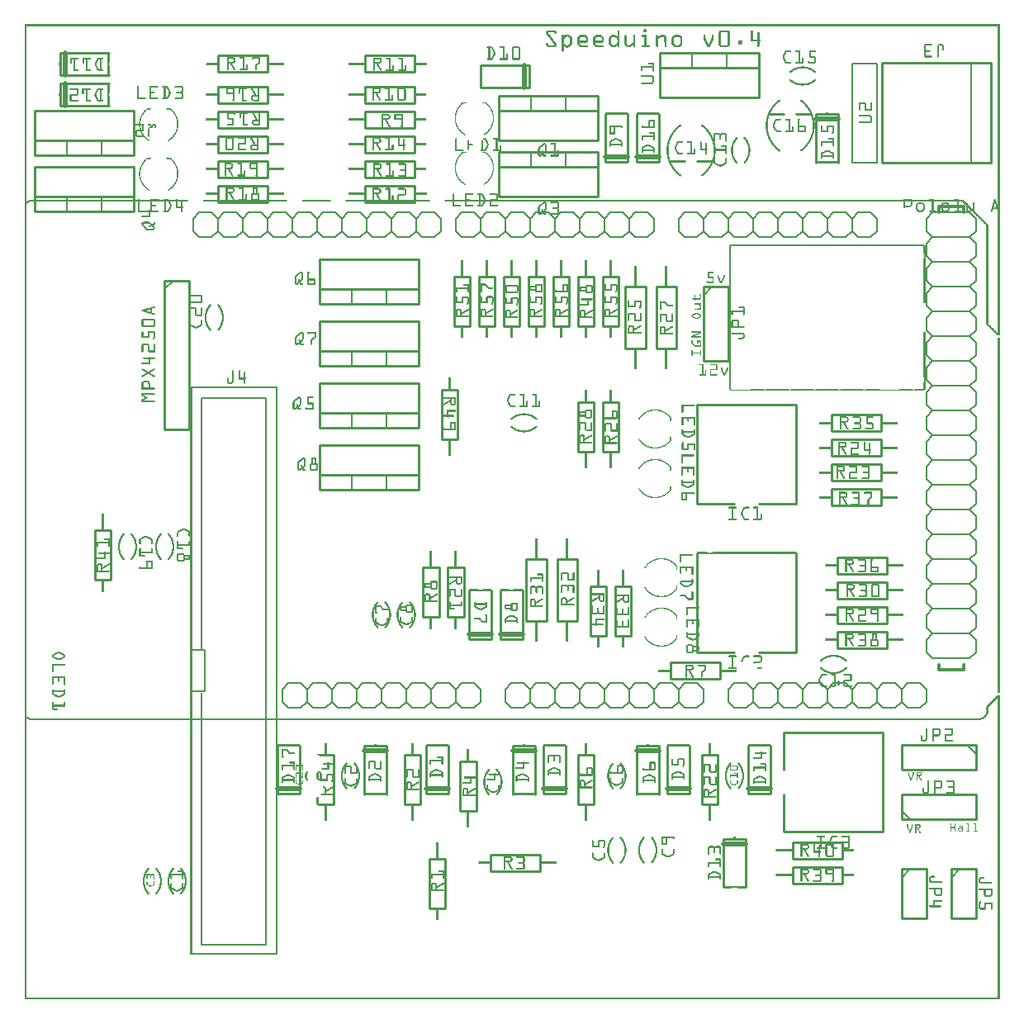
<source format=gto>
G04 MADE WITH FRITZING*
G04 WWW.FRITZING.ORG*
G04 DOUBLE SIDED*
G04 HOLES PLATED*
G04 CONTOUR ON CENTER OF CONTOUR VECTOR*
%ASAXBY*%
%FSLAX23Y23*%
%MOIN*%
%OFA0B0*%
%SFA1.0B1.0*%
%ADD10R,0.063000X0.173200X0.047000X0.157200*%
%ADD11C,0.008000*%
%ADD12C,0.010000*%
%ADD13C,0.012000*%
%ADD14C,0.006000*%
%ADD15C,0.005000*%
%ADD16C,0.020000*%
%ADD17R,0.001000X0.001000*%
%LNSILK1*%
G90*
G70*
G54D11*
X673Y1411D02*
X728Y1411D01*
X728Y1245D01*
X673Y1245D01*
X673Y1411D01*
D02*
G54D12*
X3066Y678D02*
X3466Y678D01*
D02*
X3466Y678D02*
X3466Y1078D01*
D02*
X3466Y1078D02*
X3066Y1078D01*
D02*
X3066Y678D02*
X3066Y828D01*
D02*
X3066Y928D02*
X3066Y1078D01*
G54D13*
D02*
X3691Y1353D02*
X3691Y1333D01*
D02*
X3691Y1333D02*
X3791Y1333D01*
D02*
X3791Y1333D02*
X3791Y1353D01*
D02*
X3691Y3178D02*
X3691Y3203D01*
D02*
X3691Y3203D02*
X3791Y3203D01*
D02*
X3791Y3203D02*
X3791Y3178D01*
G54D14*
D02*
X3466Y1278D02*
X3516Y1278D01*
D02*
X3516Y1278D02*
X3541Y1253D01*
D02*
X3541Y1253D02*
X3541Y1203D01*
D02*
X3541Y1203D02*
X3516Y1178D01*
D02*
X3341Y1253D02*
X3366Y1278D01*
D02*
X3366Y1278D02*
X3416Y1278D01*
D02*
X3416Y1278D02*
X3441Y1253D01*
D02*
X3441Y1253D02*
X3441Y1203D01*
D02*
X3441Y1203D02*
X3416Y1178D01*
D02*
X3416Y1178D02*
X3366Y1178D01*
D02*
X3366Y1178D02*
X3341Y1203D01*
D02*
X3466Y1278D02*
X3441Y1253D01*
D02*
X3441Y1203D02*
X3466Y1178D01*
D02*
X3516Y1178D02*
X3466Y1178D01*
D02*
X3166Y1278D02*
X3216Y1278D01*
D02*
X3216Y1278D02*
X3241Y1253D01*
D02*
X3241Y1253D02*
X3241Y1203D01*
D02*
X3241Y1203D02*
X3216Y1178D01*
D02*
X3241Y1253D02*
X3266Y1278D01*
D02*
X3266Y1278D02*
X3316Y1278D01*
D02*
X3316Y1278D02*
X3341Y1253D01*
D02*
X3341Y1253D02*
X3341Y1203D01*
D02*
X3341Y1203D02*
X3316Y1178D01*
D02*
X3316Y1178D02*
X3266Y1178D01*
D02*
X3266Y1178D02*
X3241Y1203D01*
D02*
X3041Y1253D02*
X3066Y1278D01*
D02*
X3066Y1278D02*
X3116Y1278D01*
D02*
X3116Y1278D02*
X3141Y1253D01*
D02*
X3141Y1253D02*
X3141Y1203D01*
D02*
X3141Y1203D02*
X3116Y1178D01*
D02*
X3116Y1178D02*
X3066Y1178D01*
D02*
X3066Y1178D02*
X3041Y1203D01*
D02*
X3166Y1278D02*
X3141Y1253D01*
D02*
X3141Y1203D02*
X3166Y1178D01*
D02*
X3216Y1178D02*
X3166Y1178D01*
D02*
X2866Y1278D02*
X2916Y1278D01*
D02*
X2916Y1278D02*
X2941Y1253D01*
D02*
X2941Y1253D02*
X2941Y1203D01*
D02*
X2941Y1203D02*
X2916Y1178D01*
D02*
X2941Y1253D02*
X2966Y1278D01*
D02*
X2966Y1278D02*
X3016Y1278D01*
D02*
X3016Y1278D02*
X3041Y1253D01*
D02*
X3041Y1253D02*
X3041Y1203D01*
D02*
X3041Y1203D02*
X3016Y1178D01*
D02*
X3016Y1178D02*
X2966Y1178D01*
D02*
X2966Y1178D02*
X2941Y1203D01*
D02*
X2841Y1253D02*
X2841Y1203D01*
D02*
X2866Y1278D02*
X2841Y1253D01*
D02*
X2841Y1203D02*
X2866Y1178D01*
D02*
X2916Y1178D02*
X2866Y1178D01*
D02*
X3566Y1278D02*
X3616Y1278D01*
D02*
X3616Y1278D02*
X3641Y1253D01*
D02*
X3641Y1253D02*
X3641Y1203D01*
D02*
X3641Y1203D02*
X3616Y1178D01*
D02*
X3566Y1278D02*
X3541Y1253D01*
D02*
X3541Y1203D02*
X3566Y1178D01*
D02*
X3616Y1178D02*
X3566Y1178D01*
D02*
X2566Y1278D02*
X2616Y1278D01*
D02*
X2616Y1278D02*
X2641Y1253D01*
D02*
X2641Y1253D02*
X2641Y1203D01*
D02*
X2641Y1203D02*
X2616Y1178D01*
D02*
X2441Y1253D02*
X2466Y1278D01*
D02*
X2466Y1278D02*
X2516Y1278D01*
D02*
X2516Y1278D02*
X2541Y1253D01*
D02*
X2541Y1253D02*
X2541Y1203D01*
D02*
X2541Y1203D02*
X2516Y1178D01*
D02*
X2516Y1178D02*
X2466Y1178D01*
D02*
X2466Y1178D02*
X2441Y1203D01*
D02*
X2566Y1278D02*
X2541Y1253D01*
D02*
X2541Y1203D02*
X2566Y1178D01*
D02*
X2616Y1178D02*
X2566Y1178D01*
D02*
X2266Y1278D02*
X2316Y1278D01*
D02*
X2316Y1278D02*
X2341Y1253D01*
D02*
X2341Y1253D02*
X2341Y1203D01*
D02*
X2341Y1203D02*
X2316Y1178D01*
D02*
X2341Y1253D02*
X2366Y1278D01*
D02*
X2366Y1278D02*
X2416Y1278D01*
D02*
X2416Y1278D02*
X2441Y1253D01*
D02*
X2441Y1253D02*
X2441Y1203D01*
D02*
X2441Y1203D02*
X2416Y1178D01*
D02*
X2416Y1178D02*
X2366Y1178D01*
D02*
X2366Y1178D02*
X2341Y1203D01*
D02*
X2141Y1253D02*
X2166Y1278D01*
D02*
X2166Y1278D02*
X2216Y1278D01*
D02*
X2216Y1278D02*
X2241Y1253D01*
D02*
X2241Y1253D02*
X2241Y1203D01*
D02*
X2241Y1203D02*
X2216Y1178D01*
D02*
X2216Y1178D02*
X2166Y1178D01*
D02*
X2166Y1178D02*
X2141Y1203D01*
D02*
X2266Y1278D02*
X2241Y1253D01*
D02*
X2241Y1203D02*
X2266Y1178D01*
D02*
X2316Y1178D02*
X2266Y1178D01*
D02*
X1966Y1278D02*
X2016Y1278D01*
D02*
X2016Y1278D02*
X2041Y1253D01*
D02*
X2041Y1253D02*
X2041Y1203D01*
D02*
X2041Y1203D02*
X2016Y1178D01*
D02*
X2041Y1253D02*
X2066Y1278D01*
D02*
X2066Y1278D02*
X2116Y1278D01*
D02*
X2116Y1278D02*
X2141Y1253D01*
D02*
X2141Y1253D02*
X2141Y1203D01*
D02*
X2141Y1203D02*
X2116Y1178D01*
D02*
X2116Y1178D02*
X2066Y1178D01*
D02*
X2066Y1178D02*
X2041Y1203D01*
D02*
X1941Y1253D02*
X1941Y1203D01*
D02*
X1966Y1278D02*
X1941Y1253D01*
D02*
X1941Y1203D02*
X1966Y1178D01*
D02*
X2016Y1178D02*
X1966Y1178D01*
D02*
X2666Y1278D02*
X2716Y1278D01*
D02*
X2716Y1278D02*
X2741Y1253D01*
D02*
X2741Y1253D02*
X2741Y1203D01*
D02*
X2741Y1203D02*
X2716Y1178D01*
D02*
X2666Y1278D02*
X2641Y1253D01*
D02*
X2641Y1203D02*
X2666Y1178D01*
D02*
X2716Y1178D02*
X2666Y1178D01*
D02*
X2816Y3078D02*
X2766Y3078D01*
D02*
X2766Y3078D02*
X2741Y3103D01*
D02*
X2741Y3103D02*
X2741Y3153D01*
D02*
X2741Y3153D02*
X2766Y3178D01*
D02*
X2941Y3103D02*
X2916Y3078D01*
D02*
X2916Y3078D02*
X2866Y3078D01*
D02*
X2866Y3078D02*
X2841Y3103D01*
D02*
X2841Y3103D02*
X2841Y3153D01*
D02*
X2841Y3153D02*
X2866Y3178D01*
D02*
X2866Y3178D02*
X2916Y3178D01*
D02*
X2916Y3178D02*
X2941Y3153D01*
D02*
X2816Y3078D02*
X2841Y3103D01*
D02*
X2841Y3153D02*
X2816Y3178D01*
D02*
X2766Y3178D02*
X2816Y3178D01*
D02*
X3116Y3078D02*
X3066Y3078D01*
D02*
X3066Y3078D02*
X3041Y3103D01*
D02*
X3041Y3103D02*
X3041Y3153D01*
D02*
X3041Y3153D02*
X3066Y3178D01*
D02*
X3041Y3103D02*
X3016Y3078D01*
D02*
X3016Y3078D02*
X2966Y3078D01*
D02*
X2966Y3078D02*
X2941Y3103D01*
D02*
X2941Y3103D02*
X2941Y3153D01*
D02*
X2941Y3153D02*
X2966Y3178D01*
D02*
X2966Y3178D02*
X3016Y3178D01*
D02*
X3016Y3178D02*
X3041Y3153D01*
D02*
X3241Y3103D02*
X3216Y3078D01*
D02*
X3216Y3078D02*
X3166Y3078D01*
D02*
X3166Y3078D02*
X3141Y3103D01*
D02*
X3141Y3103D02*
X3141Y3153D01*
D02*
X3141Y3153D02*
X3166Y3178D01*
D02*
X3166Y3178D02*
X3216Y3178D01*
D02*
X3216Y3178D02*
X3241Y3153D01*
D02*
X3116Y3078D02*
X3141Y3103D01*
D02*
X3141Y3153D02*
X3116Y3178D01*
D02*
X3066Y3178D02*
X3116Y3178D01*
D02*
X3416Y3078D02*
X3366Y3078D01*
D02*
X3366Y3078D02*
X3341Y3103D01*
D02*
X3341Y3103D02*
X3341Y3153D01*
D02*
X3341Y3153D02*
X3366Y3178D01*
D02*
X3341Y3103D02*
X3316Y3078D01*
D02*
X3316Y3078D02*
X3266Y3078D01*
D02*
X3266Y3078D02*
X3241Y3103D01*
D02*
X3241Y3103D02*
X3241Y3153D01*
D02*
X3241Y3153D02*
X3266Y3178D01*
D02*
X3266Y3178D02*
X3316Y3178D01*
D02*
X3316Y3178D02*
X3341Y3153D01*
D02*
X3441Y3103D02*
X3441Y3153D01*
D02*
X3416Y3078D02*
X3441Y3103D01*
D02*
X3441Y3153D02*
X3416Y3178D01*
D02*
X3366Y3178D02*
X3416Y3178D01*
D02*
X2716Y3078D02*
X2666Y3078D01*
D02*
X2666Y3078D02*
X2641Y3103D01*
D02*
X2641Y3103D02*
X2641Y3153D01*
D02*
X2641Y3153D02*
X2666Y3178D01*
D02*
X2716Y3078D02*
X2741Y3103D01*
D02*
X2741Y3153D02*
X2716Y3178D01*
D02*
X2666Y3178D02*
X2716Y3178D01*
D02*
X1481Y3153D02*
X1506Y3178D01*
D02*
X1506Y3178D02*
X1556Y3178D01*
D02*
X1556Y3178D02*
X1581Y3153D01*
D02*
X1581Y3153D02*
X1581Y3103D01*
D02*
X1581Y3103D02*
X1556Y3078D01*
D02*
X1556Y3078D02*
X1506Y3078D01*
D02*
X1506Y3078D02*
X1481Y3103D01*
D02*
X1306Y3178D02*
X1356Y3178D01*
D02*
X1356Y3178D02*
X1381Y3153D01*
D02*
X1381Y3153D02*
X1381Y3103D01*
D02*
X1381Y3103D02*
X1356Y3078D01*
D02*
X1381Y3153D02*
X1406Y3178D01*
D02*
X1406Y3178D02*
X1456Y3178D01*
D02*
X1456Y3178D02*
X1481Y3153D01*
D02*
X1481Y3153D02*
X1481Y3103D01*
D02*
X1481Y3103D02*
X1456Y3078D01*
D02*
X1456Y3078D02*
X1406Y3078D01*
D02*
X1406Y3078D02*
X1381Y3103D01*
D02*
X1181Y3153D02*
X1206Y3178D01*
D02*
X1206Y3178D02*
X1256Y3178D01*
D02*
X1256Y3178D02*
X1281Y3153D01*
D02*
X1281Y3153D02*
X1281Y3103D01*
D02*
X1281Y3103D02*
X1256Y3078D01*
D02*
X1256Y3078D02*
X1206Y3078D01*
D02*
X1206Y3078D02*
X1181Y3103D01*
D02*
X1306Y3178D02*
X1281Y3153D01*
D02*
X1281Y3103D02*
X1306Y3078D01*
D02*
X1356Y3078D02*
X1306Y3078D01*
D02*
X1006Y3178D02*
X1056Y3178D01*
D02*
X1056Y3178D02*
X1081Y3153D01*
D02*
X1081Y3153D02*
X1081Y3103D01*
D02*
X1081Y3103D02*
X1056Y3078D01*
D02*
X1081Y3153D02*
X1106Y3178D01*
D02*
X1106Y3178D02*
X1156Y3178D01*
D02*
X1156Y3178D02*
X1181Y3153D01*
D02*
X1181Y3153D02*
X1181Y3103D01*
D02*
X1181Y3103D02*
X1156Y3078D01*
D02*
X1156Y3078D02*
X1106Y3078D01*
D02*
X1106Y3078D02*
X1081Y3103D01*
D02*
X881Y3153D02*
X906Y3178D01*
D02*
X906Y3178D02*
X956Y3178D01*
D02*
X956Y3178D02*
X981Y3153D01*
D02*
X981Y3153D02*
X981Y3103D01*
D02*
X981Y3103D02*
X956Y3078D01*
D02*
X956Y3078D02*
X906Y3078D01*
D02*
X906Y3078D02*
X881Y3103D01*
D02*
X1006Y3178D02*
X981Y3153D01*
D02*
X981Y3103D02*
X1006Y3078D01*
D02*
X1056Y3078D02*
X1006Y3078D01*
D02*
X706Y3178D02*
X756Y3178D01*
D02*
X756Y3178D02*
X781Y3153D01*
D02*
X781Y3153D02*
X781Y3103D01*
D02*
X781Y3103D02*
X756Y3078D01*
D02*
X781Y3153D02*
X806Y3178D01*
D02*
X806Y3178D02*
X856Y3178D01*
D02*
X856Y3178D02*
X881Y3153D01*
D02*
X881Y3153D02*
X881Y3103D01*
D02*
X881Y3103D02*
X856Y3078D01*
D02*
X856Y3078D02*
X806Y3078D01*
D02*
X806Y3078D02*
X781Y3103D01*
D02*
X681Y3153D02*
X681Y3103D01*
D02*
X706Y3178D02*
X681Y3153D01*
D02*
X681Y3103D02*
X706Y3078D01*
D02*
X756Y3078D02*
X706Y3078D01*
D02*
X1606Y3178D02*
X1656Y3178D01*
D02*
X1656Y3178D02*
X1681Y3153D01*
D02*
X1681Y3153D02*
X1681Y3103D01*
D02*
X1681Y3103D02*
X1656Y3078D01*
D02*
X1606Y3178D02*
X1581Y3153D01*
D02*
X1581Y3103D02*
X1606Y3078D01*
D02*
X1656Y3078D02*
X1606Y3078D01*
D02*
X1666Y1278D02*
X1716Y1278D01*
D02*
X1716Y1278D02*
X1741Y1253D01*
D02*
X1741Y1253D02*
X1741Y1203D01*
D02*
X1741Y1203D02*
X1716Y1178D01*
D02*
X1541Y1253D02*
X1566Y1278D01*
D02*
X1566Y1278D02*
X1616Y1278D01*
D02*
X1616Y1278D02*
X1641Y1253D01*
D02*
X1641Y1253D02*
X1641Y1203D01*
D02*
X1641Y1203D02*
X1616Y1178D01*
D02*
X1616Y1178D02*
X1566Y1178D01*
D02*
X1566Y1178D02*
X1541Y1203D01*
D02*
X1666Y1278D02*
X1641Y1253D01*
D02*
X1641Y1203D02*
X1666Y1178D01*
D02*
X1716Y1178D02*
X1666Y1178D01*
D02*
X1366Y1278D02*
X1416Y1278D01*
D02*
X1416Y1278D02*
X1441Y1253D01*
D02*
X1441Y1253D02*
X1441Y1203D01*
D02*
X1441Y1203D02*
X1416Y1178D01*
D02*
X1441Y1253D02*
X1466Y1278D01*
D02*
X1466Y1278D02*
X1516Y1278D01*
D02*
X1516Y1278D02*
X1541Y1253D01*
D02*
X1541Y1253D02*
X1541Y1203D01*
D02*
X1541Y1203D02*
X1516Y1178D01*
D02*
X1516Y1178D02*
X1466Y1178D01*
D02*
X1466Y1178D02*
X1441Y1203D01*
D02*
X1241Y1253D02*
X1266Y1278D01*
D02*
X1266Y1278D02*
X1316Y1278D01*
D02*
X1316Y1278D02*
X1341Y1253D01*
D02*
X1341Y1253D02*
X1341Y1203D01*
D02*
X1341Y1203D02*
X1316Y1178D01*
D02*
X1316Y1178D02*
X1266Y1178D01*
D02*
X1266Y1178D02*
X1241Y1203D01*
D02*
X1366Y1278D02*
X1341Y1253D01*
D02*
X1341Y1203D02*
X1366Y1178D01*
D02*
X1416Y1178D02*
X1366Y1178D01*
D02*
X1066Y1278D02*
X1116Y1278D01*
D02*
X1116Y1278D02*
X1141Y1253D01*
D02*
X1141Y1253D02*
X1141Y1203D01*
D02*
X1141Y1203D02*
X1116Y1178D01*
D02*
X1141Y1253D02*
X1166Y1278D01*
D02*
X1166Y1278D02*
X1216Y1278D01*
D02*
X1216Y1278D02*
X1241Y1253D01*
D02*
X1241Y1253D02*
X1241Y1203D01*
D02*
X1241Y1203D02*
X1216Y1178D01*
D02*
X1216Y1178D02*
X1166Y1178D01*
D02*
X1166Y1178D02*
X1141Y1203D01*
D02*
X1041Y1253D02*
X1041Y1203D01*
D02*
X1066Y1278D02*
X1041Y1253D01*
D02*
X1041Y1203D02*
X1066Y1178D01*
D02*
X1116Y1178D02*
X1066Y1178D01*
D02*
X1766Y1278D02*
X1816Y1278D01*
D02*
X1816Y1278D02*
X1841Y1253D01*
D02*
X1841Y1253D02*
X1841Y1203D01*
D02*
X1841Y1203D02*
X1816Y1178D01*
D02*
X1766Y1278D02*
X1741Y1253D01*
D02*
X1741Y1203D02*
X1766Y1178D01*
D02*
X1816Y1178D02*
X1766Y1178D01*
D02*
X1916Y3078D02*
X1866Y3078D01*
D02*
X1866Y3078D02*
X1841Y3103D01*
D02*
X1841Y3103D02*
X1841Y3153D01*
D02*
X1841Y3153D02*
X1866Y3178D01*
D02*
X2041Y3103D02*
X2016Y3078D01*
D02*
X2016Y3078D02*
X1966Y3078D01*
D02*
X1966Y3078D02*
X1941Y3103D01*
D02*
X1941Y3103D02*
X1941Y3153D01*
D02*
X1941Y3153D02*
X1966Y3178D01*
D02*
X1966Y3178D02*
X2016Y3178D01*
D02*
X2016Y3178D02*
X2041Y3153D01*
D02*
X1916Y3078D02*
X1941Y3103D01*
D02*
X1941Y3153D02*
X1916Y3178D01*
D02*
X1866Y3178D02*
X1916Y3178D01*
D02*
X2216Y3078D02*
X2166Y3078D01*
D02*
X2166Y3078D02*
X2141Y3103D01*
D02*
X2141Y3103D02*
X2141Y3153D01*
D02*
X2141Y3153D02*
X2166Y3178D01*
D02*
X2141Y3103D02*
X2116Y3078D01*
D02*
X2116Y3078D02*
X2066Y3078D01*
D02*
X2066Y3078D02*
X2041Y3103D01*
D02*
X2041Y3103D02*
X2041Y3153D01*
D02*
X2041Y3153D02*
X2066Y3178D01*
D02*
X2066Y3178D02*
X2116Y3178D01*
D02*
X2116Y3178D02*
X2141Y3153D01*
D02*
X2341Y3103D02*
X2316Y3078D01*
D02*
X2316Y3078D02*
X2266Y3078D01*
D02*
X2266Y3078D02*
X2241Y3103D01*
D02*
X2241Y3103D02*
X2241Y3153D01*
D02*
X2241Y3153D02*
X2266Y3178D01*
D02*
X2266Y3178D02*
X2316Y3178D01*
D02*
X2316Y3178D02*
X2341Y3153D01*
D02*
X2216Y3078D02*
X2241Y3103D01*
D02*
X2241Y3153D02*
X2216Y3178D01*
D02*
X2166Y3178D02*
X2216Y3178D01*
D02*
X2516Y3078D02*
X2466Y3078D01*
D02*
X2466Y3078D02*
X2441Y3103D01*
D02*
X2441Y3103D02*
X2441Y3153D01*
D02*
X2441Y3153D02*
X2466Y3178D01*
D02*
X2441Y3103D02*
X2416Y3078D01*
D02*
X2416Y3078D02*
X2366Y3078D01*
D02*
X2366Y3078D02*
X2341Y3103D01*
D02*
X2341Y3103D02*
X2341Y3153D01*
D02*
X2341Y3153D02*
X2366Y3178D01*
D02*
X2366Y3178D02*
X2416Y3178D01*
D02*
X2416Y3178D02*
X2441Y3153D01*
D02*
X2541Y3103D02*
X2541Y3153D01*
D02*
X2516Y3078D02*
X2541Y3103D01*
D02*
X2541Y3153D02*
X2516Y3178D01*
D02*
X2466Y3178D02*
X2516Y3178D01*
D02*
X1816Y3078D02*
X1766Y3078D01*
D02*
X1766Y3078D02*
X1741Y3103D01*
D02*
X1741Y3103D02*
X1741Y3153D01*
D02*
X1741Y3153D02*
X1766Y3178D01*
D02*
X1816Y3078D02*
X1841Y3103D01*
D02*
X1841Y3153D02*
X1816Y3178D01*
D02*
X1766Y3178D02*
X1816Y3178D01*
D02*
X3666Y3178D02*
X3641Y3153D01*
D02*
X3641Y3153D02*
X3641Y3103D01*
D02*
X3641Y3103D02*
X3666Y3078D01*
D02*
X3666Y3078D02*
X3641Y3053D01*
D02*
X3641Y3053D02*
X3641Y3003D01*
D02*
X3641Y3003D02*
X3666Y2978D01*
D02*
X3666Y2978D02*
X3641Y2953D01*
D02*
X3641Y2953D02*
X3641Y2903D01*
D02*
X3641Y2903D02*
X3666Y2878D01*
D02*
X3666Y2878D02*
X3641Y2853D01*
D02*
X3641Y2853D02*
X3641Y2803D01*
D02*
X3641Y2803D02*
X3666Y2778D01*
D02*
X3666Y2778D02*
X3641Y2753D01*
D02*
X3641Y2753D02*
X3641Y2703D01*
D02*
X3641Y2703D02*
X3666Y2678D01*
D02*
X3666Y2678D02*
X3641Y2653D01*
D02*
X3641Y2653D02*
X3641Y2603D01*
D02*
X3641Y2603D02*
X3666Y2578D01*
D02*
X3666Y3178D02*
X3816Y3178D01*
D02*
X3816Y3178D02*
X3841Y3153D01*
D02*
X3841Y3153D02*
X3841Y3103D01*
D02*
X3841Y3103D02*
X3816Y3078D01*
D02*
X3816Y3078D02*
X3841Y3053D01*
D02*
X3841Y3053D02*
X3841Y3003D01*
D02*
X3841Y3003D02*
X3816Y2978D01*
D02*
X3816Y2978D02*
X3841Y2953D01*
D02*
X3841Y2953D02*
X3841Y2903D01*
D02*
X3841Y2903D02*
X3816Y2878D01*
D02*
X3816Y2878D02*
X3841Y2853D01*
D02*
X3841Y2853D02*
X3841Y2803D01*
D02*
X3841Y2803D02*
X3816Y2778D01*
D02*
X3816Y2778D02*
X3841Y2753D01*
D02*
X3841Y2753D02*
X3841Y2703D01*
D02*
X3841Y2703D02*
X3816Y2678D01*
D02*
X3816Y2678D02*
X3841Y2653D01*
D02*
X3841Y2653D02*
X3841Y2603D01*
D02*
X3841Y2603D02*
X3816Y2578D01*
D02*
X3816Y2578D02*
X3841Y2553D01*
D02*
X3841Y2553D02*
X3841Y2503D01*
D02*
X3841Y2503D02*
X3816Y2478D01*
D02*
X3816Y2478D02*
X3841Y2453D01*
D02*
X3841Y2453D02*
X3841Y2403D01*
D02*
X3841Y2403D02*
X3816Y2378D01*
D02*
X3816Y2378D02*
X3841Y2353D01*
D02*
X3841Y2353D02*
X3841Y2303D01*
D02*
X3841Y2303D02*
X3816Y2278D01*
D02*
X3816Y2278D02*
X3841Y2253D01*
D02*
X3841Y2253D02*
X3841Y2203D01*
D02*
X3841Y2203D02*
X3816Y2178D01*
D02*
X3816Y2178D02*
X3841Y2153D01*
D02*
X3841Y2153D02*
X3841Y2103D01*
D02*
X3841Y2103D02*
X3816Y2078D01*
D02*
X3816Y2078D02*
X3841Y2053D01*
D02*
X3841Y2053D02*
X3841Y2003D01*
D02*
X3816Y1978D02*
X3841Y2003D01*
D02*
X3816Y1978D02*
X3841Y1953D01*
D02*
X3841Y1903D02*
X3841Y1953D01*
D02*
X3841Y1903D02*
X3816Y1878D01*
D02*
X3816Y1878D02*
X3841Y1853D01*
D02*
X3841Y1803D02*
X3841Y1853D01*
D02*
X3841Y1803D02*
X3816Y1778D01*
D02*
X3816Y1778D02*
X3841Y1753D01*
D02*
X3841Y1703D02*
X3841Y1753D01*
D02*
X3841Y1703D02*
X3816Y1678D01*
D02*
X3816Y1678D02*
X3841Y1653D01*
D02*
X3841Y1603D02*
X3841Y1653D01*
D02*
X3841Y1603D02*
X3816Y1578D01*
D02*
X3816Y1578D02*
X3841Y1553D01*
D02*
X3841Y1503D02*
X3841Y1553D01*
D02*
X3841Y1503D02*
X3816Y1478D01*
D02*
X3816Y1478D02*
X3841Y1453D01*
D02*
X3841Y1403D02*
X3841Y1453D01*
D02*
X3841Y1403D02*
X3816Y1378D01*
D02*
X3666Y1378D02*
X3641Y1403D01*
D02*
X3641Y1403D02*
X3641Y1453D01*
D02*
X3666Y1478D02*
X3641Y1453D01*
D02*
X3666Y1478D02*
X3641Y1503D01*
D02*
X3641Y1503D02*
X3641Y1553D01*
D02*
X3666Y1578D02*
X3641Y1553D01*
D02*
X3666Y1578D02*
X3641Y1603D01*
D02*
X3641Y1653D02*
X3641Y1603D01*
D02*
X3641Y1653D02*
X3666Y1678D01*
D02*
X3666Y1678D02*
X3641Y1703D01*
D02*
X3641Y1753D02*
X3641Y1703D01*
D02*
X3641Y1753D02*
X3666Y1778D01*
D02*
X3666Y1778D02*
X3641Y1803D01*
D02*
X3641Y1803D02*
X3641Y1853D01*
D02*
X3666Y1878D02*
X3641Y1853D01*
D02*
X3666Y1878D02*
X3641Y1903D01*
D02*
X3641Y1903D02*
X3641Y1953D01*
D02*
X3666Y1978D02*
X3641Y1953D01*
D02*
X3666Y1978D02*
X3641Y2003D01*
D02*
X3641Y2003D02*
X3641Y2053D01*
D02*
X3666Y2078D02*
X3641Y2053D01*
D02*
X3666Y2078D02*
X3641Y2103D01*
D02*
X3641Y2103D02*
X3641Y2153D01*
D02*
X3666Y2178D02*
X3641Y2153D01*
D02*
X3666Y2178D02*
X3641Y2203D01*
D02*
X3641Y2203D02*
X3641Y2253D01*
D02*
X3666Y2278D02*
X3641Y2253D01*
D02*
X3666Y2278D02*
X3641Y2303D01*
D02*
X3641Y2303D02*
X3641Y2353D01*
D02*
X3666Y2378D02*
X3641Y2353D01*
D02*
X3666Y2378D02*
X3641Y2403D01*
D02*
X3641Y2403D02*
X3641Y2453D01*
D02*
X3666Y2478D02*
X3641Y2453D01*
D02*
X3666Y2478D02*
X3641Y2503D01*
D02*
X3641Y2503D02*
X3641Y2553D01*
D02*
X3666Y2578D02*
X3641Y2553D01*
D02*
X3816Y3078D02*
X3666Y3078D01*
D02*
X3816Y2978D02*
X3666Y2978D01*
D02*
X3816Y2878D02*
X3666Y2878D01*
D02*
X3816Y2778D02*
X3666Y2778D01*
D02*
X3816Y2678D02*
X3666Y2678D01*
D02*
X3816Y2578D02*
X3666Y2578D01*
D02*
X3816Y2478D02*
X3666Y2478D01*
D02*
X3816Y2378D02*
X3666Y2378D01*
D02*
X3816Y2278D02*
X3666Y2278D01*
D02*
X3816Y2178D02*
X3666Y2178D01*
D02*
X3816Y2078D02*
X3666Y2078D01*
D02*
X3816Y1978D02*
X3666Y1978D01*
D02*
X3816Y1878D02*
X3666Y1878D01*
D02*
X3816Y1778D02*
X3666Y1778D01*
D02*
X3816Y1678D02*
X3666Y1678D01*
D02*
X3816Y1578D02*
X3666Y1578D01*
D02*
X3816Y1478D02*
X3666Y1478D01*
D02*
X3816Y1378D02*
X3666Y1378D01*
G54D12*
D02*
X1591Y2308D02*
X1191Y2308D01*
D02*
X1191Y2308D02*
X1191Y2488D01*
D02*
X1191Y2488D02*
X1591Y2488D01*
D02*
X1591Y2488D02*
X1591Y2308D01*
D02*
X1591Y2308D02*
X1191Y2308D01*
D02*
X1191Y2308D02*
X1191Y2368D01*
D02*
X1191Y2368D02*
X1591Y2368D01*
D02*
X1591Y2368D02*
X1591Y2308D01*
G54D15*
D02*
X1461Y2308D02*
X1461Y2368D01*
D02*
X1321Y2308D02*
X1321Y2368D01*
G54D12*
D02*
X1591Y2808D02*
X1191Y2808D01*
D02*
X1191Y2808D02*
X1191Y2988D01*
D02*
X1191Y2988D02*
X1591Y2988D01*
D02*
X1591Y2988D02*
X1591Y2808D01*
D02*
X1591Y2808D02*
X1191Y2808D01*
D02*
X1191Y2808D02*
X1191Y2868D01*
D02*
X1191Y2868D02*
X1591Y2868D01*
D02*
X1591Y2868D02*
X1591Y2808D01*
G54D15*
D02*
X1461Y2808D02*
X1461Y2868D01*
D02*
X1321Y2808D02*
X1321Y2868D01*
G54D12*
D02*
X1591Y2558D02*
X1191Y2558D01*
D02*
X1191Y2558D02*
X1191Y2738D01*
D02*
X1191Y2738D02*
X1591Y2738D01*
D02*
X1591Y2738D02*
X1591Y2558D01*
D02*
X1591Y2558D02*
X1191Y2558D01*
D02*
X1191Y2558D02*
X1191Y2618D01*
D02*
X1191Y2618D02*
X1591Y2618D01*
D02*
X1591Y2618D02*
X1591Y2558D01*
G54D15*
D02*
X1461Y2558D02*
X1461Y2618D01*
D02*
X1321Y2558D02*
X1321Y2618D01*
G54D12*
D02*
X1591Y2058D02*
X1191Y2058D01*
D02*
X1191Y2058D02*
X1191Y2238D01*
D02*
X1191Y2238D02*
X1591Y2238D01*
D02*
X1591Y2238D02*
X1591Y2058D01*
D02*
X1591Y2058D02*
X1191Y2058D01*
D02*
X1191Y2058D02*
X1191Y2118D01*
D02*
X1191Y2118D02*
X1591Y2118D01*
D02*
X1591Y2118D02*
X1591Y2058D01*
G54D15*
D02*
X1461Y2058D02*
X1461Y2118D01*
D02*
X1321Y2058D02*
X1321Y2118D01*
G54D12*
D02*
X1249Y988D02*
X1249Y788D01*
D02*
X1249Y788D02*
X1183Y788D01*
D02*
X2471Y3382D02*
X2471Y3577D01*
D02*
X2561Y3577D02*
X2561Y3382D01*
D02*
X2561Y3382D02*
X2471Y3382D01*
G54D16*
D02*
X2561Y3402D02*
X2471Y3402D01*
G54D12*
D02*
X349Y1894D02*
X349Y1694D01*
D02*
X349Y1694D02*
X283Y1694D01*
D02*
X283Y1694D02*
X283Y1894D01*
D02*
X283Y1894D02*
X349Y1894D01*
D02*
X566Y2903D02*
X566Y2303D01*
D02*
X566Y2303D02*
X666Y2303D01*
D02*
X666Y2303D02*
X666Y2903D01*
D02*
X666Y2903D02*
X566Y2903D01*
G54D15*
D02*
X566Y2868D02*
X601Y2903D01*
G54D12*
D02*
X3541Y728D02*
X3841Y728D01*
D02*
X3841Y728D02*
X3841Y828D01*
D02*
X3841Y828D02*
X3541Y828D01*
D02*
X3541Y828D02*
X3541Y728D01*
G54D15*
D02*
X3576Y728D02*
X3541Y763D01*
G54D12*
D02*
X3841Y1028D02*
X3541Y1028D01*
D02*
X3541Y1028D02*
X3541Y928D01*
D02*
X3541Y928D02*
X3841Y928D01*
D02*
X3841Y928D02*
X3841Y1028D01*
G54D15*
D02*
X3806Y1028D02*
X3841Y993D01*
G54D12*
D02*
X2741Y2878D02*
X2741Y2578D01*
D02*
X2741Y2578D02*
X2841Y2578D01*
D02*
X2841Y2578D02*
X2841Y2878D01*
D02*
X2841Y2878D02*
X2741Y2878D01*
G54D15*
D02*
X2741Y2843D02*
X2776Y2878D01*
G54D12*
D02*
X3101Y636D02*
X3301Y636D01*
D02*
X3301Y636D02*
X3301Y570D01*
D02*
X3301Y570D02*
X3101Y570D01*
D02*
X3101Y570D02*
X3101Y636D01*
D02*
X3101Y536D02*
X3301Y536D01*
D02*
X3301Y536D02*
X3301Y470D01*
D02*
X3301Y470D02*
X3101Y470D01*
D02*
X3101Y470D02*
X3101Y536D01*
D02*
X3541Y528D02*
X3541Y328D01*
D02*
X3541Y328D02*
X3641Y328D01*
D02*
X3641Y328D02*
X3641Y528D01*
D02*
X3641Y528D02*
X3541Y528D01*
G54D15*
D02*
X3541Y493D02*
X3576Y528D01*
G54D12*
D02*
X3741Y528D02*
X3741Y328D01*
D02*
X3741Y328D02*
X3841Y328D01*
D02*
X3841Y328D02*
X3841Y528D01*
D02*
X3841Y528D02*
X3741Y528D01*
G54D15*
D02*
X3741Y493D02*
X3776Y528D01*
G54D12*
D02*
X3482Y1420D02*
X3282Y1420D01*
D02*
X3282Y1420D02*
X3282Y1486D01*
D02*
X3282Y1486D02*
X3482Y1486D01*
D02*
X3482Y1486D02*
X3482Y1420D01*
D02*
X2399Y2919D02*
X2399Y2719D01*
D02*
X2399Y2719D02*
X2333Y2719D01*
D02*
X2333Y2719D02*
X2333Y2919D01*
D02*
X2333Y2919D02*
X2399Y2919D01*
D02*
X2299Y2919D02*
X2299Y2719D01*
D02*
X2299Y2719D02*
X2233Y2719D01*
D02*
X2233Y2719D02*
X2233Y2919D01*
D02*
X2233Y2919D02*
X2299Y2919D01*
D02*
X3457Y1995D02*
X3257Y1995D01*
D02*
X3257Y1995D02*
X3257Y2061D01*
D02*
X3257Y2061D02*
X3457Y2061D01*
D02*
X3457Y2061D02*
X3457Y1995D01*
D02*
X3482Y1720D02*
X3282Y1720D01*
D02*
X3282Y1720D02*
X3282Y1786D01*
D02*
X3282Y1786D02*
X3482Y1786D01*
D02*
X3482Y1786D02*
X3482Y1720D01*
D02*
X2199Y2919D02*
X2199Y2719D01*
D02*
X2199Y2719D02*
X2133Y2719D01*
D02*
X2133Y2719D02*
X2133Y2919D01*
D02*
X2133Y2919D02*
X2199Y2919D01*
D02*
X1683Y2263D02*
X1683Y2463D01*
D02*
X1683Y2463D02*
X1749Y2463D01*
D02*
X1749Y2463D02*
X1749Y2263D01*
D02*
X1749Y2263D02*
X1683Y2263D01*
D02*
X3457Y2295D02*
X3257Y2295D01*
D02*
X3257Y2295D02*
X3257Y2361D01*
D02*
X3257Y2361D02*
X3457Y2361D01*
D02*
X3457Y2361D02*
X3457Y2295D01*
D02*
X2566Y3823D02*
X2966Y3823D01*
D02*
X2966Y3823D02*
X2966Y3643D01*
D02*
X2966Y3643D02*
X2566Y3643D01*
D02*
X2566Y3643D02*
X2566Y3823D01*
D02*
X2566Y3823D02*
X2966Y3823D01*
D02*
X2966Y3823D02*
X2966Y3763D01*
D02*
X2966Y3763D02*
X2566Y3763D01*
D02*
X2566Y3763D02*
X2566Y3823D01*
G54D15*
D02*
X2696Y3823D02*
X2696Y3763D01*
D02*
X2836Y3823D02*
X2836Y3763D01*
G54D12*
D02*
X3286Y3574D02*
X3286Y3379D01*
D02*
X3196Y3379D02*
X3196Y3574D01*
D02*
X3196Y3574D02*
X3286Y3574D01*
G54D16*
D02*
X3196Y3554D02*
X3286Y3554D01*
G54D15*
D02*
X3341Y3378D02*
X3441Y3378D01*
D02*
X3441Y3378D02*
X3441Y3778D01*
D02*
X3441Y3778D02*
X3341Y3778D01*
D02*
X3341Y3778D02*
X3341Y3378D01*
G54D12*
D02*
X3116Y1403D02*
X3116Y1803D01*
D02*
X2716Y1803D02*
X2716Y1403D01*
D02*
X3116Y1403D02*
X2966Y1403D01*
D02*
X2866Y1403D02*
X2716Y1403D01*
D02*
X3116Y2003D02*
X3116Y2403D01*
D02*
X3116Y2403D02*
X2716Y2403D01*
D02*
X2716Y2403D02*
X2716Y2003D01*
D02*
X3116Y2003D02*
X2966Y2003D01*
D02*
X2866Y2003D02*
X2716Y2003D01*
D02*
X3482Y1520D02*
X3282Y1520D01*
D02*
X3282Y1520D02*
X3282Y1586D01*
D02*
X3282Y1586D02*
X3482Y1586D01*
D02*
X3482Y1586D02*
X3482Y1520D01*
D02*
X1899Y2919D02*
X1899Y2719D01*
D02*
X1899Y2719D02*
X1833Y2719D01*
D02*
X1833Y2719D02*
X1833Y2919D01*
D02*
X1833Y2919D02*
X1899Y2919D01*
D02*
X1999Y2919D02*
X1999Y2719D01*
D02*
X1999Y2719D02*
X1933Y2719D01*
D02*
X1933Y2719D02*
X1933Y2919D01*
D02*
X1933Y2919D02*
X1999Y2919D01*
D02*
X3457Y2095D02*
X3257Y2095D01*
D02*
X3257Y2095D02*
X3257Y2161D01*
D02*
X3257Y2161D02*
X3457Y2161D01*
D02*
X3457Y2161D02*
X3457Y2095D01*
D02*
X3482Y1620D02*
X3282Y1620D01*
D02*
X3282Y1620D02*
X3282Y1686D01*
D02*
X3282Y1686D02*
X3482Y1686D01*
D02*
X3482Y1686D02*
X3482Y1620D01*
D02*
X2099Y2919D02*
X2099Y2719D01*
D02*
X2099Y2719D02*
X2033Y2719D01*
D02*
X2033Y2719D02*
X2033Y2919D01*
D02*
X2033Y2919D02*
X2099Y2919D01*
D02*
X1799Y2919D02*
X1799Y2719D01*
D02*
X1799Y2719D02*
X1733Y2719D01*
D02*
X1733Y2719D02*
X1733Y2919D01*
D02*
X1733Y2919D02*
X1799Y2919D01*
D02*
X3457Y2195D02*
X3257Y2195D01*
D02*
X3257Y2195D02*
X3257Y2261D01*
D02*
X3257Y2261D02*
X3457Y2261D01*
D02*
X3457Y2261D02*
X3457Y2195D01*
D02*
X2025Y1528D02*
X2025Y1778D01*
D02*
X2025Y1778D02*
X2107Y1778D01*
D02*
X2107Y1778D02*
X2107Y1528D01*
D02*
X2107Y1528D02*
X2025Y1528D01*
D02*
X2550Y2628D02*
X2550Y2878D01*
D02*
X2550Y2878D02*
X2632Y2878D01*
D02*
X2632Y2878D02*
X2632Y2628D01*
D02*
X2632Y2628D02*
X2550Y2628D01*
D02*
X2232Y1779D02*
X2232Y1529D01*
D02*
X2232Y1529D02*
X2150Y1529D01*
D02*
X2150Y1529D02*
X2150Y1779D01*
D02*
X2150Y1779D02*
X2232Y1779D01*
D02*
X2507Y2879D02*
X2507Y2629D01*
D02*
X2507Y2629D02*
X2425Y2629D01*
D02*
X2425Y2629D02*
X2425Y2879D01*
D02*
X2425Y2879D02*
X2507Y2879D01*
D02*
X2449Y1669D02*
X2449Y1469D01*
D02*
X2449Y1469D02*
X2383Y1469D01*
D02*
X2383Y1469D02*
X2383Y1669D01*
D02*
X2383Y1669D02*
X2449Y1669D01*
D02*
X2233Y2213D02*
X2233Y2413D01*
D02*
X2233Y2413D02*
X2299Y2413D01*
D02*
X2299Y2413D02*
X2299Y2213D01*
D02*
X2299Y2213D02*
X2233Y2213D01*
D02*
X2349Y1669D02*
X2349Y1469D01*
D02*
X2349Y1469D02*
X2283Y1469D01*
D02*
X2283Y1469D02*
X2283Y1669D01*
D02*
X2283Y1669D02*
X2349Y1669D01*
D02*
X2333Y2213D02*
X2333Y2413D01*
D02*
X2333Y2413D02*
X2399Y2413D01*
D02*
X2399Y2413D02*
X2399Y2213D01*
D02*
X2399Y2213D02*
X2333Y2213D01*
D02*
X1774Y1744D02*
X1774Y1544D01*
D02*
X1774Y1544D02*
X1708Y1544D01*
D02*
X1708Y1544D02*
X1708Y1744D01*
D02*
X1708Y1744D02*
X1774Y1744D01*
D02*
X2082Y520D02*
X1882Y520D01*
D02*
X1882Y520D02*
X1882Y586D01*
D02*
X1882Y586D02*
X2082Y586D01*
D02*
X2082Y586D02*
X2082Y520D01*
D02*
X1699Y569D02*
X1699Y369D01*
D02*
X1699Y369D02*
X1633Y369D01*
D02*
X1633Y369D02*
X1633Y569D01*
D02*
X1633Y569D02*
X1699Y569D01*
D02*
X1758Y763D02*
X1758Y963D01*
D02*
X1758Y963D02*
X1824Y963D01*
D02*
X1824Y963D02*
X1824Y763D01*
D02*
X1824Y763D02*
X1758Y763D01*
D02*
X1533Y788D02*
X1533Y988D01*
D02*
X1533Y988D02*
X1599Y988D01*
D02*
X1599Y988D02*
X1599Y788D01*
D02*
X1599Y788D02*
X1533Y788D01*
D02*
X2096Y832D02*
X2096Y1027D01*
D02*
X2186Y1027D02*
X2186Y832D01*
D02*
X2186Y832D02*
X2096Y832D01*
G54D16*
D02*
X2186Y852D02*
X2096Y852D01*
G54D12*
D02*
X1461Y1024D02*
X1461Y829D01*
D02*
X1371Y829D02*
X1371Y1024D01*
D02*
X1371Y1024D02*
X1461Y1024D01*
G54D16*
D02*
X1371Y1004D02*
X1461Y1004D01*
G54D12*
D02*
X1621Y832D02*
X1621Y1027D01*
D02*
X1711Y1027D02*
X1711Y832D01*
D02*
X1711Y832D02*
X1621Y832D01*
G54D16*
D02*
X1711Y852D02*
X1621Y852D01*
G54D12*
D02*
X1021Y832D02*
X1021Y1027D01*
D02*
X1111Y1027D02*
X1111Y832D01*
D02*
X1111Y832D02*
X1021Y832D01*
G54D16*
D02*
X1111Y852D02*
X1021Y852D01*
G54D12*
D02*
X1921Y1457D02*
X1921Y1652D01*
D02*
X2011Y1652D02*
X2011Y1457D01*
D02*
X2011Y1457D02*
X1921Y1457D01*
G54D16*
D02*
X2011Y1477D02*
X1921Y1477D01*
G54D12*
D02*
X2061Y1024D02*
X2061Y829D01*
D02*
X1971Y829D02*
X1971Y1024D01*
D02*
X1971Y1024D02*
X2061Y1024D01*
G54D16*
D02*
X1971Y1004D02*
X2061Y1004D01*
G54D12*
D02*
X2733Y788D02*
X2733Y988D01*
D02*
X2733Y988D02*
X2799Y988D01*
D02*
X2799Y988D02*
X2799Y788D01*
D02*
X2799Y788D02*
X2733Y788D01*
D02*
X2233Y788D02*
X2233Y988D01*
D02*
X2233Y988D02*
X2299Y988D01*
D02*
X2299Y988D02*
X2299Y788D01*
D02*
X2299Y788D02*
X2233Y788D01*
D02*
X2921Y832D02*
X2921Y1027D01*
D02*
X3011Y1027D02*
X3011Y832D01*
D02*
X3011Y832D02*
X2921Y832D01*
G54D16*
D02*
X3011Y852D02*
X2921Y852D01*
G54D12*
D02*
X2596Y832D02*
X2596Y1027D01*
D02*
X2686Y1027D02*
X2686Y832D01*
D02*
X2686Y832D02*
X2596Y832D01*
G54D16*
D02*
X2686Y852D02*
X2596Y852D01*
G54D12*
D02*
X2911Y649D02*
X2911Y454D01*
D02*
X2821Y454D02*
X2821Y649D01*
D02*
X2821Y649D02*
X2911Y649D01*
G54D16*
D02*
X2821Y629D02*
X2911Y629D01*
G54D12*
D02*
X2561Y1024D02*
X2561Y829D01*
D02*
X2471Y829D02*
X2471Y1024D01*
D02*
X2471Y1024D02*
X2561Y1024D01*
G54D16*
D02*
X2471Y1004D02*
X2561Y1004D01*
G54D12*
D02*
X2807Y1295D02*
X2607Y1295D01*
D02*
X2607Y1295D02*
X2607Y1361D01*
D02*
X2607Y1361D02*
X2807Y1361D01*
D02*
X2807Y1361D02*
X2807Y1295D01*
D02*
X1674Y1744D02*
X1674Y1544D01*
D02*
X1674Y1544D02*
X1608Y1544D01*
D02*
X1608Y1544D02*
X1608Y1744D01*
D02*
X1608Y1744D02*
X1674Y1744D01*
D02*
X1796Y1457D02*
X1796Y1652D01*
D02*
X1886Y1652D02*
X1886Y1457D01*
D02*
X1886Y1457D02*
X1796Y1457D01*
G54D16*
D02*
X1886Y1477D02*
X1796Y1477D01*
G54D12*
D02*
X982Y3220D02*
X782Y3220D01*
D02*
X782Y3220D02*
X782Y3286D01*
D02*
X782Y3286D02*
X982Y3286D01*
D02*
X982Y3286D02*
X982Y3220D01*
D02*
X1376Y3286D02*
X1576Y3286D01*
D02*
X1576Y3286D02*
X1576Y3220D01*
D02*
X1576Y3220D02*
X1376Y3220D01*
D02*
X1376Y3220D02*
X1376Y3286D01*
D02*
X982Y3520D02*
X782Y3520D01*
D02*
X782Y3520D02*
X782Y3586D01*
D02*
X782Y3586D02*
X982Y3586D01*
D02*
X982Y3586D02*
X982Y3520D01*
D02*
X1375Y3585D02*
X1575Y3585D01*
D02*
X1575Y3585D02*
X1575Y3519D01*
D02*
X1575Y3519D02*
X1375Y3519D01*
D02*
X1375Y3519D02*
X1375Y3585D01*
D02*
X145Y3698D02*
X340Y3698D01*
D02*
X340Y3608D02*
X145Y3608D01*
D02*
X145Y3608D02*
X145Y3698D01*
G54D16*
D02*
X165Y3608D02*
X165Y3698D01*
G54D12*
D02*
X2037Y3683D02*
X1842Y3683D01*
D02*
X1842Y3773D02*
X2037Y3773D01*
D02*
X2037Y3773D02*
X2037Y3683D01*
G54D16*
D02*
X2017Y3773D02*
X2017Y3683D01*
G54D12*
D02*
X145Y3823D02*
X340Y3823D01*
D02*
X340Y3733D02*
X145Y3733D01*
D02*
X145Y3733D02*
X145Y3823D01*
G54D16*
D02*
X165Y3733D02*
X165Y3823D01*
G54D12*
D02*
X2346Y3382D02*
X2346Y3577D01*
D02*
X2436Y3577D02*
X2436Y3382D01*
D02*
X2436Y3382D02*
X2346Y3382D01*
G54D16*
D02*
X2436Y3402D02*
X2346Y3402D01*
G54D12*
D02*
X441Y3183D02*
X41Y3183D01*
D02*
X41Y3183D02*
X41Y3363D01*
D02*
X41Y3363D02*
X441Y3363D01*
D02*
X441Y3363D02*
X441Y3183D01*
D02*
X441Y3183D02*
X41Y3183D01*
D02*
X41Y3183D02*
X41Y3243D01*
D02*
X41Y3243D02*
X441Y3243D01*
D02*
X441Y3243D02*
X441Y3183D01*
G54D15*
D02*
X311Y3183D02*
X311Y3243D01*
D02*
X171Y3183D02*
X171Y3243D01*
G54D12*
D02*
X1916Y3423D02*
X2316Y3423D01*
D02*
X2316Y3423D02*
X2316Y3243D01*
D02*
X2316Y3243D02*
X1916Y3243D01*
D02*
X1916Y3243D02*
X1916Y3423D01*
D02*
X1916Y3423D02*
X2316Y3423D01*
D02*
X2316Y3423D02*
X2316Y3363D01*
D02*
X2316Y3363D02*
X1916Y3363D01*
D02*
X1916Y3363D02*
X1916Y3423D01*
G54D15*
D02*
X2046Y3423D02*
X2046Y3363D01*
D02*
X2186Y3423D02*
X2186Y3363D01*
G54D12*
D02*
X442Y3409D02*
X42Y3409D01*
D02*
X42Y3409D02*
X42Y3589D01*
D02*
X42Y3589D02*
X442Y3589D01*
D02*
X442Y3589D02*
X442Y3409D01*
D02*
X442Y3409D02*
X42Y3409D01*
D02*
X42Y3409D02*
X42Y3469D01*
D02*
X42Y3469D02*
X442Y3469D01*
D02*
X442Y3469D02*
X442Y3409D01*
G54D15*
D02*
X312Y3409D02*
X312Y3469D01*
D02*
X172Y3409D02*
X172Y3469D01*
G54D12*
D02*
X1916Y3648D02*
X2316Y3648D01*
D02*
X2316Y3648D02*
X2316Y3468D01*
D02*
X2316Y3468D02*
X1916Y3468D01*
D02*
X1916Y3468D02*
X1916Y3648D01*
D02*
X1916Y3648D02*
X2316Y3648D01*
D02*
X2316Y3648D02*
X2316Y3588D01*
D02*
X2316Y3588D02*
X1916Y3588D01*
D02*
X1916Y3588D02*
X1916Y3648D01*
G54D15*
D02*
X2046Y3648D02*
X2046Y3588D01*
D02*
X2186Y3648D02*
X2186Y3588D01*
G54D12*
D02*
X982Y3320D02*
X782Y3320D01*
D02*
X782Y3320D02*
X782Y3386D01*
D02*
X782Y3386D02*
X982Y3386D01*
D02*
X982Y3386D02*
X982Y3320D01*
D02*
X1375Y3385D02*
X1575Y3385D01*
D02*
X1575Y3385D02*
X1575Y3319D01*
D02*
X1575Y3319D02*
X1375Y3319D01*
D02*
X1375Y3319D02*
X1375Y3385D01*
D02*
X982Y3620D02*
X782Y3620D01*
D02*
X782Y3620D02*
X782Y3686D01*
D02*
X782Y3686D02*
X982Y3686D01*
D02*
X982Y3686D02*
X982Y3620D01*
D02*
X1375Y3685D02*
X1575Y3685D01*
D02*
X1575Y3685D02*
X1575Y3619D01*
D02*
X1575Y3619D02*
X1375Y3619D01*
D02*
X1375Y3619D02*
X1375Y3685D01*
D02*
X982Y3420D02*
X782Y3420D01*
D02*
X782Y3420D02*
X782Y3486D01*
D02*
X782Y3486D02*
X982Y3486D01*
D02*
X982Y3486D02*
X982Y3420D01*
D02*
X1375Y3485D02*
X1575Y3485D01*
D02*
X1575Y3485D02*
X1575Y3419D01*
D02*
X1575Y3419D02*
X1375Y3419D01*
D02*
X1375Y3419D02*
X1375Y3485D01*
D02*
X982Y3745D02*
X782Y3745D01*
D02*
X782Y3745D02*
X782Y3811D01*
D02*
X782Y3811D02*
X982Y3811D01*
D02*
X982Y3811D02*
X982Y3745D01*
D02*
X1376Y3811D02*
X1576Y3811D01*
D02*
X1576Y3811D02*
X1576Y3745D01*
D02*
X1576Y3745D02*
X1376Y3745D01*
D02*
X1376Y3745D02*
X1376Y3811D01*
D02*
X3461Y3781D02*
X3461Y3378D01*
D02*
X3461Y3378D02*
X3901Y3378D01*
D02*
X3901Y3378D02*
X3901Y3781D01*
D02*
X3901Y3781D02*
X3461Y3781D01*
G54D15*
D02*
X3821Y3378D02*
X3821Y3781D01*
G54D11*
X716Y1411D02*
X716Y2428D01*
X975Y2428D01*
X975Y221D01*
X716Y221D01*
X716Y1238D01*
D02*
G54D17*
X0Y3937D02*
X3936Y3937D01*
X0Y3936D02*
X3936Y3936D01*
X0Y3935D02*
X3936Y3935D01*
X0Y3934D02*
X3936Y3934D01*
X0Y3933D02*
X3936Y3933D01*
X0Y3932D02*
X3936Y3932D01*
X0Y3931D02*
X3936Y3931D01*
X0Y3930D02*
X3936Y3930D01*
X0Y3929D02*
X7Y3929D01*
X3929Y3929D02*
X3936Y3929D01*
X0Y3928D02*
X7Y3928D01*
X3929Y3928D02*
X3936Y3928D01*
X0Y3927D02*
X7Y3927D01*
X3929Y3927D02*
X3936Y3927D01*
X0Y3926D02*
X7Y3926D01*
X3929Y3926D02*
X3936Y3926D01*
X0Y3925D02*
X7Y3925D01*
X3929Y3925D02*
X3936Y3925D01*
X0Y3924D02*
X7Y3924D01*
X3929Y3924D02*
X3936Y3924D01*
X0Y3923D02*
X7Y3923D01*
X3929Y3923D02*
X3936Y3923D01*
X0Y3922D02*
X7Y3922D01*
X3929Y3922D02*
X3936Y3922D01*
X0Y3921D02*
X7Y3921D01*
X3929Y3921D02*
X3936Y3921D01*
X0Y3920D02*
X7Y3920D01*
X3929Y3920D02*
X3936Y3920D01*
X0Y3919D02*
X7Y3919D01*
X3929Y3919D02*
X3936Y3919D01*
X0Y3918D02*
X7Y3918D01*
X3929Y3918D02*
X3936Y3918D01*
X0Y3917D02*
X7Y3917D01*
X2502Y3917D02*
X2508Y3917D01*
X3929Y3917D02*
X3936Y3917D01*
X0Y3916D02*
X7Y3916D01*
X2500Y3916D02*
X2510Y3916D01*
X3929Y3916D02*
X3936Y3916D01*
X0Y3915D02*
X7Y3915D01*
X2499Y3915D02*
X2510Y3915D01*
X3929Y3915D02*
X3936Y3915D01*
X0Y3914D02*
X7Y3914D01*
X2499Y3914D02*
X2511Y3914D01*
X3929Y3914D02*
X3936Y3914D01*
X0Y3913D02*
X7Y3913D01*
X2111Y3913D02*
X2139Y3913D01*
X2396Y3913D02*
X2399Y3913D01*
X2499Y3913D02*
X2511Y3913D01*
X2809Y3913D02*
X2840Y3913D01*
X2935Y3913D02*
X2938Y3913D01*
X3929Y3913D02*
X3936Y3913D01*
X0Y3912D02*
X7Y3912D01*
X2109Y3912D02*
X2141Y3912D01*
X2395Y3912D02*
X2400Y3912D01*
X2499Y3912D02*
X2511Y3912D01*
X2807Y3912D02*
X2842Y3912D01*
X2933Y3912D02*
X2939Y3912D01*
X3929Y3912D02*
X3936Y3912D01*
X0Y3911D02*
X7Y3911D01*
X2108Y3911D02*
X2143Y3911D01*
X2394Y3911D02*
X2401Y3911D01*
X2499Y3911D02*
X2511Y3911D01*
X2806Y3911D02*
X2843Y3911D01*
X2933Y3911D02*
X2940Y3911D01*
X3929Y3911D02*
X3936Y3911D01*
X0Y3910D02*
X7Y3910D01*
X2107Y3910D02*
X2144Y3910D01*
X2394Y3910D02*
X2401Y3910D01*
X2499Y3910D02*
X2511Y3910D01*
X2805Y3910D02*
X2844Y3910D01*
X2932Y3910D02*
X2940Y3910D01*
X3929Y3910D02*
X3936Y3910D01*
X0Y3909D02*
X7Y3909D01*
X2106Y3909D02*
X2145Y3909D01*
X2394Y3909D02*
X2401Y3909D01*
X2499Y3909D02*
X2511Y3909D01*
X2804Y3909D02*
X2845Y3909D01*
X2932Y3909D02*
X2940Y3909D01*
X3929Y3909D02*
X3936Y3909D01*
X0Y3908D02*
X7Y3908D01*
X2106Y3908D02*
X2146Y3908D01*
X2394Y3908D02*
X2401Y3908D01*
X2499Y3908D02*
X2511Y3908D01*
X2804Y3908D02*
X2845Y3908D01*
X2932Y3908D02*
X2940Y3908D01*
X3929Y3908D02*
X3936Y3908D01*
X0Y3907D02*
X7Y3907D01*
X2105Y3907D02*
X2146Y3907D01*
X2394Y3907D02*
X2401Y3907D01*
X2499Y3907D02*
X2510Y3907D01*
X2804Y3907D02*
X2846Y3907D01*
X2932Y3907D02*
X2940Y3907D01*
X3929Y3907D02*
X3936Y3907D01*
X0Y3906D02*
X7Y3906D01*
X2105Y3906D02*
X2147Y3906D01*
X2394Y3906D02*
X2401Y3906D01*
X2500Y3906D02*
X2510Y3906D01*
X2803Y3906D02*
X2846Y3906D01*
X2932Y3906D02*
X2940Y3906D01*
X2962Y3906D02*
X2962Y3906D01*
X3929Y3906D02*
X3936Y3906D01*
X0Y3905D02*
X7Y3905D01*
X2105Y3905D02*
X2147Y3905D01*
X2394Y3905D02*
X2401Y3905D01*
X2502Y3905D02*
X2508Y3905D01*
X2803Y3905D02*
X2846Y3905D01*
X2932Y3905D02*
X2940Y3905D01*
X2960Y3905D02*
X2965Y3905D01*
X3929Y3905D02*
X3936Y3905D01*
X0Y3904D02*
X7Y3904D01*
X2105Y3904D02*
X2113Y3904D01*
X2138Y3904D02*
X2147Y3904D01*
X2394Y3904D02*
X2401Y3904D01*
X2803Y3904D02*
X2811Y3904D01*
X2838Y3904D02*
X2846Y3904D01*
X2932Y3904D02*
X2940Y3904D01*
X2959Y3904D02*
X2966Y3904D01*
X3929Y3904D02*
X3936Y3904D01*
X0Y3903D02*
X7Y3903D01*
X2105Y3903D02*
X2113Y3903D01*
X2139Y3903D02*
X2147Y3903D01*
X2394Y3903D02*
X2401Y3903D01*
X2803Y3903D02*
X2811Y3903D01*
X2838Y3903D02*
X2846Y3903D01*
X2932Y3903D02*
X2940Y3903D01*
X2959Y3903D02*
X2966Y3903D01*
X3929Y3903D02*
X3936Y3903D01*
X0Y3902D02*
X7Y3902D01*
X2105Y3902D02*
X2114Y3902D01*
X2140Y3902D02*
X2147Y3902D01*
X2394Y3902D02*
X2401Y3902D01*
X2803Y3902D02*
X2811Y3902D01*
X2838Y3902D02*
X2846Y3902D01*
X2932Y3902D02*
X2940Y3902D01*
X2959Y3902D02*
X2966Y3902D01*
X3929Y3902D02*
X3936Y3902D01*
X0Y3901D02*
X7Y3901D01*
X2105Y3901D02*
X2114Y3901D01*
X2140Y3901D02*
X2147Y3901D01*
X2394Y3901D02*
X2401Y3901D01*
X2803Y3901D02*
X2811Y3901D01*
X2838Y3901D02*
X2846Y3901D01*
X2932Y3901D02*
X2940Y3901D01*
X2958Y3901D02*
X2966Y3901D01*
X3929Y3901D02*
X3936Y3901D01*
X0Y3900D02*
X7Y3900D01*
X2105Y3900D02*
X2115Y3900D01*
X2140Y3900D02*
X2147Y3900D01*
X2394Y3900D02*
X2401Y3900D01*
X2803Y3900D02*
X2811Y3900D01*
X2838Y3900D02*
X2846Y3900D01*
X2932Y3900D02*
X2940Y3900D01*
X2958Y3900D02*
X2966Y3900D01*
X3929Y3900D02*
X3936Y3900D01*
X0Y3899D02*
X7Y3899D01*
X2106Y3899D02*
X2116Y3899D01*
X2141Y3899D02*
X2146Y3899D01*
X2394Y3899D02*
X2401Y3899D01*
X2803Y3899D02*
X2811Y3899D01*
X2838Y3899D02*
X2846Y3899D01*
X2932Y3899D02*
X2940Y3899D01*
X2958Y3899D02*
X2966Y3899D01*
X3929Y3899D02*
X3936Y3899D01*
X0Y3898D02*
X7Y3898D01*
X2106Y3898D02*
X2117Y3898D01*
X2142Y3898D02*
X2145Y3898D01*
X2394Y3898D02*
X2401Y3898D01*
X2803Y3898D02*
X2811Y3898D01*
X2838Y3898D02*
X2846Y3898D01*
X2932Y3898D02*
X2940Y3898D01*
X2958Y3898D02*
X2966Y3898D01*
X3929Y3898D02*
X3936Y3898D01*
X0Y3897D02*
X7Y3897D01*
X2107Y3897D02*
X2117Y3897D01*
X2394Y3897D02*
X2401Y3897D01*
X2803Y3897D02*
X2811Y3897D01*
X2838Y3897D02*
X2846Y3897D01*
X2932Y3897D02*
X2940Y3897D01*
X2958Y3897D02*
X2966Y3897D01*
X3929Y3897D02*
X3936Y3897D01*
X0Y3896D02*
X7Y3896D01*
X2108Y3896D02*
X2118Y3896D01*
X2170Y3896D02*
X2174Y3896D01*
X2185Y3896D02*
X2194Y3896D01*
X2394Y3896D02*
X2401Y3896D01*
X2803Y3896D02*
X2811Y3896D01*
X2838Y3896D02*
X2846Y3896D01*
X2932Y3896D02*
X2940Y3896D01*
X2958Y3896D02*
X2966Y3896D01*
X3929Y3896D02*
X3936Y3896D01*
X0Y3895D02*
X7Y3895D01*
X2109Y3895D02*
X2119Y3895D01*
X2169Y3895D02*
X2175Y3895D01*
X2183Y3895D02*
X2196Y3895D01*
X2394Y3895D02*
X2401Y3895D01*
X2803Y3895D02*
X2811Y3895D01*
X2838Y3895D02*
X2846Y3895D01*
X2932Y3895D02*
X2940Y3895D01*
X2958Y3895D02*
X2966Y3895D01*
X3929Y3895D02*
X3936Y3895D01*
X0Y3894D02*
X7Y3894D01*
X2109Y3894D02*
X2120Y3894D01*
X2169Y3894D02*
X2176Y3894D01*
X2181Y3894D02*
X2198Y3894D01*
X2243Y3894D02*
X2263Y3894D01*
X2307Y3894D02*
X2326Y3894D01*
X2370Y3894D02*
X2385Y3894D01*
X2394Y3894D02*
X2401Y3894D01*
X2424Y3894D02*
X2428Y3894D01*
X2459Y3894D02*
X2463Y3894D01*
X2492Y3894D02*
X2509Y3894D01*
X2551Y3894D02*
X2555Y3894D01*
X2569Y3894D02*
X2583Y3894D01*
X2624Y3894D02*
X2644Y3894D01*
X2741Y3894D02*
X2746Y3894D01*
X2776Y3894D02*
X2781Y3894D01*
X2803Y3894D02*
X2811Y3894D01*
X2838Y3894D02*
X2846Y3894D01*
X2932Y3894D02*
X2940Y3894D01*
X2958Y3894D02*
X2966Y3894D01*
X3929Y3894D02*
X3936Y3894D01*
X0Y3893D02*
X7Y3893D01*
X2110Y3893D02*
X2121Y3893D01*
X2168Y3893D02*
X2176Y3893D01*
X2180Y3893D02*
X2200Y3893D01*
X2241Y3893D02*
X2265Y3893D01*
X2305Y3893D02*
X2328Y3893D01*
X2368Y3893D02*
X2387Y3893D01*
X2394Y3893D02*
X2401Y3893D01*
X2423Y3893D02*
X2429Y3893D01*
X2458Y3893D02*
X2464Y3893D01*
X2491Y3893D02*
X2510Y3893D01*
X2550Y3893D02*
X2556Y3893D01*
X2567Y3893D02*
X2585Y3893D01*
X2622Y3893D02*
X2646Y3893D01*
X2741Y3893D02*
X2747Y3893D01*
X2775Y3893D02*
X2782Y3893D01*
X2803Y3893D02*
X2811Y3893D01*
X2838Y3893D02*
X2846Y3893D01*
X2932Y3893D02*
X2940Y3893D01*
X2958Y3893D02*
X2966Y3893D01*
X3929Y3893D02*
X3936Y3893D01*
X0Y3892D02*
X7Y3892D01*
X2111Y3892D02*
X2121Y3892D01*
X2168Y3892D02*
X2176Y3892D01*
X2179Y3892D02*
X2201Y3892D01*
X2240Y3892D02*
X2266Y3892D01*
X2303Y3892D02*
X2330Y3892D01*
X2367Y3892D02*
X2389Y3892D01*
X2394Y3892D02*
X2401Y3892D01*
X2423Y3892D02*
X2430Y3892D01*
X2457Y3892D02*
X2465Y3892D01*
X2490Y3892D02*
X2511Y3892D01*
X2550Y3892D02*
X2557Y3892D01*
X2565Y3892D02*
X2586Y3892D01*
X2621Y3892D02*
X2647Y3892D01*
X2740Y3892D02*
X2747Y3892D01*
X2775Y3892D02*
X2782Y3892D01*
X2803Y3892D02*
X2811Y3892D01*
X2838Y3892D02*
X2846Y3892D01*
X2932Y3892D02*
X2940Y3892D01*
X2958Y3892D02*
X2966Y3892D01*
X3929Y3892D02*
X3936Y3892D01*
X0Y3891D02*
X7Y3891D01*
X2112Y3891D02*
X2122Y3891D01*
X2168Y3891D02*
X2176Y3891D01*
X2178Y3891D02*
X2202Y3891D01*
X2239Y3891D02*
X2268Y3891D01*
X2302Y3891D02*
X2331Y3891D01*
X2366Y3891D02*
X2390Y3891D01*
X2394Y3891D02*
X2401Y3891D01*
X2422Y3891D02*
X2430Y3891D01*
X2457Y3891D02*
X2465Y3891D01*
X2490Y3891D02*
X2511Y3891D01*
X2549Y3891D02*
X2557Y3891D01*
X2564Y3891D02*
X2587Y3891D01*
X2620Y3891D02*
X2648Y3891D01*
X2740Y3891D02*
X2747Y3891D01*
X2775Y3891D02*
X2782Y3891D01*
X2803Y3891D02*
X2811Y3891D01*
X2838Y3891D02*
X2846Y3891D01*
X2932Y3891D02*
X2940Y3891D01*
X2958Y3891D02*
X2966Y3891D01*
X3929Y3891D02*
X3936Y3891D01*
X0Y3890D02*
X7Y3890D01*
X2112Y3890D02*
X2123Y3890D01*
X2168Y3890D02*
X2203Y3890D01*
X2237Y3890D02*
X2269Y3890D01*
X2301Y3890D02*
X2332Y3890D01*
X2364Y3890D02*
X2391Y3890D01*
X2394Y3890D02*
X2401Y3890D01*
X2422Y3890D02*
X2430Y3890D01*
X2457Y3890D02*
X2465Y3890D01*
X2490Y3890D02*
X2511Y3890D01*
X2549Y3890D02*
X2557Y3890D01*
X2562Y3890D02*
X2588Y3890D01*
X2618Y3890D02*
X2650Y3890D01*
X2740Y3890D02*
X2748Y3890D01*
X2775Y3890D02*
X2782Y3890D01*
X2803Y3890D02*
X2811Y3890D01*
X2838Y3890D02*
X2846Y3890D01*
X2932Y3890D02*
X2940Y3890D01*
X2958Y3890D02*
X2966Y3890D01*
X3929Y3890D02*
X3936Y3890D01*
X0Y3889D02*
X7Y3889D01*
X2113Y3889D02*
X2124Y3889D01*
X2168Y3889D02*
X2204Y3889D01*
X2236Y3889D02*
X2270Y3889D01*
X2300Y3889D02*
X2333Y3889D01*
X2363Y3889D02*
X2401Y3889D01*
X2422Y3889D02*
X2430Y3889D01*
X2457Y3889D02*
X2465Y3889D01*
X2490Y3889D02*
X2511Y3889D01*
X2549Y3889D02*
X2557Y3889D01*
X2560Y3889D02*
X2589Y3889D01*
X2617Y3889D02*
X2651Y3889D01*
X2740Y3889D02*
X2748Y3889D01*
X2775Y3889D02*
X2782Y3889D01*
X2803Y3889D02*
X2811Y3889D01*
X2838Y3889D02*
X2846Y3889D01*
X2932Y3889D02*
X2940Y3889D01*
X2958Y3889D02*
X2966Y3889D01*
X3929Y3889D02*
X3936Y3889D01*
X0Y3888D02*
X7Y3888D01*
X2114Y3888D02*
X2124Y3888D01*
X2168Y3888D02*
X2205Y3888D01*
X2235Y3888D02*
X2271Y3888D01*
X2299Y3888D02*
X2334Y3888D01*
X2362Y3888D02*
X2401Y3888D01*
X2422Y3888D02*
X2430Y3888D01*
X2457Y3888D02*
X2465Y3888D01*
X2491Y3888D02*
X2511Y3888D01*
X2549Y3888D02*
X2557Y3888D01*
X2559Y3888D02*
X2589Y3888D01*
X2616Y3888D02*
X2652Y3888D01*
X2740Y3888D02*
X2748Y3888D01*
X2775Y3888D02*
X2782Y3888D01*
X2803Y3888D02*
X2811Y3888D01*
X2838Y3888D02*
X2846Y3888D01*
X2932Y3888D02*
X2940Y3888D01*
X2958Y3888D02*
X2966Y3888D01*
X3929Y3888D02*
X3936Y3888D01*
X0Y3887D02*
X7Y3887D01*
X2115Y3887D02*
X2125Y3887D01*
X2168Y3887D02*
X2186Y3887D01*
X2194Y3887D02*
X2206Y3887D01*
X2234Y3887D02*
X2272Y3887D01*
X2298Y3887D02*
X2335Y3887D01*
X2362Y3887D02*
X2401Y3887D01*
X2422Y3887D02*
X2430Y3887D01*
X2457Y3887D02*
X2465Y3887D01*
X2492Y3887D02*
X2511Y3887D01*
X2549Y3887D02*
X2590Y3887D01*
X2615Y3887D02*
X2653Y3887D01*
X2740Y3887D02*
X2748Y3887D01*
X2775Y3887D02*
X2782Y3887D01*
X2803Y3887D02*
X2811Y3887D01*
X2838Y3887D02*
X2846Y3887D01*
X2932Y3887D02*
X2940Y3887D01*
X2958Y3887D02*
X2966Y3887D01*
X3929Y3887D02*
X3936Y3887D01*
X0Y3886D02*
X7Y3886D01*
X2116Y3886D02*
X2126Y3886D01*
X2168Y3886D02*
X2185Y3886D01*
X2195Y3886D02*
X2207Y3886D01*
X2234Y3886D02*
X2246Y3886D01*
X2260Y3886D02*
X2272Y3886D01*
X2297Y3886D02*
X2310Y3886D01*
X2323Y3886D02*
X2336Y3886D01*
X2361Y3886D02*
X2373Y3886D01*
X2382Y3886D02*
X2401Y3886D01*
X2422Y3886D02*
X2430Y3886D01*
X2457Y3886D02*
X2465Y3886D01*
X2503Y3886D02*
X2511Y3886D01*
X2549Y3886D02*
X2571Y3886D01*
X2579Y3886D02*
X2590Y3886D01*
X2615Y3886D02*
X2627Y3886D01*
X2641Y3886D02*
X2653Y3886D01*
X2740Y3886D02*
X2748Y3886D01*
X2775Y3886D02*
X2782Y3886D01*
X2803Y3886D02*
X2811Y3886D01*
X2838Y3886D02*
X2846Y3886D01*
X2932Y3886D02*
X2940Y3886D01*
X2958Y3886D02*
X2966Y3886D01*
X3929Y3886D02*
X3936Y3886D01*
X0Y3885D02*
X7Y3885D01*
X2116Y3885D02*
X2127Y3885D01*
X2168Y3885D02*
X2184Y3885D01*
X2196Y3885D02*
X2208Y3885D01*
X2233Y3885D02*
X2244Y3885D01*
X2262Y3885D02*
X2273Y3885D01*
X2297Y3885D02*
X2308Y3885D01*
X2326Y3885D02*
X2337Y3885D01*
X2360Y3885D02*
X2371Y3885D01*
X2384Y3885D02*
X2401Y3885D01*
X2422Y3885D02*
X2430Y3885D01*
X2457Y3885D02*
X2465Y3885D01*
X2503Y3885D02*
X2511Y3885D01*
X2549Y3885D02*
X2570Y3885D01*
X2581Y3885D02*
X2590Y3885D01*
X2614Y3885D02*
X2625Y3885D01*
X2643Y3885D02*
X2654Y3885D01*
X2740Y3885D02*
X2748Y3885D01*
X2775Y3885D02*
X2782Y3885D01*
X2803Y3885D02*
X2811Y3885D01*
X2838Y3885D02*
X2846Y3885D01*
X2932Y3885D02*
X2940Y3885D01*
X2958Y3885D02*
X2966Y3885D01*
X3929Y3885D02*
X3936Y3885D01*
X0Y3884D02*
X7Y3884D01*
X2117Y3884D02*
X2128Y3884D01*
X2168Y3884D02*
X2183Y3884D01*
X2197Y3884D02*
X2209Y3884D01*
X2233Y3884D02*
X2243Y3884D01*
X2264Y3884D02*
X2273Y3884D01*
X2296Y3884D02*
X2306Y3884D01*
X2327Y3884D02*
X2337Y3884D01*
X2360Y3884D02*
X2370Y3884D01*
X2386Y3884D02*
X2401Y3884D01*
X2422Y3884D02*
X2430Y3884D01*
X2457Y3884D02*
X2465Y3884D01*
X2503Y3884D02*
X2511Y3884D01*
X2549Y3884D02*
X2568Y3884D01*
X2582Y3884D02*
X2591Y3884D01*
X2614Y3884D02*
X2624Y3884D01*
X2644Y3884D02*
X2654Y3884D01*
X2740Y3884D02*
X2748Y3884D01*
X2774Y3884D02*
X2782Y3884D01*
X2803Y3884D02*
X2811Y3884D01*
X2838Y3884D02*
X2846Y3884D01*
X2932Y3884D02*
X2940Y3884D01*
X2958Y3884D02*
X2966Y3884D01*
X3929Y3884D02*
X3936Y3884D01*
X0Y3883D02*
X7Y3883D01*
X2118Y3883D02*
X2128Y3883D01*
X2168Y3883D02*
X2182Y3883D01*
X2198Y3883D02*
X2209Y3883D01*
X2232Y3883D02*
X2242Y3883D01*
X2265Y3883D02*
X2274Y3883D01*
X2296Y3883D02*
X2305Y3883D01*
X2328Y3883D02*
X2337Y3883D01*
X2359Y3883D02*
X2369Y3883D01*
X2387Y3883D02*
X2401Y3883D01*
X2422Y3883D02*
X2430Y3883D01*
X2457Y3883D02*
X2465Y3883D01*
X2503Y3883D02*
X2511Y3883D01*
X2549Y3883D02*
X2567Y3883D01*
X2583Y3883D02*
X2591Y3883D01*
X2613Y3883D02*
X2623Y3883D01*
X2646Y3883D02*
X2655Y3883D01*
X2740Y3883D02*
X2748Y3883D01*
X2774Y3883D02*
X2782Y3883D01*
X2803Y3883D02*
X2811Y3883D01*
X2838Y3883D02*
X2846Y3883D01*
X2932Y3883D02*
X2940Y3883D01*
X2958Y3883D02*
X2966Y3883D01*
X3929Y3883D02*
X3936Y3883D01*
X0Y3882D02*
X7Y3882D01*
X2119Y3882D02*
X2129Y3882D01*
X2168Y3882D02*
X2181Y3882D01*
X2200Y3882D02*
X2210Y3882D01*
X2232Y3882D02*
X2241Y3882D01*
X2265Y3882D02*
X2274Y3882D01*
X2296Y3882D02*
X2304Y3882D01*
X2329Y3882D02*
X2338Y3882D01*
X2359Y3882D02*
X2368Y3882D01*
X2388Y3882D02*
X2401Y3882D01*
X2422Y3882D02*
X2430Y3882D01*
X2457Y3882D02*
X2465Y3882D01*
X2503Y3882D02*
X2511Y3882D01*
X2549Y3882D02*
X2565Y3882D01*
X2583Y3882D02*
X2591Y3882D01*
X2613Y3882D02*
X2622Y3882D01*
X2646Y3882D02*
X2655Y3882D01*
X2740Y3882D02*
X2748Y3882D01*
X2774Y3882D02*
X2782Y3882D01*
X2803Y3882D02*
X2811Y3882D01*
X2838Y3882D02*
X2846Y3882D01*
X2932Y3882D02*
X2940Y3882D01*
X2958Y3882D02*
X2966Y3882D01*
X3929Y3882D02*
X3936Y3882D01*
X0Y3881D02*
X7Y3881D01*
X2119Y3881D02*
X2130Y3881D01*
X2168Y3881D02*
X2180Y3881D01*
X2201Y3881D02*
X2210Y3881D01*
X2232Y3881D02*
X2240Y3881D01*
X2266Y3881D02*
X2274Y3881D01*
X2295Y3881D02*
X2304Y3881D01*
X2330Y3881D02*
X2338Y3881D01*
X2359Y3881D02*
X2367Y3881D01*
X2389Y3881D02*
X2401Y3881D01*
X2423Y3881D02*
X2430Y3881D01*
X2457Y3881D02*
X2465Y3881D01*
X2503Y3881D02*
X2511Y3881D01*
X2549Y3881D02*
X2564Y3881D01*
X2583Y3881D02*
X2591Y3881D01*
X2613Y3881D02*
X2621Y3881D01*
X2647Y3881D02*
X2655Y3881D01*
X2740Y3881D02*
X2749Y3881D01*
X2773Y3881D02*
X2782Y3881D01*
X2803Y3881D02*
X2811Y3881D01*
X2838Y3881D02*
X2846Y3881D01*
X2932Y3881D02*
X2940Y3881D01*
X2958Y3881D02*
X2966Y3881D01*
X3929Y3881D02*
X3936Y3881D01*
X0Y3880D02*
X7Y3880D01*
X2120Y3880D02*
X2131Y3880D01*
X2168Y3880D02*
X2179Y3880D01*
X2202Y3880D02*
X2211Y3880D01*
X2232Y3880D02*
X2240Y3880D01*
X2266Y3880D02*
X2274Y3880D01*
X2295Y3880D02*
X2303Y3880D01*
X2330Y3880D02*
X2338Y3880D01*
X2359Y3880D02*
X2367Y3880D01*
X2390Y3880D02*
X2401Y3880D01*
X2423Y3880D02*
X2430Y3880D01*
X2457Y3880D02*
X2465Y3880D01*
X2503Y3880D02*
X2511Y3880D01*
X2549Y3880D02*
X2562Y3880D01*
X2583Y3880D02*
X2591Y3880D01*
X2613Y3880D02*
X2621Y3880D01*
X2647Y3880D02*
X2655Y3880D01*
X2741Y3880D02*
X2749Y3880D01*
X2773Y3880D02*
X2781Y3880D01*
X2803Y3880D02*
X2811Y3880D01*
X2838Y3880D02*
X2846Y3880D01*
X2932Y3880D02*
X2940Y3880D01*
X2958Y3880D02*
X2966Y3880D01*
X3929Y3880D02*
X3936Y3880D01*
X0Y3879D02*
X7Y3879D01*
X2121Y3879D02*
X2131Y3879D01*
X2168Y3879D02*
X2178Y3879D01*
X2203Y3879D02*
X2211Y3879D01*
X2232Y3879D02*
X2240Y3879D01*
X2267Y3879D02*
X2274Y3879D01*
X2295Y3879D02*
X2303Y3879D01*
X2330Y3879D02*
X2338Y3879D01*
X2359Y3879D02*
X2367Y3879D01*
X2391Y3879D02*
X2401Y3879D01*
X2423Y3879D02*
X2430Y3879D01*
X2457Y3879D02*
X2465Y3879D01*
X2503Y3879D02*
X2511Y3879D01*
X2549Y3879D02*
X2560Y3879D01*
X2583Y3879D02*
X2591Y3879D01*
X2613Y3879D02*
X2621Y3879D01*
X2648Y3879D02*
X2655Y3879D01*
X2741Y3879D02*
X2750Y3879D01*
X2772Y3879D02*
X2781Y3879D01*
X2803Y3879D02*
X2811Y3879D01*
X2838Y3879D02*
X2846Y3879D01*
X2932Y3879D02*
X2940Y3879D01*
X2958Y3879D02*
X2966Y3879D01*
X3929Y3879D02*
X3936Y3879D01*
X0Y3878D02*
X7Y3878D01*
X2122Y3878D02*
X2132Y3878D01*
X2168Y3878D02*
X2177Y3878D01*
X2203Y3878D02*
X2211Y3878D01*
X2232Y3878D02*
X2240Y3878D01*
X2267Y3878D02*
X2274Y3878D01*
X2295Y3878D02*
X2303Y3878D01*
X2330Y3878D02*
X2338Y3878D01*
X2359Y3878D02*
X2367Y3878D01*
X2392Y3878D02*
X2401Y3878D01*
X2423Y3878D02*
X2430Y3878D01*
X2457Y3878D02*
X2465Y3878D01*
X2503Y3878D02*
X2511Y3878D01*
X2549Y3878D02*
X2559Y3878D01*
X2583Y3878D02*
X2591Y3878D01*
X2613Y3878D02*
X2621Y3878D01*
X2648Y3878D02*
X2655Y3878D01*
X2741Y3878D02*
X2750Y3878D01*
X2772Y3878D02*
X2781Y3878D01*
X2803Y3878D02*
X2811Y3878D01*
X2838Y3878D02*
X2846Y3878D01*
X2932Y3878D02*
X2940Y3878D01*
X2958Y3878D02*
X2966Y3878D01*
X3929Y3878D02*
X3936Y3878D01*
X0Y3877D02*
X7Y3877D01*
X2123Y3877D02*
X2133Y3877D01*
X2168Y3877D02*
X2176Y3877D01*
X2203Y3877D02*
X2211Y3877D01*
X2232Y3877D02*
X2240Y3877D01*
X2267Y3877D02*
X2274Y3877D01*
X2295Y3877D02*
X2303Y3877D01*
X2330Y3877D02*
X2338Y3877D01*
X2359Y3877D02*
X2367Y3877D01*
X2393Y3877D02*
X2401Y3877D01*
X2423Y3877D02*
X2430Y3877D01*
X2457Y3877D02*
X2465Y3877D01*
X2503Y3877D02*
X2511Y3877D01*
X2549Y3877D02*
X2557Y3877D01*
X2583Y3877D02*
X2591Y3877D01*
X2613Y3877D02*
X2621Y3877D01*
X2648Y3877D02*
X2655Y3877D01*
X2742Y3877D02*
X2751Y3877D01*
X2771Y3877D02*
X2780Y3877D01*
X2803Y3877D02*
X2811Y3877D01*
X2838Y3877D02*
X2846Y3877D01*
X2932Y3877D02*
X2940Y3877D01*
X2958Y3877D02*
X2966Y3877D01*
X3929Y3877D02*
X3936Y3877D01*
X0Y3876D02*
X7Y3876D01*
X2123Y3876D02*
X2134Y3876D01*
X2168Y3876D02*
X2176Y3876D01*
X2203Y3876D02*
X2211Y3876D01*
X2232Y3876D02*
X2240Y3876D01*
X2267Y3876D02*
X2274Y3876D01*
X2295Y3876D02*
X2303Y3876D01*
X2330Y3876D02*
X2338Y3876D01*
X2359Y3876D02*
X2367Y3876D01*
X2393Y3876D02*
X2401Y3876D01*
X2423Y3876D02*
X2431Y3876D01*
X2457Y3876D02*
X2465Y3876D01*
X2503Y3876D02*
X2511Y3876D01*
X2549Y3876D02*
X2557Y3876D01*
X2583Y3876D02*
X2591Y3876D01*
X2613Y3876D02*
X2621Y3876D01*
X2648Y3876D02*
X2655Y3876D01*
X2742Y3876D02*
X2751Y3876D01*
X2771Y3876D02*
X2780Y3876D01*
X2803Y3876D02*
X2811Y3876D01*
X2838Y3876D02*
X2846Y3876D01*
X2932Y3876D02*
X2968Y3876D01*
X3929Y3876D02*
X3936Y3876D01*
X0Y3875D02*
X7Y3875D01*
X2124Y3875D02*
X2135Y3875D01*
X2168Y3875D02*
X2176Y3875D01*
X2203Y3875D02*
X2211Y3875D01*
X2232Y3875D02*
X2240Y3875D01*
X2267Y3875D02*
X2274Y3875D01*
X2295Y3875D02*
X2303Y3875D01*
X2330Y3875D02*
X2338Y3875D01*
X2359Y3875D02*
X2367Y3875D01*
X2394Y3875D02*
X2401Y3875D01*
X2423Y3875D02*
X2431Y3875D01*
X2457Y3875D02*
X2465Y3875D01*
X2503Y3875D02*
X2511Y3875D01*
X2549Y3875D02*
X2557Y3875D01*
X2583Y3875D02*
X2591Y3875D01*
X2613Y3875D02*
X2621Y3875D01*
X2648Y3875D02*
X2655Y3875D01*
X2743Y3875D02*
X2751Y3875D01*
X2771Y3875D02*
X2779Y3875D01*
X2803Y3875D02*
X2811Y3875D01*
X2838Y3875D02*
X2846Y3875D01*
X2932Y3875D02*
X2969Y3875D01*
X3929Y3875D02*
X3936Y3875D01*
X0Y3874D02*
X7Y3874D01*
X2125Y3874D02*
X2135Y3874D01*
X2168Y3874D02*
X2176Y3874D01*
X2203Y3874D02*
X2211Y3874D01*
X2232Y3874D02*
X2240Y3874D01*
X2267Y3874D02*
X2274Y3874D01*
X2295Y3874D02*
X2303Y3874D01*
X2330Y3874D02*
X2338Y3874D01*
X2359Y3874D02*
X2367Y3874D01*
X2394Y3874D02*
X2401Y3874D01*
X2423Y3874D02*
X2431Y3874D01*
X2457Y3874D02*
X2465Y3874D01*
X2503Y3874D02*
X2511Y3874D01*
X2549Y3874D02*
X2557Y3874D01*
X2583Y3874D02*
X2591Y3874D01*
X2613Y3874D02*
X2621Y3874D01*
X2648Y3874D02*
X2655Y3874D01*
X2743Y3874D02*
X2752Y3874D01*
X2770Y3874D02*
X2779Y3874D01*
X2803Y3874D02*
X2811Y3874D01*
X2838Y3874D02*
X2846Y3874D01*
X2932Y3874D02*
X2970Y3874D01*
X3929Y3874D02*
X3936Y3874D01*
X0Y3873D02*
X7Y3873D01*
X2126Y3873D02*
X2136Y3873D01*
X2168Y3873D02*
X2176Y3873D01*
X2203Y3873D02*
X2211Y3873D01*
X2232Y3873D02*
X2240Y3873D01*
X2267Y3873D02*
X2274Y3873D01*
X2295Y3873D02*
X2303Y3873D01*
X2330Y3873D02*
X2338Y3873D01*
X2359Y3873D02*
X2367Y3873D01*
X2394Y3873D02*
X2401Y3873D01*
X2423Y3873D02*
X2431Y3873D01*
X2457Y3873D02*
X2465Y3873D01*
X2503Y3873D02*
X2511Y3873D01*
X2549Y3873D02*
X2557Y3873D01*
X2583Y3873D02*
X2591Y3873D01*
X2613Y3873D02*
X2621Y3873D01*
X2648Y3873D02*
X2655Y3873D01*
X2744Y3873D02*
X2752Y3873D01*
X2770Y3873D02*
X2778Y3873D01*
X2803Y3873D02*
X2811Y3873D01*
X2838Y3873D02*
X2846Y3873D01*
X2932Y3873D02*
X2970Y3873D01*
X3929Y3873D02*
X3936Y3873D01*
X0Y3872D02*
X7Y3872D01*
X2126Y3872D02*
X2137Y3872D01*
X2168Y3872D02*
X2176Y3872D01*
X2203Y3872D02*
X2211Y3872D01*
X2232Y3872D02*
X2274Y3872D01*
X2295Y3872D02*
X2338Y3872D01*
X2359Y3872D02*
X2367Y3872D01*
X2394Y3872D02*
X2401Y3872D01*
X2423Y3872D02*
X2431Y3872D01*
X2457Y3872D02*
X2465Y3872D01*
X2503Y3872D02*
X2511Y3872D01*
X2549Y3872D02*
X2557Y3872D01*
X2583Y3872D02*
X2591Y3872D01*
X2613Y3872D02*
X2621Y3872D01*
X2648Y3872D02*
X2655Y3872D01*
X2744Y3872D02*
X2753Y3872D01*
X2769Y3872D02*
X2778Y3872D01*
X2803Y3872D02*
X2811Y3872D01*
X2838Y3872D02*
X2846Y3872D01*
X2882Y3872D02*
X2894Y3872D01*
X2932Y3872D02*
X2971Y3872D01*
X3929Y3872D02*
X3936Y3872D01*
X0Y3871D02*
X7Y3871D01*
X2127Y3871D02*
X2138Y3871D01*
X2168Y3871D02*
X2176Y3871D01*
X2203Y3871D02*
X2211Y3871D01*
X2232Y3871D02*
X2274Y3871D01*
X2295Y3871D02*
X2338Y3871D01*
X2359Y3871D02*
X2367Y3871D01*
X2394Y3871D02*
X2401Y3871D01*
X2423Y3871D02*
X2431Y3871D01*
X2457Y3871D02*
X2465Y3871D01*
X2503Y3871D02*
X2511Y3871D01*
X2549Y3871D02*
X2557Y3871D01*
X2583Y3871D02*
X2591Y3871D01*
X2613Y3871D02*
X2621Y3871D01*
X2648Y3871D02*
X2655Y3871D01*
X2745Y3871D02*
X2753Y3871D01*
X2769Y3871D02*
X2778Y3871D01*
X2803Y3871D02*
X2811Y3871D01*
X2838Y3871D02*
X2846Y3871D01*
X2881Y3871D02*
X2895Y3871D01*
X2932Y3871D02*
X2971Y3871D01*
X3929Y3871D02*
X3936Y3871D01*
X0Y3870D02*
X7Y3870D01*
X2128Y3870D02*
X2138Y3870D01*
X2168Y3870D02*
X2176Y3870D01*
X2203Y3870D02*
X2211Y3870D01*
X2232Y3870D02*
X2274Y3870D01*
X2295Y3870D02*
X2338Y3870D01*
X2359Y3870D02*
X2367Y3870D01*
X2394Y3870D02*
X2401Y3870D01*
X2423Y3870D02*
X2431Y3870D01*
X2457Y3870D02*
X2465Y3870D01*
X2503Y3870D02*
X2511Y3870D01*
X2549Y3870D02*
X2557Y3870D01*
X2583Y3870D02*
X2591Y3870D01*
X2613Y3870D02*
X2621Y3870D01*
X2648Y3870D02*
X2655Y3870D01*
X2745Y3870D02*
X2754Y3870D01*
X2768Y3870D02*
X2777Y3870D01*
X2803Y3870D02*
X2811Y3870D01*
X2838Y3870D02*
X2846Y3870D01*
X2880Y3870D02*
X2896Y3870D01*
X2932Y3870D02*
X2970Y3870D01*
X3929Y3870D02*
X3936Y3870D01*
X0Y3869D02*
X7Y3869D01*
X2129Y3869D02*
X2139Y3869D01*
X2168Y3869D02*
X2176Y3869D01*
X2203Y3869D02*
X2211Y3869D01*
X2232Y3869D02*
X2274Y3869D01*
X2295Y3869D02*
X2338Y3869D01*
X2359Y3869D02*
X2367Y3869D01*
X2394Y3869D02*
X2401Y3869D01*
X2423Y3869D02*
X2431Y3869D01*
X2457Y3869D02*
X2465Y3869D01*
X2503Y3869D02*
X2511Y3869D01*
X2549Y3869D02*
X2557Y3869D01*
X2583Y3869D02*
X2591Y3869D01*
X2613Y3869D02*
X2621Y3869D01*
X2648Y3869D02*
X2655Y3869D01*
X2745Y3869D02*
X2754Y3869D01*
X2768Y3869D02*
X2777Y3869D01*
X2803Y3869D02*
X2811Y3869D01*
X2838Y3869D02*
X2846Y3869D01*
X2880Y3869D02*
X2896Y3869D01*
X2932Y3869D02*
X2970Y3869D01*
X3929Y3869D02*
X3936Y3869D01*
X0Y3868D02*
X7Y3868D01*
X2130Y3868D02*
X2140Y3868D01*
X2168Y3868D02*
X2176Y3868D01*
X2203Y3868D02*
X2211Y3868D01*
X2232Y3868D02*
X2274Y3868D01*
X2295Y3868D02*
X2338Y3868D01*
X2359Y3868D02*
X2367Y3868D01*
X2394Y3868D02*
X2401Y3868D01*
X2423Y3868D02*
X2431Y3868D01*
X2457Y3868D02*
X2465Y3868D01*
X2503Y3868D02*
X2511Y3868D01*
X2549Y3868D02*
X2557Y3868D01*
X2583Y3868D02*
X2591Y3868D01*
X2613Y3868D02*
X2621Y3868D01*
X2648Y3868D02*
X2655Y3868D01*
X2746Y3868D02*
X2754Y3868D01*
X2768Y3868D02*
X2776Y3868D01*
X2803Y3868D02*
X2811Y3868D01*
X2838Y3868D02*
X2846Y3868D01*
X2880Y3868D02*
X2896Y3868D01*
X2932Y3868D02*
X2968Y3868D01*
X3929Y3868D02*
X3936Y3868D01*
X0Y3867D02*
X7Y3867D01*
X2130Y3867D02*
X2141Y3867D01*
X2168Y3867D02*
X2176Y3867D01*
X2203Y3867D02*
X2211Y3867D01*
X2232Y3867D02*
X2274Y3867D01*
X2295Y3867D02*
X2338Y3867D01*
X2359Y3867D02*
X2367Y3867D01*
X2394Y3867D02*
X2401Y3867D01*
X2423Y3867D02*
X2431Y3867D01*
X2457Y3867D02*
X2465Y3867D01*
X2503Y3867D02*
X2511Y3867D01*
X2549Y3867D02*
X2557Y3867D01*
X2583Y3867D02*
X2591Y3867D01*
X2613Y3867D02*
X2621Y3867D01*
X2648Y3867D02*
X2655Y3867D01*
X2746Y3867D02*
X2755Y3867D01*
X2767Y3867D02*
X2776Y3867D01*
X2803Y3867D02*
X2811Y3867D01*
X2838Y3867D02*
X2846Y3867D01*
X2880Y3867D02*
X2896Y3867D01*
X2958Y3867D02*
X2966Y3867D01*
X3929Y3867D02*
X3936Y3867D01*
X0Y3866D02*
X7Y3866D01*
X2131Y3866D02*
X2142Y3866D01*
X2168Y3866D02*
X2176Y3866D01*
X2203Y3866D02*
X2211Y3866D01*
X2232Y3866D02*
X2274Y3866D01*
X2295Y3866D02*
X2337Y3866D01*
X2359Y3866D02*
X2367Y3866D01*
X2394Y3866D02*
X2401Y3866D01*
X2423Y3866D02*
X2431Y3866D01*
X2457Y3866D02*
X2465Y3866D01*
X2503Y3866D02*
X2511Y3866D01*
X2549Y3866D02*
X2557Y3866D01*
X2583Y3866D02*
X2591Y3866D01*
X2613Y3866D02*
X2621Y3866D01*
X2648Y3866D02*
X2655Y3866D01*
X2747Y3866D02*
X2755Y3866D01*
X2767Y3866D02*
X2775Y3866D01*
X2803Y3866D02*
X2811Y3866D01*
X2838Y3866D02*
X2846Y3866D01*
X2880Y3866D02*
X2896Y3866D01*
X2958Y3866D02*
X2966Y3866D01*
X3929Y3866D02*
X3936Y3866D01*
X0Y3865D02*
X7Y3865D01*
X2132Y3865D02*
X2142Y3865D01*
X2168Y3865D02*
X2176Y3865D01*
X2203Y3865D02*
X2211Y3865D01*
X2232Y3865D02*
X2273Y3865D01*
X2295Y3865D02*
X2337Y3865D01*
X2359Y3865D02*
X2367Y3865D01*
X2394Y3865D02*
X2401Y3865D01*
X2423Y3865D02*
X2431Y3865D01*
X2457Y3865D02*
X2465Y3865D01*
X2503Y3865D02*
X2511Y3865D01*
X2549Y3865D02*
X2557Y3865D01*
X2584Y3865D02*
X2591Y3865D01*
X2613Y3865D02*
X2621Y3865D01*
X2648Y3865D02*
X2655Y3865D01*
X2747Y3865D02*
X2756Y3865D01*
X2766Y3865D02*
X2775Y3865D01*
X2803Y3865D02*
X2811Y3865D01*
X2838Y3865D02*
X2846Y3865D01*
X2880Y3865D02*
X2896Y3865D01*
X2958Y3865D02*
X2966Y3865D01*
X3929Y3865D02*
X3936Y3865D01*
X0Y3864D02*
X7Y3864D01*
X2133Y3864D02*
X2143Y3864D01*
X2168Y3864D02*
X2176Y3864D01*
X2203Y3864D02*
X2211Y3864D01*
X2232Y3864D02*
X2272Y3864D01*
X2295Y3864D02*
X2335Y3864D01*
X2359Y3864D02*
X2367Y3864D01*
X2393Y3864D02*
X2401Y3864D01*
X2423Y3864D02*
X2431Y3864D01*
X2457Y3864D02*
X2465Y3864D01*
X2503Y3864D02*
X2511Y3864D01*
X2549Y3864D02*
X2557Y3864D01*
X2584Y3864D02*
X2591Y3864D01*
X2613Y3864D02*
X2621Y3864D01*
X2648Y3864D02*
X2655Y3864D01*
X2748Y3864D02*
X2756Y3864D01*
X2766Y3864D02*
X2774Y3864D01*
X2803Y3864D02*
X2811Y3864D01*
X2838Y3864D02*
X2846Y3864D01*
X2880Y3864D02*
X2896Y3864D01*
X2958Y3864D02*
X2966Y3864D01*
X3929Y3864D02*
X3936Y3864D01*
X0Y3863D02*
X7Y3863D01*
X2133Y3863D02*
X2144Y3863D01*
X2168Y3863D02*
X2176Y3863D01*
X2203Y3863D02*
X2211Y3863D01*
X2232Y3863D02*
X2240Y3863D01*
X2295Y3863D02*
X2303Y3863D01*
X2359Y3863D02*
X2367Y3863D01*
X2393Y3863D02*
X2401Y3863D01*
X2423Y3863D02*
X2431Y3863D01*
X2457Y3863D02*
X2465Y3863D01*
X2503Y3863D02*
X2511Y3863D01*
X2549Y3863D02*
X2557Y3863D01*
X2584Y3863D02*
X2591Y3863D01*
X2613Y3863D02*
X2621Y3863D01*
X2648Y3863D02*
X2655Y3863D01*
X2748Y3863D02*
X2757Y3863D01*
X2765Y3863D02*
X2774Y3863D01*
X2803Y3863D02*
X2811Y3863D01*
X2838Y3863D02*
X2846Y3863D01*
X2880Y3863D02*
X2896Y3863D01*
X2958Y3863D02*
X2966Y3863D01*
X3929Y3863D02*
X3936Y3863D01*
X0Y3862D02*
X7Y3862D01*
X2134Y3862D02*
X2145Y3862D01*
X2168Y3862D02*
X2177Y3862D01*
X2203Y3862D02*
X2211Y3862D01*
X2232Y3862D02*
X2240Y3862D01*
X2295Y3862D02*
X2303Y3862D01*
X2359Y3862D02*
X2367Y3862D01*
X2392Y3862D02*
X2401Y3862D01*
X2423Y3862D02*
X2431Y3862D01*
X2455Y3862D02*
X2465Y3862D01*
X2503Y3862D02*
X2511Y3862D01*
X2549Y3862D02*
X2557Y3862D01*
X2584Y3862D02*
X2591Y3862D01*
X2613Y3862D02*
X2621Y3862D01*
X2648Y3862D02*
X2655Y3862D01*
X2748Y3862D02*
X2757Y3862D01*
X2765Y3862D02*
X2774Y3862D01*
X2803Y3862D02*
X2811Y3862D01*
X2838Y3862D02*
X2846Y3862D01*
X2880Y3862D02*
X2896Y3862D01*
X2958Y3862D02*
X2966Y3862D01*
X3929Y3862D02*
X3936Y3862D01*
X0Y3861D02*
X7Y3861D01*
X2107Y3861D02*
X2110Y3861D01*
X2135Y3861D02*
X2145Y3861D01*
X2168Y3861D02*
X2177Y3861D01*
X2203Y3861D02*
X2211Y3861D01*
X2232Y3861D02*
X2240Y3861D01*
X2295Y3861D02*
X2303Y3861D01*
X2359Y3861D02*
X2367Y3861D01*
X2391Y3861D02*
X2401Y3861D01*
X2423Y3861D02*
X2431Y3861D01*
X2454Y3861D02*
X2465Y3861D01*
X2503Y3861D02*
X2511Y3861D01*
X2549Y3861D02*
X2557Y3861D01*
X2584Y3861D02*
X2591Y3861D01*
X2613Y3861D02*
X2621Y3861D01*
X2648Y3861D02*
X2655Y3861D01*
X2749Y3861D02*
X2758Y3861D01*
X2764Y3861D02*
X2773Y3861D01*
X2803Y3861D02*
X2811Y3861D01*
X2838Y3861D02*
X2846Y3861D01*
X2880Y3861D02*
X2896Y3861D01*
X2958Y3861D02*
X2966Y3861D01*
X3929Y3861D02*
X3936Y3861D01*
X0Y3860D02*
X7Y3860D01*
X2106Y3860D02*
X2111Y3860D01*
X2136Y3860D02*
X2146Y3860D01*
X2168Y3860D02*
X2178Y3860D01*
X2202Y3860D02*
X2211Y3860D01*
X2232Y3860D02*
X2240Y3860D01*
X2295Y3860D02*
X2303Y3860D01*
X2359Y3860D02*
X2367Y3860D01*
X2390Y3860D02*
X2401Y3860D01*
X2423Y3860D02*
X2431Y3860D01*
X2452Y3860D02*
X2465Y3860D01*
X2503Y3860D02*
X2511Y3860D01*
X2549Y3860D02*
X2557Y3860D01*
X2584Y3860D02*
X2592Y3860D01*
X2613Y3860D02*
X2621Y3860D01*
X2647Y3860D02*
X2655Y3860D01*
X2749Y3860D02*
X2758Y3860D01*
X2764Y3860D02*
X2773Y3860D01*
X2803Y3860D02*
X2811Y3860D01*
X2838Y3860D02*
X2846Y3860D01*
X2880Y3860D02*
X2896Y3860D01*
X2958Y3860D02*
X2966Y3860D01*
X3929Y3860D02*
X3936Y3860D01*
X0Y3859D02*
X7Y3859D01*
X2105Y3859D02*
X2112Y3859D01*
X2137Y3859D02*
X2147Y3859D01*
X2168Y3859D02*
X2180Y3859D01*
X2201Y3859D02*
X2210Y3859D01*
X2232Y3859D02*
X2240Y3859D01*
X2295Y3859D02*
X2304Y3859D01*
X2359Y3859D02*
X2367Y3859D01*
X2389Y3859D02*
X2401Y3859D01*
X2423Y3859D02*
X2431Y3859D01*
X2451Y3859D02*
X2465Y3859D01*
X2503Y3859D02*
X2511Y3859D01*
X2549Y3859D02*
X2557Y3859D01*
X2584Y3859D02*
X2592Y3859D01*
X2613Y3859D02*
X2621Y3859D01*
X2647Y3859D02*
X2655Y3859D01*
X2750Y3859D02*
X2758Y3859D01*
X2764Y3859D02*
X2772Y3859D01*
X2803Y3859D02*
X2811Y3859D01*
X2838Y3859D02*
X2846Y3859D01*
X2880Y3859D02*
X2896Y3859D01*
X2958Y3859D02*
X2966Y3859D01*
X3929Y3859D02*
X3936Y3859D01*
X0Y3858D02*
X7Y3858D01*
X2105Y3858D02*
X2112Y3858D01*
X2137Y3858D02*
X2147Y3858D01*
X2168Y3858D02*
X2181Y3858D01*
X2200Y3858D02*
X2210Y3858D01*
X2232Y3858D02*
X2241Y3858D01*
X2296Y3858D02*
X2304Y3858D01*
X2359Y3858D02*
X2368Y3858D01*
X2388Y3858D02*
X2401Y3858D01*
X2423Y3858D02*
X2431Y3858D01*
X2449Y3858D02*
X2465Y3858D01*
X2503Y3858D02*
X2511Y3858D01*
X2549Y3858D02*
X2557Y3858D01*
X2584Y3858D02*
X2592Y3858D01*
X2613Y3858D02*
X2622Y3858D01*
X2646Y3858D02*
X2655Y3858D01*
X2750Y3858D02*
X2759Y3858D01*
X2763Y3858D02*
X2772Y3858D01*
X2803Y3858D02*
X2811Y3858D01*
X2838Y3858D02*
X2846Y3858D01*
X2881Y3858D02*
X2895Y3858D01*
X2958Y3858D02*
X2966Y3858D01*
X3929Y3858D02*
X3936Y3858D01*
X0Y3857D02*
X7Y3857D01*
X2105Y3857D02*
X2113Y3857D01*
X2138Y3857D02*
X2147Y3857D01*
X2168Y3857D02*
X2182Y3857D01*
X2198Y3857D02*
X2210Y3857D01*
X2232Y3857D02*
X2242Y3857D01*
X2296Y3857D02*
X2305Y3857D01*
X2359Y3857D02*
X2369Y3857D01*
X2387Y3857D02*
X2401Y3857D01*
X2423Y3857D02*
X2431Y3857D01*
X2448Y3857D02*
X2465Y3857D01*
X2503Y3857D02*
X2511Y3857D01*
X2549Y3857D02*
X2557Y3857D01*
X2584Y3857D02*
X2592Y3857D01*
X2613Y3857D02*
X2623Y3857D01*
X2645Y3857D02*
X2655Y3857D01*
X2751Y3857D02*
X2759Y3857D01*
X2763Y3857D02*
X2771Y3857D01*
X2803Y3857D02*
X2811Y3857D01*
X2838Y3857D02*
X2846Y3857D01*
X2882Y3857D02*
X2894Y3857D01*
X2958Y3857D02*
X2966Y3857D01*
X3635Y3857D02*
X3662Y3857D01*
X3692Y3857D02*
X3703Y3857D01*
X3929Y3857D02*
X3936Y3857D01*
X0Y3856D02*
X7Y3856D01*
X2105Y3856D02*
X2113Y3856D01*
X2139Y3856D02*
X2147Y3856D01*
X2168Y3856D02*
X2182Y3856D01*
X2197Y3856D02*
X2209Y3856D01*
X2233Y3856D02*
X2243Y3856D01*
X2296Y3856D02*
X2306Y3856D01*
X2360Y3856D02*
X2370Y3856D01*
X2386Y3856D02*
X2401Y3856D01*
X2423Y3856D02*
X2432Y3856D01*
X2446Y3856D02*
X2465Y3856D01*
X2503Y3856D02*
X2511Y3856D01*
X2549Y3856D02*
X2557Y3856D01*
X2584Y3856D02*
X2592Y3856D01*
X2614Y3856D02*
X2624Y3856D01*
X2644Y3856D02*
X2654Y3856D01*
X2751Y3856D02*
X2760Y3856D01*
X2762Y3856D02*
X2771Y3856D01*
X2803Y3856D02*
X2811Y3856D01*
X2838Y3856D02*
X2846Y3856D01*
X2958Y3856D02*
X2966Y3856D01*
X3633Y3856D02*
X3663Y3856D01*
X3689Y3856D02*
X3705Y3856D01*
X3929Y3856D02*
X3936Y3856D01*
X0Y3855D02*
X7Y3855D01*
X2105Y3855D02*
X2113Y3855D01*
X2139Y3855D02*
X2147Y3855D01*
X2168Y3855D02*
X2183Y3855D01*
X2196Y3855D02*
X2208Y3855D01*
X2233Y3855D02*
X2244Y3855D01*
X2297Y3855D02*
X2308Y3855D01*
X2360Y3855D02*
X2371Y3855D01*
X2384Y3855D02*
X2401Y3855D01*
X2424Y3855D02*
X2433Y3855D01*
X2444Y3855D02*
X2465Y3855D01*
X2503Y3855D02*
X2511Y3855D01*
X2549Y3855D02*
X2557Y3855D01*
X2584Y3855D02*
X2592Y3855D01*
X2614Y3855D02*
X2625Y3855D01*
X2643Y3855D02*
X2654Y3855D01*
X2752Y3855D02*
X2760Y3855D01*
X2762Y3855D02*
X2771Y3855D01*
X2803Y3855D02*
X2811Y3855D01*
X2838Y3855D02*
X2846Y3855D01*
X2958Y3855D02*
X2966Y3855D01*
X3632Y3855D02*
X3663Y3855D01*
X3688Y3855D02*
X3706Y3855D01*
X3929Y3855D02*
X3936Y3855D01*
X0Y3854D02*
X7Y3854D01*
X2105Y3854D02*
X2115Y3854D01*
X2139Y3854D02*
X2147Y3854D01*
X2168Y3854D02*
X2185Y3854D01*
X2195Y3854D02*
X2207Y3854D01*
X2234Y3854D02*
X2247Y3854D01*
X2297Y3854D02*
X2310Y3854D01*
X2361Y3854D02*
X2374Y3854D01*
X2382Y3854D02*
X2401Y3854D01*
X2424Y3854D02*
X2435Y3854D01*
X2443Y3854D02*
X2465Y3854D01*
X2503Y3854D02*
X2511Y3854D01*
X2549Y3854D02*
X2557Y3854D01*
X2584Y3854D02*
X2592Y3854D01*
X2615Y3854D02*
X2628Y3854D01*
X2641Y3854D02*
X2653Y3854D01*
X2752Y3854D02*
X2770Y3854D01*
X2803Y3854D02*
X2811Y3854D01*
X2838Y3854D02*
X2846Y3854D01*
X2958Y3854D02*
X2966Y3854D01*
X3631Y3854D02*
X3664Y3854D01*
X3687Y3854D02*
X3708Y3854D01*
X3929Y3854D02*
X3936Y3854D01*
X0Y3853D02*
X7Y3853D01*
X2105Y3853D02*
X2147Y3853D01*
X2168Y3853D02*
X2186Y3853D01*
X2194Y3853D02*
X2206Y3853D01*
X2234Y3853D02*
X2273Y3853D01*
X2298Y3853D02*
X2336Y3853D01*
X2361Y3853D02*
X2401Y3853D01*
X2424Y3853D02*
X2465Y3853D01*
X2492Y3853D02*
X2522Y3853D01*
X2549Y3853D02*
X2557Y3853D01*
X2584Y3853D02*
X2592Y3853D01*
X2615Y3853D02*
X2653Y3853D01*
X2752Y3853D02*
X2770Y3853D01*
X2803Y3853D02*
X2846Y3853D01*
X2958Y3853D02*
X2966Y3853D01*
X3631Y3853D02*
X3663Y3853D01*
X3686Y3853D02*
X3708Y3853D01*
X3929Y3853D02*
X3936Y3853D01*
X0Y3852D02*
X7Y3852D01*
X2106Y3852D02*
X2147Y3852D01*
X2168Y3852D02*
X2205Y3852D01*
X2235Y3852D02*
X2274Y3852D01*
X2299Y3852D02*
X2337Y3852D01*
X2362Y3852D02*
X2401Y3852D01*
X2425Y3852D02*
X2455Y3852D01*
X2457Y3852D02*
X2465Y3852D01*
X2491Y3852D02*
X2523Y3852D01*
X2549Y3852D02*
X2557Y3852D01*
X2584Y3852D02*
X2592Y3852D01*
X2616Y3852D02*
X2652Y3852D01*
X2753Y3852D02*
X2769Y3852D01*
X2803Y3852D02*
X2846Y3852D01*
X2958Y3852D02*
X2966Y3852D01*
X3630Y3852D02*
X3663Y3852D01*
X3685Y3852D02*
X3709Y3852D01*
X3929Y3852D02*
X3936Y3852D01*
X0Y3851D02*
X7Y3851D01*
X2106Y3851D02*
X2146Y3851D01*
X2168Y3851D02*
X2204Y3851D01*
X2236Y3851D02*
X2274Y3851D01*
X2300Y3851D02*
X2338Y3851D01*
X2363Y3851D02*
X2401Y3851D01*
X2425Y3851D02*
X2454Y3851D01*
X2457Y3851D02*
X2465Y3851D01*
X2490Y3851D02*
X2524Y3851D01*
X2549Y3851D02*
X2557Y3851D01*
X2584Y3851D02*
X2592Y3851D01*
X2617Y3851D02*
X2651Y3851D01*
X2753Y3851D02*
X2769Y3851D01*
X2804Y3851D02*
X2845Y3851D01*
X2958Y3851D02*
X2966Y3851D01*
X3630Y3851D02*
X3662Y3851D01*
X3685Y3851D02*
X3710Y3851D01*
X3929Y3851D02*
X3936Y3851D01*
X0Y3850D02*
X7Y3850D01*
X2107Y3850D02*
X2146Y3850D01*
X2168Y3850D02*
X2203Y3850D01*
X2237Y3850D02*
X2274Y3850D01*
X2301Y3850D02*
X2338Y3850D01*
X2364Y3850D02*
X2392Y3850D01*
X2394Y3850D02*
X2401Y3850D01*
X2426Y3850D02*
X2452Y3850D01*
X2457Y3850D02*
X2465Y3850D01*
X2490Y3850D02*
X2524Y3850D01*
X2549Y3850D02*
X2557Y3850D01*
X2584Y3850D02*
X2592Y3850D01*
X2618Y3850D02*
X2650Y3850D01*
X2754Y3850D02*
X2768Y3850D01*
X2804Y3850D02*
X2845Y3850D01*
X2958Y3850D02*
X2966Y3850D01*
X3630Y3850D02*
X3636Y3850D01*
X3684Y3850D02*
X3692Y3850D01*
X3702Y3850D02*
X3710Y3850D01*
X3929Y3850D02*
X3936Y3850D01*
X0Y3849D02*
X7Y3849D01*
X2108Y3849D02*
X2145Y3849D01*
X2168Y3849D02*
X2176Y3849D01*
X2178Y3849D02*
X2202Y3849D01*
X2238Y3849D02*
X2274Y3849D01*
X2302Y3849D02*
X2338Y3849D01*
X2365Y3849D02*
X2390Y3849D01*
X2394Y3849D02*
X2401Y3849D01*
X2427Y3849D02*
X2450Y3849D01*
X2457Y3849D02*
X2465Y3849D01*
X2490Y3849D02*
X2524Y3849D01*
X2549Y3849D02*
X2557Y3849D01*
X2584Y3849D02*
X2592Y3849D01*
X2620Y3849D02*
X2648Y3849D01*
X2754Y3849D02*
X2768Y3849D01*
X2805Y3849D02*
X2844Y3849D01*
X2959Y3849D02*
X2966Y3849D01*
X3630Y3849D02*
X3636Y3849D01*
X3684Y3849D02*
X3691Y3849D01*
X3704Y3849D02*
X3710Y3849D01*
X3929Y3849D02*
X3936Y3849D01*
X0Y3848D02*
X7Y3848D01*
X2109Y3848D02*
X2144Y3848D01*
X2168Y3848D02*
X2176Y3848D01*
X2179Y3848D02*
X2201Y3848D01*
X2240Y3848D02*
X2274Y3848D01*
X2303Y3848D02*
X2338Y3848D01*
X2367Y3848D02*
X2389Y3848D01*
X2394Y3848D02*
X2401Y3848D01*
X2428Y3848D02*
X2449Y3848D01*
X2457Y3848D02*
X2465Y3848D01*
X2490Y3848D02*
X2524Y3848D01*
X2550Y3848D02*
X2557Y3848D01*
X2584Y3848D02*
X2592Y3848D01*
X2621Y3848D02*
X2647Y3848D01*
X2755Y3848D02*
X2767Y3848D01*
X2806Y3848D02*
X2843Y3848D01*
X2959Y3848D02*
X2966Y3848D01*
X3630Y3848D02*
X3636Y3848D01*
X3684Y3848D02*
X3690Y3848D01*
X3704Y3848D02*
X3710Y3848D01*
X3929Y3848D02*
X3936Y3848D01*
X0Y3847D02*
X7Y3847D01*
X1869Y3847D02*
X1884Y3847D01*
X1919Y3847D02*
X1936Y3847D01*
X1972Y3847D02*
X1995Y3847D01*
X2110Y3847D02*
X2143Y3847D01*
X2168Y3847D02*
X2176Y3847D01*
X2180Y3847D02*
X2199Y3847D01*
X2241Y3847D02*
X2274Y3847D01*
X2305Y3847D02*
X2337Y3847D01*
X2368Y3847D02*
X2388Y3847D01*
X2394Y3847D02*
X2401Y3847D01*
X2430Y3847D02*
X2447Y3847D01*
X2458Y3847D02*
X2464Y3847D01*
X2491Y3847D02*
X2523Y3847D01*
X2550Y3847D02*
X2556Y3847D01*
X2585Y3847D02*
X2591Y3847D01*
X2622Y3847D02*
X2646Y3847D01*
X2755Y3847D02*
X2767Y3847D01*
X2807Y3847D02*
X2842Y3847D01*
X2959Y3847D02*
X2965Y3847D01*
X3630Y3847D02*
X3636Y3847D01*
X3684Y3847D02*
X3690Y3847D01*
X3704Y3847D02*
X3710Y3847D01*
X3929Y3847D02*
X3936Y3847D01*
X0Y3846D02*
X7Y3846D01*
X1867Y3846D02*
X1887Y3846D01*
X1918Y3846D02*
X1936Y3846D01*
X1970Y3846D02*
X1997Y3846D01*
X2112Y3846D02*
X2142Y3846D01*
X2168Y3846D02*
X2176Y3846D01*
X2181Y3846D02*
X2198Y3846D01*
X2243Y3846D02*
X2273Y3846D01*
X2307Y3846D02*
X2336Y3846D01*
X2370Y3846D02*
X2386Y3846D01*
X2395Y3846D02*
X2400Y3846D01*
X2432Y3846D02*
X2445Y3846D01*
X2459Y3846D02*
X2463Y3846D01*
X2492Y3846D02*
X2522Y3846D01*
X2551Y3846D02*
X2555Y3846D01*
X2586Y3846D02*
X2590Y3846D01*
X2624Y3846D02*
X2644Y3846D01*
X2756Y3846D02*
X2766Y3846D01*
X2808Y3846D02*
X2841Y3846D01*
X2960Y3846D02*
X2964Y3846D01*
X3630Y3846D02*
X3636Y3846D01*
X3684Y3846D02*
X3690Y3846D01*
X3704Y3846D02*
X3710Y3846D01*
X3929Y3846D02*
X3936Y3846D01*
X0Y3845D02*
X7Y3845D01*
X1867Y3845D02*
X1888Y3845D01*
X1917Y3845D02*
X1936Y3845D01*
X1969Y3845D02*
X1998Y3845D01*
X2168Y3845D02*
X2176Y3845D01*
X2183Y3845D02*
X2197Y3845D01*
X3630Y3845D02*
X3636Y3845D01*
X3684Y3845D02*
X3690Y3845D01*
X3704Y3845D02*
X3710Y3845D01*
X3929Y3845D02*
X3936Y3845D01*
X0Y3844D02*
X7Y3844D01*
X1866Y3844D02*
X1889Y3844D01*
X1917Y3844D02*
X1936Y3844D01*
X1968Y3844D02*
X1999Y3844D01*
X2168Y3844D02*
X2176Y3844D01*
X2185Y3844D02*
X2195Y3844D01*
X3630Y3844D02*
X3636Y3844D01*
X3684Y3844D02*
X3690Y3844D01*
X3704Y3844D02*
X3710Y3844D01*
X3929Y3844D02*
X3936Y3844D01*
X0Y3843D02*
X7Y3843D01*
X1867Y3843D02*
X1890Y3843D01*
X1917Y3843D02*
X1936Y3843D01*
X1967Y3843D02*
X2000Y3843D01*
X2168Y3843D02*
X2176Y3843D01*
X3630Y3843D02*
X3636Y3843D01*
X3684Y3843D02*
X3690Y3843D01*
X3704Y3843D02*
X3710Y3843D01*
X3929Y3843D02*
X3936Y3843D01*
X0Y3842D02*
X7Y3842D01*
X1867Y3842D02*
X1891Y3842D01*
X1917Y3842D02*
X1936Y3842D01*
X1967Y3842D02*
X2000Y3842D01*
X2168Y3842D02*
X2176Y3842D01*
X3630Y3842D02*
X3636Y3842D01*
X3684Y3842D02*
X3690Y3842D01*
X3704Y3842D02*
X3710Y3842D01*
X3929Y3842D02*
X3936Y3842D01*
X0Y3841D02*
X7Y3841D01*
X1868Y3841D02*
X1891Y3841D01*
X1918Y3841D02*
X1936Y3841D01*
X1967Y3841D02*
X2000Y3841D01*
X2168Y3841D02*
X2176Y3841D01*
X3630Y3841D02*
X3636Y3841D01*
X3684Y3841D02*
X3690Y3841D01*
X3704Y3841D02*
X3710Y3841D01*
X3929Y3841D02*
X3936Y3841D01*
X0Y3840D02*
X7Y3840D01*
X1873Y3840D02*
X1879Y3840D01*
X1884Y3840D02*
X1892Y3840D01*
X1930Y3840D02*
X1936Y3840D01*
X1967Y3840D02*
X1973Y3840D01*
X1994Y3840D02*
X2000Y3840D01*
X2168Y3840D02*
X2176Y3840D01*
X3630Y3840D02*
X3636Y3840D01*
X3684Y3840D02*
X3690Y3840D01*
X3704Y3840D02*
X3710Y3840D01*
X3929Y3840D02*
X3936Y3840D01*
X0Y3839D02*
X7Y3839D01*
X1873Y3839D02*
X1879Y3839D01*
X1885Y3839D02*
X1892Y3839D01*
X1930Y3839D02*
X1936Y3839D01*
X1967Y3839D02*
X1973Y3839D01*
X1994Y3839D02*
X2000Y3839D01*
X2168Y3839D02*
X2176Y3839D01*
X3630Y3839D02*
X3636Y3839D01*
X3684Y3839D02*
X3690Y3839D01*
X3704Y3839D02*
X3710Y3839D01*
X3929Y3839D02*
X3936Y3839D01*
X0Y3838D02*
X7Y3838D01*
X1873Y3838D02*
X1879Y3838D01*
X1886Y3838D02*
X1893Y3838D01*
X1930Y3838D02*
X1936Y3838D01*
X1967Y3838D02*
X1973Y3838D01*
X1994Y3838D02*
X2000Y3838D01*
X2168Y3838D02*
X2176Y3838D01*
X3630Y3838D02*
X3636Y3838D01*
X3684Y3838D02*
X3690Y3838D01*
X3704Y3838D02*
X3710Y3838D01*
X3929Y3838D02*
X3936Y3838D01*
X0Y3837D02*
X7Y3837D01*
X1873Y3837D02*
X1879Y3837D01*
X1887Y3837D02*
X1893Y3837D01*
X1930Y3837D02*
X1936Y3837D01*
X1967Y3837D02*
X1973Y3837D01*
X1994Y3837D02*
X2000Y3837D01*
X2168Y3837D02*
X2176Y3837D01*
X3630Y3837D02*
X3636Y3837D01*
X3684Y3837D02*
X3690Y3837D01*
X3704Y3837D02*
X3710Y3837D01*
X3929Y3837D02*
X3936Y3837D01*
X0Y3836D02*
X7Y3836D01*
X1873Y3836D02*
X1879Y3836D01*
X1887Y3836D02*
X1894Y3836D01*
X1930Y3836D02*
X1936Y3836D01*
X1967Y3836D02*
X1973Y3836D01*
X1994Y3836D02*
X2000Y3836D01*
X2168Y3836D02*
X2176Y3836D01*
X3630Y3836D02*
X3636Y3836D01*
X3684Y3836D02*
X3690Y3836D01*
X3704Y3836D02*
X3710Y3836D01*
X3929Y3836D02*
X3936Y3836D01*
X0Y3835D02*
X7Y3835D01*
X1873Y3835D02*
X1879Y3835D01*
X1888Y3835D02*
X1894Y3835D01*
X1930Y3835D02*
X1936Y3835D01*
X1967Y3835D02*
X1973Y3835D01*
X1994Y3835D02*
X2000Y3835D01*
X2168Y3835D02*
X2176Y3835D01*
X3630Y3835D02*
X3637Y3835D01*
X3684Y3835D02*
X3690Y3835D01*
X3705Y3835D02*
X3710Y3835D01*
X3929Y3835D02*
X3936Y3835D01*
X0Y3834D02*
X7Y3834D01*
X1873Y3834D02*
X1879Y3834D01*
X1888Y3834D02*
X1895Y3834D01*
X1930Y3834D02*
X1936Y3834D01*
X1967Y3834D02*
X1973Y3834D01*
X1994Y3834D02*
X2000Y3834D01*
X2168Y3834D02*
X2176Y3834D01*
X3631Y3834D02*
X3639Y3834D01*
X3684Y3834D02*
X3690Y3834D01*
X3705Y3834D02*
X3710Y3834D01*
X3929Y3834D02*
X3936Y3834D01*
X0Y3833D02*
X7Y3833D01*
X1873Y3833D02*
X1879Y3833D01*
X1889Y3833D02*
X1895Y3833D01*
X1930Y3833D02*
X1936Y3833D01*
X1967Y3833D02*
X1973Y3833D01*
X1994Y3833D02*
X2000Y3833D01*
X2168Y3833D02*
X2176Y3833D01*
X3631Y3833D02*
X3655Y3833D01*
X3684Y3833D02*
X3690Y3833D01*
X3706Y3833D02*
X3708Y3833D01*
X3929Y3833D02*
X3936Y3833D01*
X0Y3832D02*
X7Y3832D01*
X1873Y3832D02*
X1879Y3832D01*
X1889Y3832D02*
X1896Y3832D01*
X1930Y3832D02*
X1936Y3832D01*
X1967Y3832D02*
X1973Y3832D01*
X1994Y3832D02*
X2000Y3832D01*
X2168Y3832D02*
X2176Y3832D01*
X3075Y3832D02*
X3092Y3832D01*
X3112Y3832D02*
X3130Y3832D01*
X3168Y3832D02*
X3193Y3832D01*
X3632Y3832D02*
X3656Y3832D01*
X3684Y3832D02*
X3690Y3832D01*
X3929Y3832D02*
X3936Y3832D01*
X0Y3831D02*
X7Y3831D01*
X1873Y3831D02*
X1879Y3831D01*
X1890Y3831D02*
X1896Y3831D01*
X1930Y3831D02*
X1936Y3831D01*
X1967Y3831D02*
X1973Y3831D01*
X1994Y3831D02*
X2000Y3831D01*
X2168Y3831D02*
X2176Y3831D01*
X3073Y3831D02*
X3093Y3831D01*
X3111Y3831D02*
X3130Y3831D01*
X3168Y3831D02*
X3194Y3831D01*
X3632Y3831D02*
X3657Y3831D01*
X3684Y3831D02*
X3690Y3831D01*
X3929Y3831D02*
X3936Y3831D01*
X0Y3830D02*
X7Y3830D01*
X1873Y3830D02*
X1879Y3830D01*
X1890Y3830D02*
X1897Y3830D01*
X1930Y3830D02*
X1936Y3830D01*
X1967Y3830D02*
X1973Y3830D01*
X1994Y3830D02*
X2000Y3830D01*
X2168Y3830D02*
X2176Y3830D01*
X3071Y3830D02*
X3094Y3830D01*
X3111Y3830D02*
X3130Y3830D01*
X3168Y3830D02*
X3194Y3830D01*
X3633Y3830D02*
X3657Y3830D01*
X3684Y3830D02*
X3690Y3830D01*
X3929Y3830D02*
X3936Y3830D01*
X0Y3829D02*
X7Y3829D01*
X1873Y3829D02*
X1879Y3829D01*
X1891Y3829D02*
X1897Y3829D01*
X1930Y3829D02*
X1936Y3829D01*
X1967Y3829D02*
X1973Y3829D01*
X1994Y3829D02*
X2000Y3829D01*
X2169Y3829D02*
X2176Y3829D01*
X3070Y3829D02*
X3094Y3829D01*
X3111Y3829D02*
X3130Y3829D01*
X3168Y3829D02*
X3194Y3829D01*
X3632Y3829D02*
X3656Y3829D01*
X3684Y3829D02*
X3690Y3829D01*
X3929Y3829D02*
X3936Y3829D01*
X0Y3828D02*
X7Y3828D01*
X1873Y3828D02*
X1879Y3828D01*
X1891Y3828D02*
X1898Y3828D01*
X1930Y3828D02*
X1936Y3828D01*
X1967Y3828D02*
X1973Y3828D01*
X1994Y3828D02*
X2000Y3828D01*
X2169Y3828D02*
X2175Y3828D01*
X3070Y3828D02*
X3094Y3828D01*
X3111Y3828D02*
X3130Y3828D01*
X3168Y3828D02*
X3194Y3828D01*
X3631Y3828D02*
X3656Y3828D01*
X3684Y3828D02*
X3690Y3828D01*
X3929Y3828D02*
X3936Y3828D01*
X0Y3827D02*
X7Y3827D01*
X1873Y3827D02*
X1879Y3827D01*
X1892Y3827D02*
X1898Y3827D01*
X1930Y3827D02*
X1936Y3827D01*
X1967Y3827D02*
X1973Y3827D01*
X1994Y3827D02*
X2000Y3827D01*
X2171Y3827D02*
X2174Y3827D01*
X3069Y3827D02*
X3093Y3827D01*
X3111Y3827D02*
X3130Y3827D01*
X3168Y3827D02*
X3193Y3827D01*
X3631Y3827D02*
X3654Y3827D01*
X3684Y3827D02*
X3690Y3827D01*
X3929Y3827D02*
X3936Y3827D01*
X0Y3826D02*
X7Y3826D01*
X1873Y3826D02*
X1879Y3826D01*
X1892Y3826D02*
X1899Y3826D01*
X1930Y3826D02*
X1936Y3826D01*
X1967Y3826D02*
X1973Y3826D01*
X1994Y3826D02*
X2000Y3826D01*
X3069Y3826D02*
X3092Y3826D01*
X3113Y3826D02*
X3130Y3826D01*
X3168Y3826D02*
X3192Y3826D01*
X3630Y3826D02*
X3638Y3826D01*
X3684Y3826D02*
X3690Y3826D01*
X3929Y3826D02*
X3936Y3826D01*
X0Y3825D02*
X7Y3825D01*
X1873Y3825D02*
X1879Y3825D01*
X1893Y3825D02*
X1899Y3825D01*
X1930Y3825D02*
X1936Y3825D01*
X1967Y3825D02*
X1973Y3825D01*
X1994Y3825D02*
X2000Y3825D01*
X3068Y3825D02*
X3075Y3825D01*
X3124Y3825D02*
X3130Y3825D01*
X3168Y3825D02*
X3174Y3825D01*
X3630Y3825D02*
X3637Y3825D01*
X3684Y3825D02*
X3690Y3825D01*
X3929Y3825D02*
X3936Y3825D01*
X0Y3824D02*
X7Y3824D01*
X1873Y3824D02*
X1879Y3824D01*
X1893Y3824D02*
X1899Y3824D01*
X1930Y3824D02*
X1936Y3824D01*
X1967Y3824D02*
X1973Y3824D01*
X1994Y3824D02*
X2000Y3824D01*
X3068Y3824D02*
X3075Y3824D01*
X3124Y3824D02*
X3130Y3824D01*
X3168Y3824D02*
X3174Y3824D01*
X3630Y3824D02*
X3636Y3824D01*
X3684Y3824D02*
X3690Y3824D01*
X3929Y3824D02*
X3936Y3824D01*
X0Y3823D02*
X7Y3823D01*
X335Y3823D02*
X344Y3823D01*
X1873Y3823D02*
X1879Y3823D01*
X1893Y3823D02*
X1900Y3823D01*
X1930Y3823D02*
X1936Y3823D01*
X1967Y3823D02*
X1973Y3823D01*
X1994Y3823D02*
X2000Y3823D01*
X3067Y3823D02*
X3074Y3823D01*
X3124Y3823D02*
X3130Y3823D01*
X3168Y3823D02*
X3174Y3823D01*
X3630Y3823D02*
X3636Y3823D01*
X3684Y3823D02*
X3690Y3823D01*
X3929Y3823D02*
X3936Y3823D01*
X0Y3822D02*
X7Y3822D01*
X335Y3822D02*
X344Y3822D01*
X1873Y3822D02*
X1879Y3822D01*
X1894Y3822D02*
X1900Y3822D01*
X1930Y3822D02*
X1936Y3822D01*
X1967Y3822D02*
X1973Y3822D01*
X1994Y3822D02*
X2000Y3822D01*
X3067Y3822D02*
X3074Y3822D01*
X3124Y3822D02*
X3130Y3822D01*
X3168Y3822D02*
X3174Y3822D01*
X3630Y3822D02*
X3636Y3822D01*
X3684Y3822D02*
X3690Y3822D01*
X3929Y3822D02*
X3936Y3822D01*
X0Y3821D02*
X7Y3821D01*
X335Y3821D02*
X344Y3821D01*
X1873Y3821D02*
X1879Y3821D01*
X1894Y3821D02*
X1900Y3821D01*
X1930Y3821D02*
X1936Y3821D01*
X1967Y3821D02*
X1973Y3821D01*
X1994Y3821D02*
X2000Y3821D01*
X3066Y3821D02*
X3073Y3821D01*
X3124Y3821D02*
X3130Y3821D01*
X3168Y3821D02*
X3174Y3821D01*
X3630Y3821D02*
X3636Y3821D01*
X3684Y3821D02*
X3690Y3821D01*
X3929Y3821D02*
X3936Y3821D01*
X0Y3820D02*
X7Y3820D01*
X335Y3820D02*
X344Y3820D01*
X1873Y3820D02*
X1879Y3820D01*
X1894Y3820D02*
X1900Y3820D01*
X1930Y3820D02*
X1936Y3820D01*
X1967Y3820D02*
X1973Y3820D01*
X1994Y3820D02*
X2000Y3820D01*
X3066Y3820D02*
X3073Y3820D01*
X3124Y3820D02*
X3130Y3820D01*
X3168Y3820D02*
X3174Y3820D01*
X3630Y3820D02*
X3636Y3820D01*
X3684Y3820D02*
X3690Y3820D01*
X3929Y3820D02*
X3936Y3820D01*
X0Y3819D02*
X7Y3819D01*
X335Y3819D02*
X344Y3819D01*
X1873Y3819D02*
X1879Y3819D01*
X1894Y3819D02*
X1900Y3819D01*
X1930Y3819D02*
X1936Y3819D01*
X1967Y3819D02*
X1973Y3819D01*
X1994Y3819D02*
X2000Y3819D01*
X3065Y3819D02*
X3072Y3819D01*
X3124Y3819D02*
X3130Y3819D01*
X3168Y3819D02*
X3174Y3819D01*
X3630Y3819D02*
X3636Y3819D01*
X3684Y3819D02*
X3690Y3819D01*
X3929Y3819D02*
X3936Y3819D01*
X0Y3818D02*
X7Y3818D01*
X335Y3818D02*
X344Y3818D01*
X1873Y3818D02*
X1879Y3818D01*
X1894Y3818D02*
X1900Y3818D01*
X1930Y3818D02*
X1936Y3818D01*
X1967Y3818D02*
X1973Y3818D01*
X1994Y3818D02*
X2000Y3818D01*
X3065Y3818D02*
X3072Y3818D01*
X3124Y3818D02*
X3130Y3818D01*
X3168Y3818D02*
X3174Y3818D01*
X3630Y3818D02*
X3636Y3818D01*
X3684Y3818D02*
X3690Y3818D01*
X3929Y3818D02*
X3936Y3818D01*
X0Y3817D02*
X7Y3817D01*
X335Y3817D02*
X344Y3817D01*
X1873Y3817D02*
X1879Y3817D01*
X1893Y3817D02*
X1900Y3817D01*
X1930Y3817D02*
X1936Y3817D01*
X1946Y3817D02*
X1949Y3817D01*
X1967Y3817D02*
X1973Y3817D01*
X1994Y3817D02*
X2000Y3817D01*
X3064Y3817D02*
X3071Y3817D01*
X3124Y3817D02*
X3130Y3817D01*
X3168Y3817D02*
X3174Y3817D01*
X3630Y3817D02*
X3636Y3817D01*
X3684Y3817D02*
X3690Y3817D01*
X3929Y3817D02*
X3936Y3817D01*
X0Y3816D02*
X7Y3816D01*
X335Y3816D02*
X344Y3816D01*
X1873Y3816D02*
X1879Y3816D01*
X1893Y3816D02*
X1899Y3816D01*
X1930Y3816D02*
X1936Y3816D01*
X1945Y3816D02*
X1950Y3816D01*
X1967Y3816D02*
X1973Y3816D01*
X1994Y3816D02*
X2000Y3816D01*
X3064Y3816D02*
X3070Y3816D01*
X3124Y3816D02*
X3130Y3816D01*
X3168Y3816D02*
X3174Y3816D01*
X3630Y3816D02*
X3636Y3816D01*
X3684Y3816D02*
X3690Y3816D01*
X3929Y3816D02*
X3936Y3816D01*
X0Y3815D02*
X7Y3815D01*
X335Y3815D02*
X344Y3815D01*
X1873Y3815D02*
X1879Y3815D01*
X1892Y3815D02*
X1899Y3815D01*
X1930Y3815D02*
X1936Y3815D01*
X1944Y3815D02*
X1950Y3815D01*
X1967Y3815D02*
X1973Y3815D01*
X1994Y3815D02*
X2000Y3815D01*
X3063Y3815D02*
X3070Y3815D01*
X3124Y3815D02*
X3130Y3815D01*
X3168Y3815D02*
X3174Y3815D01*
X3630Y3815D02*
X3636Y3815D01*
X3684Y3815D02*
X3690Y3815D01*
X3929Y3815D02*
X3936Y3815D01*
X0Y3814D02*
X7Y3814D01*
X335Y3814D02*
X344Y3814D01*
X1873Y3814D02*
X1879Y3814D01*
X1892Y3814D02*
X1899Y3814D01*
X1930Y3814D02*
X1936Y3814D01*
X1944Y3814D02*
X1950Y3814D01*
X1967Y3814D02*
X1973Y3814D01*
X1994Y3814D02*
X2000Y3814D01*
X3063Y3814D02*
X3069Y3814D01*
X3124Y3814D02*
X3130Y3814D01*
X3168Y3814D02*
X3174Y3814D01*
X3630Y3814D02*
X3636Y3814D01*
X3684Y3814D02*
X3690Y3814D01*
X3929Y3814D02*
X3936Y3814D01*
X0Y3813D02*
X7Y3813D01*
X335Y3813D02*
X344Y3813D01*
X1873Y3813D02*
X1879Y3813D01*
X1891Y3813D02*
X1898Y3813D01*
X1930Y3813D02*
X1936Y3813D01*
X1944Y3813D02*
X1950Y3813D01*
X1967Y3813D02*
X1973Y3813D01*
X1994Y3813D02*
X2000Y3813D01*
X3062Y3813D02*
X3069Y3813D01*
X3124Y3813D02*
X3130Y3813D01*
X3168Y3813D02*
X3174Y3813D01*
X3630Y3813D02*
X3636Y3813D01*
X3684Y3813D02*
X3690Y3813D01*
X3929Y3813D02*
X3936Y3813D01*
X0Y3812D02*
X7Y3812D01*
X335Y3812D02*
X344Y3812D01*
X1873Y3812D02*
X1879Y3812D01*
X1891Y3812D02*
X1898Y3812D01*
X1930Y3812D02*
X1936Y3812D01*
X1944Y3812D02*
X1950Y3812D01*
X1967Y3812D02*
X1973Y3812D01*
X1994Y3812D02*
X2000Y3812D01*
X3062Y3812D02*
X3068Y3812D01*
X3124Y3812D02*
X3130Y3812D01*
X3168Y3812D02*
X3174Y3812D01*
X3630Y3812D02*
X3636Y3812D01*
X3684Y3812D02*
X3690Y3812D01*
X3929Y3812D02*
X3936Y3812D01*
X0Y3811D02*
X7Y3811D01*
X335Y3811D02*
X344Y3811D01*
X1873Y3811D02*
X1879Y3811D01*
X1890Y3811D02*
X1897Y3811D01*
X1930Y3811D02*
X1936Y3811D01*
X1944Y3811D02*
X1950Y3811D01*
X1967Y3811D02*
X1973Y3811D01*
X1994Y3811D02*
X2000Y3811D01*
X3061Y3811D02*
X3068Y3811D01*
X3124Y3811D02*
X3130Y3811D01*
X3168Y3811D02*
X3174Y3811D01*
X3630Y3811D02*
X3636Y3811D01*
X3684Y3811D02*
X3690Y3811D01*
X3929Y3811D02*
X3936Y3811D01*
X0Y3810D02*
X7Y3810D01*
X335Y3810D02*
X344Y3810D01*
X1873Y3810D02*
X1879Y3810D01*
X1890Y3810D02*
X1897Y3810D01*
X1930Y3810D02*
X1936Y3810D01*
X1944Y3810D02*
X1950Y3810D01*
X1967Y3810D02*
X1973Y3810D01*
X1994Y3810D02*
X2000Y3810D01*
X3061Y3810D02*
X3067Y3810D01*
X3124Y3810D02*
X3130Y3810D01*
X3168Y3810D02*
X3174Y3810D01*
X3630Y3810D02*
X3661Y3810D01*
X3684Y3810D02*
X3690Y3810D01*
X3929Y3810D02*
X3936Y3810D01*
X0Y3809D02*
X7Y3809D01*
X335Y3809D02*
X344Y3809D01*
X1873Y3809D02*
X1879Y3809D01*
X1889Y3809D02*
X1896Y3809D01*
X1930Y3809D02*
X1936Y3809D01*
X1944Y3809D02*
X1950Y3809D01*
X1967Y3809D02*
X1973Y3809D01*
X1994Y3809D02*
X2000Y3809D01*
X3061Y3809D02*
X3067Y3809D01*
X3124Y3809D02*
X3130Y3809D01*
X3168Y3809D02*
X3188Y3809D01*
X3630Y3809D02*
X3663Y3809D01*
X3684Y3809D02*
X3690Y3809D01*
X3929Y3809D02*
X3936Y3809D01*
X0Y3808D02*
X7Y3808D01*
X335Y3808D02*
X344Y3808D01*
X1873Y3808D02*
X1879Y3808D01*
X1889Y3808D02*
X1896Y3808D01*
X1930Y3808D02*
X1936Y3808D01*
X1944Y3808D02*
X1950Y3808D01*
X1967Y3808D02*
X1973Y3808D01*
X1994Y3808D02*
X2000Y3808D01*
X3061Y3808D02*
X3067Y3808D01*
X3124Y3808D02*
X3130Y3808D01*
X3168Y3808D02*
X3191Y3808D01*
X3630Y3808D02*
X3663Y3808D01*
X3684Y3808D02*
X3690Y3808D01*
X3929Y3808D02*
X3936Y3808D01*
X0Y3807D02*
X7Y3807D01*
X335Y3807D02*
X344Y3807D01*
X1873Y3807D02*
X1879Y3807D01*
X1888Y3807D02*
X1895Y3807D01*
X1930Y3807D02*
X1936Y3807D01*
X1944Y3807D02*
X1950Y3807D01*
X1967Y3807D02*
X1973Y3807D01*
X1994Y3807D02*
X2000Y3807D01*
X3060Y3807D02*
X3066Y3807D01*
X3124Y3807D02*
X3130Y3807D01*
X3168Y3807D02*
X3192Y3807D01*
X3631Y3807D02*
X3664Y3807D01*
X3684Y3807D02*
X3690Y3807D01*
X3929Y3807D02*
X3936Y3807D01*
X0Y3806D02*
X7Y3806D01*
X335Y3806D02*
X344Y3806D01*
X1873Y3806D02*
X1879Y3806D01*
X1888Y3806D02*
X1895Y3806D01*
X1930Y3806D02*
X1936Y3806D01*
X1944Y3806D02*
X1950Y3806D01*
X1967Y3806D02*
X1973Y3806D01*
X1994Y3806D02*
X2000Y3806D01*
X3060Y3806D02*
X3066Y3806D01*
X3124Y3806D02*
X3130Y3806D01*
X3168Y3806D02*
X3193Y3806D01*
X3632Y3806D02*
X3663Y3806D01*
X3684Y3806D02*
X3690Y3806D01*
X3929Y3806D02*
X3936Y3806D01*
X0Y3805D02*
X7Y3805D01*
X335Y3805D02*
X344Y3805D01*
X1873Y3805D02*
X1879Y3805D01*
X1887Y3805D02*
X1894Y3805D01*
X1930Y3805D02*
X1936Y3805D01*
X1944Y3805D02*
X1950Y3805D01*
X1967Y3805D02*
X1973Y3805D01*
X1994Y3805D02*
X2000Y3805D01*
X3060Y3805D02*
X3066Y3805D01*
X3124Y3805D02*
X3130Y3805D01*
X3168Y3805D02*
X3194Y3805D01*
X3632Y3805D02*
X3663Y3805D01*
X3684Y3805D02*
X3689Y3805D01*
X3929Y3805D02*
X3936Y3805D01*
X0Y3804D02*
X7Y3804D01*
X335Y3804D02*
X344Y3804D01*
X817Y3804D02*
X843Y3804D01*
X869Y3804D02*
X887Y3804D01*
X920Y3804D02*
X951Y3804D01*
X1873Y3804D02*
X1879Y3804D01*
X1887Y3804D02*
X1894Y3804D01*
X1930Y3804D02*
X1936Y3804D01*
X1944Y3804D02*
X1950Y3804D01*
X1967Y3804D02*
X1973Y3804D01*
X1994Y3804D02*
X2000Y3804D01*
X3060Y3804D02*
X3067Y3804D01*
X3124Y3804D02*
X3130Y3804D01*
X3168Y3804D02*
X3194Y3804D01*
X3634Y3804D02*
X3662Y3804D01*
X3685Y3804D02*
X3688Y3804D01*
X3929Y3804D02*
X3936Y3804D01*
X0Y3803D02*
X7Y3803D01*
X335Y3803D02*
X344Y3803D01*
X817Y3803D02*
X846Y3803D01*
X868Y3803D02*
X887Y3803D01*
X919Y3803D02*
X951Y3803D01*
X1408Y3803D02*
X1434Y3803D01*
X1460Y3803D02*
X1478Y3803D01*
X1510Y3803D02*
X1528Y3803D01*
X1873Y3803D02*
X1879Y3803D01*
X1886Y3803D02*
X1893Y3803D01*
X1930Y3803D02*
X1936Y3803D01*
X1944Y3803D02*
X1950Y3803D01*
X1967Y3803D02*
X1973Y3803D01*
X1994Y3803D02*
X2000Y3803D01*
X3061Y3803D02*
X3067Y3803D01*
X3124Y3803D02*
X3130Y3803D01*
X3141Y3803D02*
X3142Y3803D01*
X3168Y3803D02*
X3194Y3803D01*
X3929Y3803D02*
X3936Y3803D01*
X0Y3802D02*
X7Y3802D01*
X185Y3802D02*
X216Y3802D01*
X235Y3802D02*
X266Y3802D01*
X298Y3802D02*
X316Y3802D01*
X335Y3802D02*
X344Y3802D01*
X817Y3802D02*
X847Y3802D01*
X868Y3802D02*
X887Y3802D01*
X918Y3802D02*
X951Y3802D01*
X1408Y3802D02*
X1436Y3802D01*
X1459Y3802D02*
X1478Y3802D01*
X1509Y3802D02*
X1528Y3802D01*
X1873Y3802D02*
X1879Y3802D01*
X1886Y3802D02*
X1893Y3802D01*
X1930Y3802D02*
X1936Y3802D01*
X1944Y3802D02*
X1950Y3802D01*
X1967Y3802D02*
X1973Y3802D01*
X1994Y3802D02*
X2000Y3802D01*
X3061Y3802D02*
X3067Y3802D01*
X3124Y3802D02*
X3130Y3802D01*
X3139Y3802D02*
X3143Y3802D01*
X3188Y3802D02*
X3194Y3802D01*
X3929Y3802D02*
X3936Y3802D01*
X0Y3801D02*
X7Y3801D01*
X184Y3801D02*
X217Y3801D01*
X234Y3801D02*
X267Y3801D01*
X296Y3801D02*
X317Y3801D01*
X335Y3801D02*
X344Y3801D01*
X817Y3801D02*
X848Y3801D01*
X868Y3801D02*
X887Y3801D01*
X918Y3801D02*
X951Y3801D01*
X1408Y3801D02*
X1437Y3801D01*
X1458Y3801D02*
X1478Y3801D01*
X1508Y3801D02*
X1528Y3801D01*
X1873Y3801D02*
X1879Y3801D01*
X1885Y3801D02*
X1892Y3801D01*
X1930Y3801D02*
X1936Y3801D01*
X1944Y3801D02*
X1950Y3801D01*
X1967Y3801D02*
X1973Y3801D01*
X1994Y3801D02*
X2000Y3801D01*
X3061Y3801D02*
X3068Y3801D01*
X3124Y3801D02*
X3130Y3801D01*
X3138Y3801D02*
X3144Y3801D01*
X3188Y3801D02*
X3194Y3801D01*
X3929Y3801D02*
X3936Y3801D01*
X0Y3800D02*
X7Y3800D01*
X184Y3800D02*
X217Y3800D01*
X234Y3800D02*
X267Y3800D01*
X295Y3800D02*
X318Y3800D01*
X335Y3800D02*
X344Y3800D01*
X817Y3800D02*
X849Y3800D01*
X868Y3800D02*
X887Y3800D01*
X918Y3800D02*
X951Y3800D01*
X1408Y3800D02*
X1439Y3800D01*
X1458Y3800D02*
X1478Y3800D01*
X1508Y3800D02*
X1528Y3800D01*
X1869Y3800D02*
X1892Y3800D01*
X1919Y3800D02*
X1950Y3800D01*
X1967Y3800D02*
X2000Y3800D01*
X3061Y3800D02*
X3068Y3800D01*
X3124Y3800D02*
X3130Y3800D01*
X3138Y3800D02*
X3144Y3800D01*
X3188Y3800D02*
X3194Y3800D01*
X3929Y3800D02*
X3936Y3800D01*
X0Y3799D02*
X7Y3799D01*
X184Y3799D02*
X217Y3799D01*
X234Y3799D02*
X267Y3799D01*
X294Y3799D02*
X318Y3799D01*
X335Y3799D02*
X344Y3799D01*
X817Y3799D02*
X850Y3799D01*
X868Y3799D02*
X887Y3799D01*
X918Y3799D02*
X951Y3799D01*
X1408Y3799D02*
X1439Y3799D01*
X1458Y3799D02*
X1478Y3799D01*
X1508Y3799D02*
X1528Y3799D01*
X1867Y3799D02*
X1891Y3799D01*
X1918Y3799D02*
X1950Y3799D01*
X1967Y3799D02*
X2000Y3799D01*
X3062Y3799D02*
X3069Y3799D01*
X3124Y3799D02*
X3130Y3799D01*
X3138Y3799D02*
X3144Y3799D01*
X3188Y3799D02*
X3194Y3799D01*
X3929Y3799D02*
X3936Y3799D01*
X0Y3798D02*
X7Y3798D01*
X184Y3798D02*
X217Y3798D01*
X234Y3798D02*
X267Y3798D01*
X293Y3798D02*
X317Y3798D01*
X335Y3798D02*
X344Y3798D01*
X817Y3798D02*
X850Y3798D01*
X869Y3798D02*
X887Y3798D01*
X918Y3798D02*
X951Y3798D01*
X1408Y3798D02*
X1440Y3798D01*
X1459Y3798D02*
X1478Y3798D01*
X1509Y3798D02*
X1528Y3798D01*
X1867Y3798D02*
X1891Y3798D01*
X1917Y3798D02*
X1950Y3798D01*
X1967Y3798D02*
X2000Y3798D01*
X3062Y3798D02*
X3069Y3798D01*
X3124Y3798D02*
X3130Y3798D01*
X3138Y3798D02*
X3144Y3798D01*
X3188Y3798D02*
X3194Y3798D01*
X3929Y3798D02*
X3936Y3798D01*
X0Y3797D02*
X7Y3797D01*
X184Y3797D02*
X216Y3797D01*
X234Y3797D02*
X267Y3797D01*
X293Y3797D02*
X317Y3797D01*
X335Y3797D02*
X344Y3797D01*
X817Y3797D02*
X823Y3797D01*
X843Y3797D02*
X850Y3797D01*
X881Y3797D02*
X887Y3797D01*
X918Y3797D02*
X924Y3797D01*
X945Y3797D02*
X951Y3797D01*
X1408Y3797D02*
X1441Y3797D01*
X1460Y3797D02*
X1478Y3797D01*
X1510Y3797D02*
X1528Y3797D01*
X1867Y3797D02*
X1890Y3797D01*
X1917Y3797D02*
X1950Y3797D01*
X1968Y3797D02*
X2000Y3797D01*
X3063Y3797D02*
X3070Y3797D01*
X3124Y3797D02*
X3130Y3797D01*
X3138Y3797D02*
X3144Y3797D01*
X3188Y3797D02*
X3194Y3797D01*
X3929Y3797D02*
X3936Y3797D01*
X0Y3796D02*
X7Y3796D01*
X184Y3796D02*
X215Y3796D01*
X234Y3796D02*
X265Y3796D01*
X292Y3796D02*
X315Y3796D01*
X335Y3796D02*
X344Y3796D01*
X817Y3796D02*
X823Y3796D01*
X844Y3796D02*
X851Y3796D01*
X881Y3796D02*
X887Y3796D01*
X918Y3796D02*
X923Y3796D01*
X945Y3796D02*
X951Y3796D01*
X1408Y3796D02*
X1414Y3796D01*
X1433Y3796D02*
X1441Y3796D01*
X1472Y3796D02*
X1478Y3796D01*
X1522Y3796D02*
X1528Y3796D01*
X1867Y3796D02*
X1889Y3796D01*
X1917Y3796D02*
X1950Y3796D01*
X1968Y3796D02*
X1999Y3796D01*
X3063Y3796D02*
X3070Y3796D01*
X3124Y3796D02*
X3130Y3796D01*
X3138Y3796D02*
X3144Y3796D01*
X3188Y3796D02*
X3194Y3796D01*
X3929Y3796D02*
X3936Y3796D01*
X0Y3795D02*
X7Y3795D01*
X184Y3795D02*
X190Y3795D01*
X198Y3795D02*
X204Y3795D01*
X234Y3795D02*
X240Y3795D01*
X248Y3795D02*
X254Y3795D01*
X292Y3795D02*
X299Y3795D01*
X305Y3795D02*
X311Y3795D01*
X335Y3795D02*
X344Y3795D01*
X817Y3795D02*
X823Y3795D01*
X845Y3795D02*
X851Y3795D01*
X881Y3795D02*
X887Y3795D01*
X919Y3795D02*
X922Y3795D01*
X945Y3795D02*
X951Y3795D01*
X1408Y3795D02*
X1414Y3795D01*
X1435Y3795D02*
X1441Y3795D01*
X1472Y3795D02*
X1478Y3795D01*
X1522Y3795D02*
X1528Y3795D01*
X1867Y3795D02*
X1888Y3795D01*
X1917Y3795D02*
X1950Y3795D01*
X1969Y3795D02*
X1998Y3795D01*
X3064Y3795D02*
X3071Y3795D01*
X3124Y3795D02*
X3130Y3795D01*
X3138Y3795D02*
X3144Y3795D01*
X3188Y3795D02*
X3194Y3795D01*
X3929Y3795D02*
X3936Y3795D01*
X0Y3794D02*
X7Y3794D01*
X184Y3794D02*
X190Y3794D01*
X198Y3794D02*
X204Y3794D01*
X234Y3794D02*
X240Y3794D01*
X248Y3794D02*
X254Y3794D01*
X291Y3794D02*
X298Y3794D01*
X305Y3794D02*
X311Y3794D01*
X335Y3794D02*
X344Y3794D01*
X817Y3794D02*
X823Y3794D01*
X845Y3794D02*
X851Y3794D01*
X881Y3794D02*
X887Y3794D01*
X945Y3794D02*
X951Y3794D01*
X1408Y3794D02*
X1414Y3794D01*
X1435Y3794D02*
X1441Y3794D01*
X1472Y3794D02*
X1478Y3794D01*
X1522Y3794D02*
X1528Y3794D01*
X1868Y3794D02*
X1886Y3794D01*
X1918Y3794D02*
X1949Y3794D01*
X1971Y3794D02*
X1997Y3794D01*
X3064Y3794D02*
X3071Y3794D01*
X3124Y3794D02*
X3130Y3794D01*
X3138Y3794D02*
X3144Y3794D01*
X3188Y3794D02*
X3194Y3794D01*
X3929Y3794D02*
X3936Y3794D01*
X0Y3793D02*
X7Y3793D01*
X184Y3793D02*
X190Y3793D01*
X198Y3793D02*
X204Y3793D01*
X234Y3793D02*
X240Y3793D01*
X248Y3793D02*
X254Y3793D01*
X291Y3793D02*
X298Y3793D01*
X305Y3793D02*
X311Y3793D01*
X335Y3793D02*
X344Y3793D01*
X817Y3793D02*
X823Y3793D01*
X845Y3793D02*
X851Y3793D01*
X881Y3793D02*
X887Y3793D01*
X945Y3793D02*
X951Y3793D01*
X1408Y3793D02*
X1414Y3793D01*
X1435Y3793D02*
X1441Y3793D01*
X1472Y3793D02*
X1478Y3793D01*
X1522Y3793D02*
X1528Y3793D01*
X3065Y3793D02*
X3072Y3793D01*
X3124Y3793D02*
X3130Y3793D01*
X3138Y3793D02*
X3144Y3793D01*
X3188Y3793D02*
X3194Y3793D01*
X3929Y3793D02*
X3936Y3793D01*
X0Y3792D02*
X7Y3792D01*
X184Y3792D02*
X190Y3792D01*
X198Y3792D02*
X204Y3792D01*
X234Y3792D02*
X240Y3792D01*
X248Y3792D02*
X254Y3792D01*
X290Y3792D02*
X297Y3792D01*
X305Y3792D02*
X311Y3792D01*
X335Y3792D02*
X344Y3792D01*
X817Y3792D02*
X823Y3792D01*
X845Y3792D02*
X851Y3792D01*
X881Y3792D02*
X887Y3792D01*
X945Y3792D02*
X951Y3792D01*
X1408Y3792D02*
X1414Y3792D01*
X1435Y3792D02*
X1441Y3792D01*
X1472Y3792D02*
X1478Y3792D01*
X1522Y3792D02*
X1528Y3792D01*
X3065Y3792D02*
X3072Y3792D01*
X3124Y3792D02*
X3130Y3792D01*
X3138Y3792D02*
X3144Y3792D01*
X3188Y3792D02*
X3194Y3792D01*
X3929Y3792D02*
X3936Y3792D01*
X0Y3791D02*
X7Y3791D01*
X184Y3791D02*
X190Y3791D01*
X198Y3791D02*
X204Y3791D01*
X234Y3791D02*
X240Y3791D01*
X248Y3791D02*
X254Y3791D01*
X290Y3791D02*
X297Y3791D01*
X305Y3791D02*
X311Y3791D01*
X335Y3791D02*
X344Y3791D01*
X817Y3791D02*
X823Y3791D01*
X845Y3791D02*
X851Y3791D01*
X881Y3791D02*
X887Y3791D01*
X945Y3791D02*
X951Y3791D01*
X1408Y3791D02*
X1414Y3791D01*
X1435Y3791D02*
X1441Y3791D01*
X1472Y3791D02*
X1478Y3791D01*
X1522Y3791D02*
X1528Y3791D01*
X3066Y3791D02*
X3073Y3791D01*
X3124Y3791D02*
X3130Y3791D01*
X3138Y3791D02*
X3144Y3791D01*
X3188Y3791D02*
X3194Y3791D01*
X3929Y3791D02*
X3936Y3791D01*
X0Y3790D02*
X7Y3790D01*
X184Y3790D02*
X190Y3790D01*
X198Y3790D02*
X204Y3790D01*
X234Y3790D02*
X240Y3790D01*
X248Y3790D02*
X254Y3790D01*
X289Y3790D02*
X296Y3790D01*
X305Y3790D02*
X311Y3790D01*
X335Y3790D02*
X344Y3790D01*
X817Y3790D02*
X823Y3790D01*
X845Y3790D02*
X851Y3790D01*
X881Y3790D02*
X887Y3790D01*
X945Y3790D02*
X951Y3790D01*
X1408Y3790D02*
X1414Y3790D01*
X1435Y3790D02*
X1441Y3790D01*
X1472Y3790D02*
X1478Y3790D01*
X1522Y3790D02*
X1528Y3790D01*
X3066Y3790D02*
X3073Y3790D01*
X3124Y3790D02*
X3130Y3790D01*
X3138Y3790D02*
X3144Y3790D01*
X3188Y3790D02*
X3194Y3790D01*
X3929Y3790D02*
X3936Y3790D01*
X0Y3789D02*
X7Y3789D01*
X184Y3789D02*
X190Y3789D01*
X198Y3789D02*
X204Y3789D01*
X234Y3789D02*
X240Y3789D01*
X248Y3789D02*
X254Y3789D01*
X289Y3789D02*
X296Y3789D01*
X305Y3789D02*
X311Y3789D01*
X335Y3789D02*
X344Y3789D01*
X817Y3789D02*
X823Y3789D01*
X845Y3789D02*
X851Y3789D01*
X881Y3789D02*
X887Y3789D01*
X945Y3789D02*
X951Y3789D01*
X1408Y3789D02*
X1414Y3789D01*
X1435Y3789D02*
X1441Y3789D01*
X1472Y3789D02*
X1478Y3789D01*
X1522Y3789D02*
X1528Y3789D01*
X3067Y3789D02*
X3074Y3789D01*
X3124Y3789D02*
X3130Y3789D01*
X3138Y3789D02*
X3144Y3789D01*
X3188Y3789D02*
X3194Y3789D01*
X3929Y3789D02*
X3936Y3789D01*
X0Y3788D02*
X7Y3788D01*
X184Y3788D02*
X190Y3788D01*
X198Y3788D02*
X204Y3788D01*
X234Y3788D02*
X240Y3788D01*
X248Y3788D02*
X254Y3788D01*
X288Y3788D02*
X295Y3788D01*
X305Y3788D02*
X311Y3788D01*
X335Y3788D02*
X343Y3788D01*
X817Y3788D02*
X823Y3788D01*
X844Y3788D02*
X851Y3788D01*
X881Y3788D02*
X887Y3788D01*
X945Y3788D02*
X951Y3788D01*
X1408Y3788D02*
X1414Y3788D01*
X1435Y3788D02*
X1441Y3788D01*
X1472Y3788D02*
X1478Y3788D01*
X1522Y3788D02*
X1528Y3788D01*
X3067Y3788D02*
X3074Y3788D01*
X3124Y3788D02*
X3130Y3788D01*
X3138Y3788D02*
X3144Y3788D01*
X3163Y3788D02*
X3165Y3788D01*
X3188Y3788D02*
X3194Y3788D01*
X3929Y3788D02*
X3936Y3788D01*
X0Y3787D02*
X7Y3787D01*
X184Y3787D02*
X190Y3787D01*
X198Y3787D02*
X204Y3787D01*
X234Y3787D02*
X240Y3787D01*
X248Y3787D02*
X254Y3787D01*
X288Y3787D02*
X295Y3787D01*
X305Y3787D02*
X311Y3787D01*
X335Y3787D02*
X343Y3787D01*
X817Y3787D02*
X823Y3787D01*
X843Y3787D02*
X850Y3787D01*
X881Y3787D02*
X887Y3787D01*
X945Y3787D02*
X951Y3787D01*
X1408Y3787D02*
X1414Y3787D01*
X1434Y3787D02*
X1441Y3787D01*
X1472Y3787D02*
X1478Y3787D01*
X1522Y3787D02*
X1528Y3787D01*
X3068Y3787D02*
X3075Y3787D01*
X3124Y3787D02*
X3130Y3787D01*
X3138Y3787D02*
X3144Y3787D01*
X3161Y3787D02*
X3167Y3787D01*
X3188Y3787D02*
X3194Y3787D01*
X3929Y3787D02*
X3936Y3787D01*
X0Y3786D02*
X7Y3786D01*
X184Y3786D02*
X190Y3786D01*
X198Y3786D02*
X204Y3786D01*
X234Y3786D02*
X240Y3786D01*
X248Y3786D02*
X254Y3786D01*
X287Y3786D02*
X294Y3786D01*
X305Y3786D02*
X311Y3786D01*
X335Y3786D02*
X343Y3786D01*
X817Y3786D02*
X850Y3786D01*
X881Y3786D02*
X887Y3786D01*
X945Y3786D02*
X951Y3786D01*
X1408Y3786D02*
X1414Y3786D01*
X1433Y3786D02*
X1441Y3786D01*
X1472Y3786D02*
X1478Y3786D01*
X1522Y3786D02*
X1528Y3786D01*
X3068Y3786D02*
X3076Y3786D01*
X3124Y3786D02*
X3130Y3786D01*
X3138Y3786D02*
X3144Y3786D01*
X3161Y3786D02*
X3170Y3786D01*
X3188Y3786D02*
X3194Y3786D01*
X3929Y3786D02*
X3936Y3786D01*
X0Y3785D02*
X7Y3785D01*
X184Y3785D02*
X190Y3785D01*
X198Y3785D02*
X204Y3785D01*
X234Y3785D02*
X240Y3785D01*
X248Y3785D02*
X254Y3785D01*
X287Y3785D02*
X294Y3785D01*
X305Y3785D02*
X311Y3785D01*
X335Y3785D02*
X343Y3785D01*
X817Y3785D02*
X849Y3785D01*
X881Y3785D02*
X887Y3785D01*
X945Y3785D02*
X951Y3785D01*
X1408Y3785D02*
X1440Y3785D01*
X1472Y3785D02*
X1478Y3785D01*
X1522Y3785D02*
X1528Y3785D01*
X3069Y3785D02*
X3092Y3785D01*
X3112Y3785D02*
X3144Y3785D01*
X3161Y3785D02*
X3194Y3785D01*
X3929Y3785D02*
X3936Y3785D01*
X0Y3784D02*
X7Y3784D01*
X184Y3784D02*
X190Y3784D01*
X198Y3784D02*
X204Y3784D01*
X234Y3784D02*
X240Y3784D01*
X248Y3784D02*
X254Y3784D01*
X286Y3784D02*
X293Y3784D01*
X305Y3784D02*
X311Y3784D01*
X335Y3784D02*
X343Y3784D01*
X817Y3784D02*
X849Y3784D01*
X881Y3784D02*
X887Y3784D01*
X944Y3784D02*
X951Y3784D01*
X1408Y3784D02*
X1440Y3784D01*
X1472Y3784D02*
X1478Y3784D01*
X1522Y3784D02*
X1528Y3784D01*
X3069Y3784D02*
X3093Y3784D01*
X3111Y3784D02*
X3144Y3784D01*
X3161Y3784D02*
X3194Y3784D01*
X3929Y3784D02*
X3936Y3784D01*
X0Y3783D02*
X7Y3783D01*
X137Y3783D02*
X144Y3783D01*
X184Y3783D02*
X190Y3783D01*
X198Y3783D02*
X204Y3783D01*
X234Y3783D02*
X240Y3783D01*
X248Y3783D02*
X254Y3783D01*
X286Y3783D02*
X293Y3783D01*
X305Y3783D02*
X311Y3783D01*
X335Y3783D02*
X342Y3783D01*
X733Y3783D02*
X781Y3783D01*
X817Y3783D02*
X848Y3783D01*
X881Y3783D02*
X887Y3783D01*
X943Y3783D02*
X951Y3783D01*
X982Y3783D02*
X1048Y3783D01*
X1308Y3783D02*
X1375Y3783D01*
X1408Y3783D02*
X1439Y3783D01*
X1472Y3783D02*
X1478Y3783D01*
X1522Y3783D02*
X1528Y3783D01*
X1576Y3783D02*
X1623Y3783D01*
X3070Y3783D02*
X3094Y3783D01*
X3111Y3783D02*
X3144Y3783D01*
X3161Y3783D02*
X3194Y3783D01*
X3929Y3783D02*
X3936Y3783D01*
X0Y3782D02*
X7Y3782D01*
X137Y3782D02*
X144Y3782D01*
X184Y3782D02*
X190Y3782D01*
X198Y3782D02*
X204Y3782D01*
X234Y3782D02*
X240Y3782D01*
X248Y3782D02*
X254Y3782D01*
X286Y3782D02*
X292Y3782D01*
X305Y3782D02*
X311Y3782D01*
X335Y3782D02*
X342Y3782D01*
X733Y3782D02*
X781Y3782D01*
X817Y3782D02*
X847Y3782D01*
X881Y3782D02*
X887Y3782D01*
X942Y3782D02*
X951Y3782D01*
X982Y3782D02*
X1048Y3782D01*
X1308Y3782D02*
X1375Y3782D01*
X1408Y3782D02*
X1438Y3782D01*
X1472Y3782D02*
X1478Y3782D01*
X1522Y3782D02*
X1528Y3782D01*
X1576Y3782D02*
X1623Y3782D01*
X3071Y3782D02*
X3094Y3782D01*
X3111Y3782D02*
X3144Y3782D01*
X3162Y3782D02*
X3193Y3782D01*
X3929Y3782D02*
X3936Y3782D01*
X0Y3781D02*
X7Y3781D01*
X137Y3781D02*
X144Y3781D01*
X184Y3781D02*
X190Y3781D01*
X198Y3781D02*
X204Y3781D01*
X234Y3781D02*
X240Y3781D01*
X248Y3781D02*
X254Y3781D01*
X285Y3781D02*
X292Y3781D01*
X305Y3781D02*
X311Y3781D01*
X335Y3781D02*
X342Y3781D01*
X734Y3781D02*
X781Y3781D01*
X817Y3781D02*
X845Y3781D01*
X881Y3781D02*
X887Y3781D01*
X941Y3781D02*
X950Y3781D01*
X982Y3781D02*
X1048Y3781D01*
X1309Y3781D02*
X1375Y3781D01*
X1408Y3781D02*
X1437Y3781D01*
X1472Y3781D02*
X1478Y3781D01*
X1522Y3781D02*
X1528Y3781D01*
X1576Y3781D02*
X1623Y3781D01*
X2519Y3781D02*
X2539Y3781D01*
X3072Y3781D02*
X3094Y3781D01*
X3111Y3781D02*
X3144Y3781D01*
X3164Y3781D02*
X3193Y3781D01*
X3929Y3781D02*
X3936Y3781D01*
X0Y3780D02*
X7Y3780D01*
X137Y3780D02*
X144Y3780D01*
X184Y3780D02*
X189Y3780D01*
X198Y3780D02*
X204Y3780D01*
X234Y3780D02*
X239Y3780D01*
X248Y3780D02*
X254Y3780D01*
X285Y3780D02*
X291Y3780D01*
X305Y3780D02*
X311Y3780D01*
X335Y3780D02*
X342Y3780D01*
X734Y3780D02*
X781Y3780D01*
X817Y3780D02*
X843Y3780D01*
X881Y3780D02*
X887Y3780D01*
X940Y3780D02*
X949Y3780D01*
X982Y3780D02*
X1048Y3780D01*
X1309Y3780D02*
X1375Y3780D01*
X1408Y3780D02*
X1436Y3780D01*
X1472Y3780D02*
X1478Y3780D01*
X1522Y3780D02*
X1528Y3780D01*
X1576Y3780D02*
X1623Y3780D01*
X2518Y3780D02*
X2540Y3780D01*
X3073Y3780D02*
X3093Y3780D01*
X3111Y3780D02*
X3143Y3780D01*
X3166Y3780D02*
X3192Y3780D01*
X3929Y3780D02*
X3936Y3780D01*
X0Y3779D02*
X7Y3779D01*
X137Y3779D02*
X144Y3779D01*
X185Y3779D02*
X188Y3779D01*
X198Y3779D02*
X204Y3779D01*
X235Y3779D02*
X239Y3779D01*
X248Y3779D02*
X254Y3779D01*
X284Y3779D02*
X291Y3779D01*
X305Y3779D02*
X311Y3779D01*
X335Y3779D02*
X342Y3779D01*
X734Y3779D02*
X781Y3779D01*
X817Y3779D02*
X823Y3779D01*
X830Y3779D02*
X837Y3779D01*
X881Y3779D02*
X887Y3779D01*
X938Y3779D02*
X948Y3779D01*
X982Y3779D02*
X1048Y3779D01*
X1309Y3779D02*
X1375Y3779D01*
X1408Y3779D02*
X1433Y3779D01*
X1472Y3779D02*
X1478Y3779D01*
X1522Y3779D02*
X1528Y3779D01*
X1576Y3779D02*
X1623Y3779D01*
X2517Y3779D02*
X2541Y3779D01*
X3075Y3779D02*
X3092Y3779D01*
X3112Y3779D02*
X3142Y3779D01*
X3169Y3779D02*
X3190Y3779D01*
X3929Y3779D02*
X3936Y3779D01*
X0Y3778D02*
X7Y3778D01*
X137Y3778D02*
X144Y3778D01*
X198Y3778D02*
X204Y3778D01*
X248Y3778D02*
X254Y3778D01*
X284Y3778D02*
X291Y3778D01*
X305Y3778D02*
X311Y3778D01*
X335Y3778D02*
X342Y3778D01*
X734Y3778D02*
X781Y3778D01*
X817Y3778D02*
X823Y3778D01*
X830Y3778D02*
X837Y3778D01*
X881Y3778D02*
X887Y3778D01*
X937Y3778D02*
X947Y3778D01*
X982Y3778D02*
X1048Y3778D01*
X1309Y3778D02*
X1375Y3778D01*
X1408Y3778D02*
X1414Y3778D01*
X1420Y3778D02*
X1427Y3778D01*
X1472Y3778D02*
X1478Y3778D01*
X1522Y3778D02*
X1528Y3778D01*
X1576Y3778D02*
X1623Y3778D01*
X2517Y3778D02*
X2541Y3778D01*
X3929Y3778D02*
X3936Y3778D01*
X0Y3777D02*
X7Y3777D01*
X137Y3777D02*
X144Y3777D01*
X198Y3777D02*
X204Y3777D01*
X248Y3777D02*
X254Y3777D01*
X284Y3777D02*
X290Y3777D01*
X305Y3777D02*
X311Y3777D01*
X335Y3777D02*
X342Y3777D01*
X734Y3777D02*
X781Y3777D01*
X817Y3777D02*
X823Y3777D01*
X831Y3777D02*
X838Y3777D01*
X881Y3777D02*
X887Y3777D01*
X936Y3777D02*
X946Y3777D01*
X982Y3777D02*
X1048Y3777D01*
X1309Y3777D02*
X1375Y3777D01*
X1408Y3777D02*
X1414Y3777D01*
X1421Y3777D02*
X1428Y3777D01*
X1472Y3777D02*
X1478Y3777D01*
X1522Y3777D02*
X1528Y3777D01*
X1576Y3777D02*
X1623Y3777D01*
X2517Y3777D02*
X2541Y3777D01*
X3929Y3777D02*
X3936Y3777D01*
X0Y3776D02*
X7Y3776D01*
X137Y3776D02*
X144Y3776D01*
X198Y3776D02*
X204Y3776D01*
X248Y3776D02*
X254Y3776D01*
X284Y3776D02*
X290Y3776D01*
X305Y3776D02*
X311Y3776D01*
X335Y3776D02*
X342Y3776D01*
X734Y3776D02*
X781Y3776D01*
X817Y3776D02*
X823Y3776D01*
X831Y3776D02*
X838Y3776D01*
X881Y3776D02*
X887Y3776D01*
X935Y3776D02*
X945Y3776D01*
X982Y3776D02*
X1048Y3776D01*
X1309Y3776D02*
X1375Y3776D01*
X1408Y3776D02*
X1414Y3776D01*
X1421Y3776D02*
X1428Y3776D01*
X1472Y3776D02*
X1478Y3776D01*
X1522Y3776D02*
X1528Y3776D01*
X1576Y3776D02*
X1623Y3776D01*
X2518Y3776D02*
X2541Y3776D01*
X3929Y3776D02*
X3936Y3776D01*
X0Y3775D02*
X7Y3775D01*
X137Y3775D02*
X144Y3775D01*
X198Y3775D02*
X204Y3775D01*
X248Y3775D02*
X254Y3775D01*
X284Y3775D02*
X290Y3775D01*
X305Y3775D02*
X311Y3775D01*
X335Y3775D02*
X342Y3775D01*
X733Y3775D02*
X781Y3775D01*
X817Y3775D02*
X823Y3775D01*
X832Y3775D02*
X839Y3775D01*
X881Y3775D02*
X887Y3775D01*
X934Y3775D02*
X944Y3775D01*
X982Y3775D02*
X1048Y3775D01*
X1308Y3775D02*
X1375Y3775D01*
X1408Y3775D02*
X1414Y3775D01*
X1422Y3775D02*
X1429Y3775D01*
X1472Y3775D02*
X1478Y3775D01*
X1522Y3775D02*
X1528Y3775D01*
X1576Y3775D02*
X1623Y3775D01*
X2519Y3775D02*
X2541Y3775D01*
X3929Y3775D02*
X3936Y3775D01*
X0Y3774D02*
X7Y3774D01*
X137Y3774D02*
X144Y3774D01*
X198Y3774D02*
X204Y3774D01*
X248Y3774D02*
X254Y3774D01*
X284Y3774D02*
X290Y3774D01*
X305Y3774D02*
X311Y3774D01*
X335Y3774D02*
X342Y3774D01*
X733Y3774D02*
X781Y3774D01*
X817Y3774D02*
X823Y3774D01*
X832Y3774D02*
X840Y3774D01*
X881Y3774D02*
X887Y3774D01*
X896Y3774D02*
X900Y3774D01*
X933Y3774D02*
X942Y3774D01*
X982Y3774D02*
X1048Y3774D01*
X1308Y3774D02*
X1375Y3774D01*
X1408Y3774D02*
X1414Y3774D01*
X1422Y3774D02*
X1430Y3774D01*
X1472Y3774D02*
X1478Y3774D01*
X1522Y3774D02*
X1528Y3774D01*
X1576Y3774D02*
X1623Y3774D01*
X2535Y3774D02*
X2541Y3774D01*
X3929Y3774D02*
X3936Y3774D01*
X0Y3773D02*
X7Y3773D01*
X198Y3773D02*
X204Y3773D01*
X248Y3773D02*
X254Y3773D01*
X284Y3773D02*
X291Y3773D01*
X305Y3773D02*
X311Y3773D01*
X335Y3773D02*
X343Y3773D01*
X817Y3773D02*
X823Y3773D01*
X833Y3773D02*
X840Y3773D01*
X881Y3773D02*
X887Y3773D01*
X896Y3773D02*
X901Y3773D01*
X932Y3773D02*
X941Y3773D01*
X1408Y3773D02*
X1414Y3773D01*
X1423Y3773D02*
X1430Y3773D01*
X1472Y3773D02*
X1478Y3773D01*
X1487Y3773D02*
X1490Y3773D01*
X1522Y3773D02*
X1528Y3773D01*
X1537Y3773D02*
X1541Y3773D01*
X1837Y3773D02*
X1846Y3773D01*
X2535Y3773D02*
X2541Y3773D01*
X3929Y3773D02*
X3936Y3773D01*
X0Y3772D02*
X7Y3772D01*
X198Y3772D02*
X204Y3772D01*
X248Y3772D02*
X254Y3772D01*
X285Y3772D02*
X291Y3772D01*
X305Y3772D02*
X311Y3772D01*
X335Y3772D02*
X343Y3772D01*
X817Y3772D02*
X823Y3772D01*
X834Y3772D02*
X841Y3772D01*
X881Y3772D02*
X887Y3772D01*
X895Y3772D02*
X901Y3772D01*
X932Y3772D02*
X940Y3772D01*
X1408Y3772D02*
X1414Y3772D01*
X1424Y3772D02*
X1431Y3772D01*
X1472Y3772D02*
X1478Y3772D01*
X1486Y3772D02*
X1491Y3772D01*
X1522Y3772D02*
X1528Y3772D01*
X1536Y3772D02*
X1541Y3772D01*
X1837Y3772D02*
X1846Y3772D01*
X2535Y3772D02*
X2541Y3772D01*
X3929Y3772D02*
X3936Y3772D01*
X0Y3771D02*
X7Y3771D01*
X198Y3771D02*
X204Y3771D01*
X248Y3771D02*
X254Y3771D01*
X285Y3771D02*
X291Y3771D01*
X305Y3771D02*
X311Y3771D01*
X335Y3771D02*
X343Y3771D01*
X817Y3771D02*
X823Y3771D01*
X834Y3771D02*
X841Y3771D01*
X881Y3771D02*
X887Y3771D01*
X895Y3771D02*
X901Y3771D01*
X932Y3771D02*
X939Y3771D01*
X1408Y3771D02*
X1414Y3771D01*
X1424Y3771D02*
X1431Y3771D01*
X1472Y3771D02*
X1478Y3771D01*
X1486Y3771D02*
X1492Y3771D01*
X1522Y3771D02*
X1528Y3771D01*
X1536Y3771D02*
X1542Y3771D01*
X1837Y3771D02*
X1846Y3771D01*
X2535Y3771D02*
X2541Y3771D01*
X3929Y3771D02*
X3936Y3771D01*
X0Y3770D02*
X7Y3770D01*
X198Y3770D02*
X204Y3770D01*
X248Y3770D02*
X254Y3770D01*
X285Y3770D02*
X292Y3770D01*
X305Y3770D02*
X311Y3770D01*
X335Y3770D02*
X343Y3770D01*
X817Y3770D02*
X823Y3770D01*
X835Y3770D02*
X842Y3770D01*
X881Y3770D02*
X887Y3770D01*
X895Y3770D02*
X901Y3770D01*
X932Y3770D02*
X938Y3770D01*
X1408Y3770D02*
X1414Y3770D01*
X1425Y3770D02*
X1432Y3770D01*
X1472Y3770D02*
X1478Y3770D01*
X1486Y3770D02*
X1492Y3770D01*
X1522Y3770D02*
X1528Y3770D01*
X1536Y3770D02*
X1542Y3770D01*
X1837Y3770D02*
X1846Y3770D01*
X2535Y3770D02*
X2541Y3770D01*
X3929Y3770D02*
X3936Y3770D01*
X0Y3769D02*
X7Y3769D01*
X198Y3769D02*
X204Y3769D01*
X248Y3769D02*
X254Y3769D01*
X286Y3769D02*
X292Y3769D01*
X305Y3769D02*
X311Y3769D01*
X335Y3769D02*
X343Y3769D01*
X817Y3769D02*
X823Y3769D01*
X835Y3769D02*
X843Y3769D01*
X881Y3769D02*
X887Y3769D01*
X895Y3769D02*
X901Y3769D01*
X932Y3769D02*
X938Y3769D01*
X1408Y3769D02*
X1414Y3769D01*
X1425Y3769D02*
X1432Y3769D01*
X1472Y3769D02*
X1478Y3769D01*
X1486Y3769D02*
X1492Y3769D01*
X1522Y3769D02*
X1528Y3769D01*
X1536Y3769D02*
X1542Y3769D01*
X1837Y3769D02*
X1846Y3769D01*
X2535Y3769D02*
X2541Y3769D01*
X3929Y3769D02*
X3936Y3769D01*
X0Y3768D02*
X7Y3768D01*
X198Y3768D02*
X204Y3768D01*
X248Y3768D02*
X254Y3768D01*
X286Y3768D02*
X293Y3768D01*
X305Y3768D02*
X311Y3768D01*
X335Y3768D02*
X344Y3768D01*
X817Y3768D02*
X823Y3768D01*
X836Y3768D02*
X843Y3768D01*
X881Y3768D02*
X887Y3768D01*
X895Y3768D02*
X901Y3768D01*
X932Y3768D02*
X938Y3768D01*
X1408Y3768D02*
X1414Y3768D01*
X1426Y3768D02*
X1433Y3768D01*
X1472Y3768D02*
X1478Y3768D01*
X1486Y3768D02*
X1492Y3768D01*
X1522Y3768D02*
X1528Y3768D01*
X1536Y3768D02*
X1542Y3768D01*
X1837Y3768D02*
X1846Y3768D01*
X2535Y3768D02*
X2541Y3768D01*
X3929Y3768D02*
X3936Y3768D01*
X0Y3767D02*
X7Y3767D01*
X198Y3767D02*
X204Y3767D01*
X248Y3767D02*
X254Y3767D01*
X287Y3767D02*
X294Y3767D01*
X305Y3767D02*
X311Y3767D01*
X335Y3767D02*
X344Y3767D01*
X817Y3767D02*
X823Y3767D01*
X837Y3767D02*
X844Y3767D01*
X881Y3767D02*
X887Y3767D01*
X895Y3767D02*
X901Y3767D01*
X932Y3767D02*
X938Y3767D01*
X1408Y3767D02*
X1414Y3767D01*
X1426Y3767D02*
X1434Y3767D01*
X1472Y3767D02*
X1478Y3767D01*
X1486Y3767D02*
X1492Y3767D01*
X1522Y3767D02*
X1528Y3767D01*
X1536Y3767D02*
X1542Y3767D01*
X1837Y3767D02*
X1846Y3767D01*
X2488Y3767D02*
X2541Y3767D01*
X3135Y3767D02*
X3147Y3767D01*
X3929Y3767D02*
X3936Y3767D01*
X0Y3766D02*
X7Y3766D01*
X198Y3766D02*
X204Y3766D01*
X248Y3766D02*
X254Y3766D01*
X287Y3766D02*
X294Y3766D01*
X305Y3766D02*
X311Y3766D01*
X335Y3766D02*
X344Y3766D01*
X817Y3766D02*
X823Y3766D01*
X837Y3766D02*
X844Y3766D01*
X881Y3766D02*
X887Y3766D01*
X895Y3766D02*
X901Y3766D01*
X932Y3766D02*
X938Y3766D01*
X1408Y3766D02*
X1414Y3766D01*
X1427Y3766D02*
X1434Y3766D01*
X1472Y3766D02*
X1478Y3766D01*
X1486Y3766D02*
X1492Y3766D01*
X1522Y3766D02*
X1528Y3766D01*
X1536Y3766D02*
X1542Y3766D01*
X1837Y3766D02*
X1846Y3766D01*
X2488Y3766D02*
X2541Y3766D01*
X3127Y3766D02*
X3154Y3766D01*
X3929Y3766D02*
X3936Y3766D01*
X0Y3765D02*
X7Y3765D01*
X198Y3765D02*
X204Y3765D01*
X248Y3765D02*
X254Y3765D01*
X288Y3765D02*
X295Y3765D01*
X305Y3765D02*
X311Y3765D01*
X335Y3765D02*
X344Y3765D01*
X817Y3765D02*
X823Y3765D01*
X838Y3765D02*
X845Y3765D01*
X881Y3765D02*
X887Y3765D01*
X895Y3765D02*
X901Y3765D01*
X932Y3765D02*
X938Y3765D01*
X1408Y3765D02*
X1414Y3765D01*
X1428Y3765D02*
X1435Y3765D01*
X1472Y3765D02*
X1478Y3765D01*
X1486Y3765D02*
X1492Y3765D01*
X1522Y3765D02*
X1528Y3765D01*
X1536Y3765D02*
X1542Y3765D01*
X1837Y3765D02*
X1846Y3765D01*
X2488Y3765D02*
X2541Y3765D01*
X3122Y3765D02*
X3159Y3765D01*
X3929Y3765D02*
X3936Y3765D01*
X0Y3764D02*
X7Y3764D01*
X198Y3764D02*
X204Y3764D01*
X248Y3764D02*
X254Y3764D01*
X288Y3764D02*
X295Y3764D01*
X305Y3764D02*
X311Y3764D01*
X335Y3764D02*
X344Y3764D01*
X817Y3764D02*
X823Y3764D01*
X838Y3764D02*
X846Y3764D01*
X881Y3764D02*
X887Y3764D01*
X895Y3764D02*
X901Y3764D01*
X932Y3764D02*
X938Y3764D01*
X1408Y3764D02*
X1414Y3764D01*
X1428Y3764D02*
X1435Y3764D01*
X1472Y3764D02*
X1478Y3764D01*
X1486Y3764D02*
X1492Y3764D01*
X1522Y3764D02*
X1528Y3764D01*
X1536Y3764D02*
X1542Y3764D01*
X1837Y3764D02*
X1846Y3764D01*
X2488Y3764D02*
X2541Y3764D01*
X3119Y3764D02*
X3163Y3764D01*
X3929Y3764D02*
X3936Y3764D01*
X0Y3763D02*
X7Y3763D01*
X198Y3763D02*
X204Y3763D01*
X248Y3763D02*
X254Y3763D01*
X289Y3763D02*
X296Y3763D01*
X305Y3763D02*
X311Y3763D01*
X335Y3763D02*
X344Y3763D01*
X817Y3763D02*
X823Y3763D01*
X839Y3763D02*
X846Y3763D01*
X881Y3763D02*
X887Y3763D01*
X895Y3763D02*
X901Y3763D01*
X932Y3763D02*
X938Y3763D01*
X1408Y3763D02*
X1414Y3763D01*
X1429Y3763D02*
X1436Y3763D01*
X1472Y3763D02*
X1478Y3763D01*
X1486Y3763D02*
X1492Y3763D01*
X1522Y3763D02*
X1528Y3763D01*
X1536Y3763D02*
X1542Y3763D01*
X1837Y3763D02*
X1846Y3763D01*
X2488Y3763D02*
X2541Y3763D01*
X3115Y3763D02*
X3166Y3763D01*
X3929Y3763D02*
X3936Y3763D01*
X0Y3762D02*
X7Y3762D01*
X198Y3762D02*
X204Y3762D01*
X248Y3762D02*
X254Y3762D01*
X289Y3762D02*
X296Y3762D01*
X305Y3762D02*
X311Y3762D01*
X335Y3762D02*
X344Y3762D01*
X817Y3762D02*
X823Y3762D01*
X839Y3762D02*
X847Y3762D01*
X881Y3762D02*
X887Y3762D01*
X895Y3762D02*
X901Y3762D01*
X932Y3762D02*
X938Y3762D01*
X1408Y3762D02*
X1414Y3762D01*
X1429Y3762D02*
X1437Y3762D01*
X1472Y3762D02*
X1478Y3762D01*
X1486Y3762D02*
X1492Y3762D01*
X1522Y3762D02*
X1528Y3762D01*
X1536Y3762D02*
X1542Y3762D01*
X1837Y3762D02*
X1846Y3762D01*
X2488Y3762D02*
X2541Y3762D01*
X3113Y3762D02*
X3169Y3762D01*
X3929Y3762D02*
X3936Y3762D01*
X0Y3761D02*
X7Y3761D01*
X198Y3761D02*
X204Y3761D01*
X248Y3761D02*
X254Y3761D01*
X290Y3761D02*
X297Y3761D01*
X305Y3761D02*
X311Y3761D01*
X335Y3761D02*
X344Y3761D01*
X817Y3761D02*
X823Y3761D01*
X840Y3761D02*
X847Y3761D01*
X881Y3761D02*
X887Y3761D01*
X895Y3761D02*
X901Y3761D01*
X932Y3761D02*
X938Y3761D01*
X1408Y3761D02*
X1414Y3761D01*
X1430Y3761D02*
X1437Y3761D01*
X1472Y3761D02*
X1478Y3761D01*
X1486Y3761D02*
X1492Y3761D01*
X1522Y3761D02*
X1528Y3761D01*
X1536Y3761D02*
X1542Y3761D01*
X1837Y3761D02*
X1846Y3761D01*
X2488Y3761D02*
X2541Y3761D01*
X3110Y3761D02*
X3171Y3761D01*
X3929Y3761D02*
X3936Y3761D01*
X0Y3760D02*
X7Y3760D01*
X198Y3760D02*
X204Y3760D01*
X248Y3760D02*
X254Y3760D01*
X290Y3760D02*
X297Y3760D01*
X305Y3760D02*
X311Y3760D01*
X335Y3760D02*
X344Y3760D01*
X817Y3760D02*
X823Y3760D01*
X841Y3760D02*
X848Y3760D01*
X881Y3760D02*
X887Y3760D01*
X895Y3760D02*
X901Y3760D01*
X932Y3760D02*
X938Y3760D01*
X1408Y3760D02*
X1414Y3760D01*
X1431Y3760D02*
X1438Y3760D01*
X1472Y3760D02*
X1478Y3760D01*
X1486Y3760D02*
X1492Y3760D01*
X1522Y3760D02*
X1528Y3760D01*
X1536Y3760D02*
X1542Y3760D01*
X1837Y3760D02*
X1846Y3760D01*
X2488Y3760D02*
X2494Y3760D01*
X2535Y3760D02*
X2541Y3760D01*
X3108Y3760D02*
X3174Y3760D01*
X3929Y3760D02*
X3936Y3760D01*
X0Y3759D02*
X7Y3759D01*
X198Y3759D02*
X204Y3759D01*
X248Y3759D02*
X254Y3759D01*
X291Y3759D02*
X298Y3759D01*
X305Y3759D02*
X311Y3759D01*
X335Y3759D02*
X344Y3759D01*
X817Y3759D02*
X823Y3759D01*
X841Y3759D02*
X848Y3759D01*
X881Y3759D02*
X887Y3759D01*
X895Y3759D02*
X901Y3759D01*
X932Y3759D02*
X938Y3759D01*
X1408Y3759D02*
X1414Y3759D01*
X1431Y3759D02*
X1438Y3759D01*
X1472Y3759D02*
X1478Y3759D01*
X1486Y3759D02*
X1492Y3759D01*
X1522Y3759D02*
X1528Y3759D01*
X1536Y3759D02*
X1542Y3759D01*
X1837Y3759D02*
X1846Y3759D01*
X2488Y3759D02*
X2494Y3759D01*
X2535Y3759D02*
X2541Y3759D01*
X3106Y3759D02*
X3130Y3759D01*
X3151Y3759D02*
X3176Y3759D01*
X3929Y3759D02*
X3936Y3759D01*
X0Y3758D02*
X7Y3758D01*
X198Y3758D02*
X204Y3758D01*
X248Y3758D02*
X254Y3758D01*
X291Y3758D02*
X298Y3758D01*
X305Y3758D02*
X311Y3758D01*
X335Y3758D02*
X344Y3758D01*
X817Y3758D02*
X823Y3758D01*
X842Y3758D02*
X849Y3758D01*
X881Y3758D02*
X887Y3758D01*
X895Y3758D02*
X901Y3758D01*
X932Y3758D02*
X938Y3758D01*
X1408Y3758D02*
X1414Y3758D01*
X1432Y3758D02*
X1439Y3758D01*
X1472Y3758D02*
X1478Y3758D01*
X1486Y3758D02*
X1492Y3758D01*
X1522Y3758D02*
X1528Y3758D01*
X1536Y3758D02*
X1542Y3758D01*
X1837Y3758D02*
X1846Y3758D01*
X2488Y3758D02*
X2494Y3758D01*
X2535Y3758D02*
X2541Y3758D01*
X3104Y3758D02*
X3125Y3758D01*
X3156Y3758D02*
X3178Y3758D01*
X3929Y3758D02*
X3936Y3758D01*
X0Y3757D02*
X7Y3757D01*
X198Y3757D02*
X204Y3757D01*
X248Y3757D02*
X254Y3757D01*
X292Y3757D02*
X299Y3757D01*
X305Y3757D02*
X311Y3757D01*
X335Y3757D02*
X344Y3757D01*
X817Y3757D02*
X823Y3757D01*
X842Y3757D02*
X850Y3757D01*
X870Y3757D02*
X901Y3757D01*
X932Y3757D02*
X938Y3757D01*
X1408Y3757D02*
X1414Y3757D01*
X1432Y3757D02*
X1439Y3757D01*
X1472Y3757D02*
X1478Y3757D01*
X1486Y3757D02*
X1492Y3757D01*
X1522Y3757D02*
X1528Y3757D01*
X1536Y3757D02*
X1542Y3757D01*
X1837Y3757D02*
X1846Y3757D01*
X2488Y3757D02*
X2494Y3757D01*
X2535Y3757D02*
X2541Y3757D01*
X3102Y3757D02*
X3121Y3757D01*
X3161Y3757D02*
X3179Y3757D01*
X3929Y3757D02*
X3936Y3757D01*
X0Y3756D02*
X7Y3756D01*
X198Y3756D02*
X204Y3756D01*
X248Y3756D02*
X254Y3756D01*
X292Y3756D02*
X300Y3756D01*
X305Y3756D02*
X311Y3756D01*
X335Y3756D02*
X344Y3756D01*
X817Y3756D02*
X823Y3756D01*
X843Y3756D02*
X850Y3756D01*
X868Y3756D02*
X901Y3756D01*
X932Y3756D02*
X938Y3756D01*
X1408Y3756D02*
X1414Y3756D01*
X1433Y3756D02*
X1440Y3756D01*
X1460Y3756D02*
X1492Y3756D01*
X1510Y3756D02*
X1542Y3756D01*
X1837Y3756D02*
X1846Y3756D01*
X2488Y3756D02*
X2494Y3756D01*
X2535Y3756D02*
X2541Y3756D01*
X3100Y3756D02*
X3118Y3756D01*
X3164Y3756D02*
X3181Y3756D01*
X3929Y3756D02*
X3936Y3756D01*
X0Y3755D02*
X7Y3755D01*
X198Y3755D02*
X216Y3755D01*
X248Y3755D02*
X266Y3755D01*
X293Y3755D02*
X316Y3755D01*
X335Y3755D02*
X344Y3755D01*
X817Y3755D02*
X823Y3755D01*
X844Y3755D02*
X851Y3755D01*
X868Y3755D02*
X901Y3755D01*
X932Y3755D02*
X938Y3755D01*
X1408Y3755D02*
X1414Y3755D01*
X1433Y3755D02*
X1441Y3755D01*
X1459Y3755D02*
X1492Y3755D01*
X1509Y3755D02*
X1542Y3755D01*
X1837Y3755D02*
X1846Y3755D01*
X2488Y3755D02*
X2494Y3755D01*
X2535Y3755D02*
X2541Y3755D01*
X3099Y3755D02*
X3115Y3755D01*
X3166Y3755D02*
X3183Y3755D01*
X3929Y3755D02*
X3936Y3755D01*
X0Y3754D02*
X7Y3754D01*
X198Y3754D02*
X217Y3754D01*
X248Y3754D02*
X267Y3754D01*
X293Y3754D02*
X317Y3754D01*
X335Y3754D02*
X344Y3754D01*
X817Y3754D02*
X823Y3754D01*
X844Y3754D02*
X851Y3754D01*
X868Y3754D02*
X901Y3754D01*
X932Y3754D02*
X938Y3754D01*
X1408Y3754D02*
X1414Y3754D01*
X1434Y3754D02*
X1441Y3754D01*
X1458Y3754D02*
X1492Y3754D01*
X1508Y3754D02*
X1542Y3754D01*
X1837Y3754D02*
X1846Y3754D01*
X2488Y3754D02*
X2494Y3754D01*
X2535Y3754D02*
X2541Y3754D01*
X3097Y3754D02*
X3113Y3754D01*
X3169Y3754D02*
X3184Y3754D01*
X3929Y3754D02*
X3936Y3754D01*
X0Y3753D02*
X7Y3753D01*
X198Y3753D02*
X217Y3753D01*
X248Y3753D02*
X267Y3753D01*
X294Y3753D02*
X318Y3753D01*
X335Y3753D02*
X344Y3753D01*
X817Y3753D02*
X823Y3753D01*
X845Y3753D02*
X851Y3753D01*
X868Y3753D02*
X901Y3753D01*
X932Y3753D02*
X937Y3753D01*
X1408Y3753D02*
X1414Y3753D01*
X1435Y3753D02*
X1441Y3753D01*
X1458Y3753D02*
X1492Y3753D01*
X1508Y3753D02*
X1542Y3753D01*
X1837Y3753D02*
X1846Y3753D01*
X2488Y3753D02*
X2494Y3753D01*
X2535Y3753D02*
X2541Y3753D01*
X3096Y3753D02*
X3110Y3753D01*
X3171Y3753D02*
X3186Y3753D01*
X3929Y3753D02*
X3936Y3753D01*
X0Y3752D02*
X7Y3752D01*
X198Y3752D02*
X217Y3752D01*
X248Y3752D02*
X267Y3752D01*
X295Y3752D02*
X318Y3752D01*
X335Y3752D02*
X344Y3752D01*
X818Y3752D02*
X823Y3752D01*
X845Y3752D02*
X850Y3752D01*
X868Y3752D02*
X901Y3752D01*
X932Y3752D02*
X937Y3752D01*
X1408Y3752D02*
X1414Y3752D01*
X1435Y3752D02*
X1441Y3752D01*
X1458Y3752D02*
X1491Y3752D01*
X1508Y3752D02*
X1542Y3752D01*
X1837Y3752D02*
X1846Y3752D01*
X2488Y3752D02*
X2494Y3752D01*
X2535Y3752D02*
X2541Y3752D01*
X3094Y3752D02*
X3108Y3752D01*
X3173Y3752D02*
X3187Y3752D01*
X3929Y3752D02*
X3936Y3752D01*
X0Y3751D02*
X7Y3751D01*
X198Y3751D02*
X217Y3751D01*
X248Y3751D02*
X267Y3751D01*
X296Y3751D02*
X317Y3751D01*
X335Y3751D02*
X344Y3751D01*
X819Y3751D02*
X822Y3751D01*
X846Y3751D02*
X849Y3751D01*
X869Y3751D02*
X900Y3751D01*
X933Y3751D02*
X936Y3751D01*
X1408Y3751D02*
X1413Y3751D01*
X1436Y3751D02*
X1441Y3751D01*
X1459Y3751D02*
X1491Y3751D01*
X1509Y3751D02*
X1541Y3751D01*
X1837Y3751D02*
X1846Y3751D01*
X2488Y3751D02*
X2494Y3751D01*
X2535Y3751D02*
X2541Y3751D01*
X3093Y3751D02*
X3106Y3751D01*
X3175Y3751D02*
X3188Y3751D01*
X3929Y3751D02*
X3936Y3751D01*
X0Y3750D02*
X7Y3750D01*
X198Y3750D02*
X216Y3750D01*
X248Y3750D02*
X267Y3750D01*
X297Y3750D02*
X317Y3750D01*
X335Y3750D02*
X344Y3750D01*
X1409Y3750D02*
X1412Y3750D01*
X1437Y3750D02*
X1440Y3750D01*
X1459Y3750D02*
X1490Y3750D01*
X1510Y3750D02*
X1540Y3750D01*
X1837Y3750D02*
X1846Y3750D01*
X2488Y3750D02*
X2494Y3750D01*
X2535Y3750D02*
X2541Y3750D01*
X3092Y3750D02*
X3105Y3750D01*
X3177Y3750D02*
X3190Y3750D01*
X3929Y3750D02*
X3936Y3750D01*
X0Y3749D02*
X7Y3749D01*
X198Y3749D02*
X215Y3749D01*
X248Y3749D02*
X265Y3749D01*
X300Y3749D02*
X316Y3749D01*
X335Y3749D02*
X344Y3749D01*
X1837Y3749D02*
X1846Y3749D01*
X2488Y3749D02*
X2494Y3749D01*
X2535Y3749D02*
X2541Y3749D01*
X3090Y3749D02*
X3103Y3749D01*
X3178Y3749D02*
X3191Y3749D01*
X3929Y3749D02*
X3936Y3749D01*
X0Y3748D02*
X7Y3748D01*
X335Y3748D02*
X344Y3748D01*
X1837Y3748D02*
X1846Y3748D01*
X2489Y3748D02*
X2493Y3748D01*
X2536Y3748D02*
X2540Y3748D01*
X3089Y3748D02*
X3101Y3748D01*
X3180Y3748D02*
X3192Y3748D01*
X3929Y3748D02*
X3936Y3748D01*
X0Y3747D02*
X7Y3747D01*
X335Y3747D02*
X344Y3747D01*
X1837Y3747D02*
X1846Y3747D01*
X2490Y3747D02*
X2491Y3747D01*
X2537Y3747D02*
X2539Y3747D01*
X3088Y3747D02*
X3100Y3747D01*
X3181Y3747D02*
X3193Y3747D01*
X3929Y3747D02*
X3936Y3747D01*
X0Y3746D02*
X7Y3746D01*
X335Y3746D02*
X344Y3746D01*
X1837Y3746D02*
X1846Y3746D01*
X3087Y3746D02*
X3098Y3746D01*
X3183Y3746D02*
X3194Y3746D01*
X3929Y3746D02*
X3936Y3746D01*
X0Y3745D02*
X7Y3745D01*
X335Y3745D02*
X344Y3745D01*
X1837Y3745D02*
X1846Y3745D01*
X3087Y3745D02*
X3097Y3745D01*
X3184Y3745D02*
X3194Y3745D01*
X3929Y3745D02*
X3936Y3745D01*
X0Y3744D02*
X7Y3744D01*
X335Y3744D02*
X344Y3744D01*
X1837Y3744D02*
X1846Y3744D01*
X3087Y3744D02*
X3096Y3744D01*
X3185Y3744D02*
X3194Y3744D01*
X3929Y3744D02*
X3936Y3744D01*
X0Y3743D02*
X7Y3743D01*
X335Y3743D02*
X344Y3743D01*
X1837Y3743D02*
X1846Y3743D01*
X3087Y3743D02*
X3095Y3743D01*
X3187Y3743D02*
X3193Y3743D01*
X3929Y3743D02*
X3936Y3743D01*
X0Y3742D02*
X7Y3742D01*
X335Y3742D02*
X344Y3742D01*
X1837Y3742D02*
X1846Y3742D01*
X3088Y3742D02*
X3094Y3742D01*
X3188Y3742D02*
X3193Y3742D01*
X3929Y3742D02*
X3936Y3742D01*
X0Y3741D02*
X7Y3741D01*
X335Y3741D02*
X344Y3741D01*
X1837Y3741D02*
X1846Y3741D01*
X3089Y3741D02*
X3092Y3741D01*
X3189Y3741D02*
X3191Y3741D01*
X3929Y3741D02*
X3936Y3741D01*
X0Y3740D02*
X7Y3740D01*
X335Y3740D02*
X344Y3740D01*
X1837Y3740D02*
X1846Y3740D01*
X3929Y3740D02*
X3936Y3740D01*
X0Y3739D02*
X7Y3739D01*
X335Y3739D02*
X344Y3739D01*
X1838Y3739D02*
X1846Y3739D01*
X3929Y3739D02*
X3936Y3739D01*
X0Y3738D02*
X7Y3738D01*
X335Y3738D02*
X344Y3738D01*
X1838Y3738D02*
X1846Y3738D01*
X3929Y3738D02*
X3936Y3738D01*
X0Y3737D02*
X7Y3737D01*
X335Y3737D02*
X344Y3737D01*
X1838Y3737D02*
X1846Y3737D01*
X3929Y3737D02*
X3936Y3737D01*
X0Y3736D02*
X7Y3736D01*
X335Y3736D02*
X344Y3736D01*
X1838Y3736D02*
X1846Y3736D01*
X3929Y3736D02*
X3936Y3736D01*
X0Y3735D02*
X7Y3735D01*
X335Y3735D02*
X344Y3735D01*
X1839Y3735D02*
X1846Y3735D01*
X3929Y3735D02*
X3936Y3735D01*
X0Y3734D02*
X7Y3734D01*
X335Y3734D02*
X344Y3734D01*
X1839Y3734D02*
X1846Y3734D01*
X3929Y3734D02*
X3936Y3734D01*
X0Y3733D02*
X7Y3733D01*
X1839Y3733D02*
X1846Y3733D01*
X2037Y3733D02*
X2044Y3733D01*
X3929Y3733D02*
X3936Y3733D01*
X0Y3732D02*
X7Y3732D01*
X1839Y3732D02*
X1846Y3732D01*
X2037Y3732D02*
X2044Y3732D01*
X3929Y3732D02*
X3936Y3732D01*
X0Y3731D02*
X7Y3731D01*
X1839Y3731D02*
X1846Y3731D01*
X2037Y3731D02*
X2044Y3731D01*
X2490Y3731D02*
X2532Y3731D01*
X3929Y3731D02*
X3936Y3731D01*
X0Y3730D02*
X7Y3730D01*
X1839Y3730D02*
X1846Y3730D01*
X2037Y3730D02*
X2044Y3730D01*
X2489Y3730D02*
X2535Y3730D01*
X3929Y3730D02*
X3936Y3730D01*
X0Y3729D02*
X7Y3729D01*
X1839Y3729D02*
X1846Y3729D01*
X2037Y3729D02*
X2044Y3729D01*
X2488Y3729D02*
X2537Y3729D01*
X3929Y3729D02*
X3936Y3729D01*
X0Y3728D02*
X7Y3728D01*
X1839Y3728D02*
X1846Y3728D01*
X2037Y3728D02*
X2044Y3728D01*
X2488Y3728D02*
X2538Y3728D01*
X3929Y3728D02*
X3936Y3728D01*
X0Y3727D02*
X7Y3727D01*
X1839Y3727D02*
X1846Y3727D01*
X2037Y3727D02*
X2044Y3727D01*
X2488Y3727D02*
X2539Y3727D01*
X3929Y3727D02*
X3936Y3727D01*
X0Y3726D02*
X7Y3726D01*
X1839Y3726D02*
X1846Y3726D01*
X2037Y3726D02*
X2044Y3726D01*
X2488Y3726D02*
X2539Y3726D01*
X3929Y3726D02*
X3936Y3726D01*
X0Y3725D02*
X7Y3725D01*
X1839Y3725D02*
X1846Y3725D01*
X2037Y3725D02*
X2044Y3725D01*
X2489Y3725D02*
X2540Y3725D01*
X3929Y3725D02*
X3936Y3725D01*
X0Y3724D02*
X7Y3724D01*
X1839Y3724D02*
X1846Y3724D01*
X2037Y3724D02*
X2044Y3724D01*
X2532Y3724D02*
X2540Y3724D01*
X3929Y3724D02*
X3936Y3724D01*
X0Y3723D02*
X7Y3723D01*
X1839Y3723D02*
X1846Y3723D01*
X2534Y3723D02*
X2541Y3723D01*
X3929Y3723D02*
X3936Y3723D01*
X0Y3722D02*
X7Y3722D01*
X1839Y3722D02*
X1846Y3722D01*
X2535Y3722D02*
X2541Y3722D01*
X3929Y3722D02*
X3936Y3722D01*
X0Y3721D02*
X7Y3721D01*
X1838Y3721D02*
X1846Y3721D01*
X2535Y3721D02*
X2541Y3721D01*
X3929Y3721D02*
X3936Y3721D01*
X0Y3720D02*
X7Y3720D01*
X1838Y3720D02*
X1846Y3720D01*
X2535Y3720D02*
X2541Y3720D01*
X3929Y3720D02*
X3936Y3720D01*
X0Y3719D02*
X7Y3719D01*
X1838Y3719D02*
X1846Y3719D01*
X2535Y3719D02*
X2541Y3719D01*
X3929Y3719D02*
X3936Y3719D01*
X0Y3718D02*
X7Y3718D01*
X1838Y3718D02*
X1846Y3718D01*
X2535Y3718D02*
X2541Y3718D01*
X3929Y3718D02*
X3936Y3718D01*
X0Y3717D02*
X7Y3717D01*
X1837Y3717D02*
X1846Y3717D01*
X2535Y3717D02*
X2541Y3717D01*
X3929Y3717D02*
X3936Y3717D01*
X0Y3716D02*
X7Y3716D01*
X1837Y3716D02*
X1846Y3716D01*
X2535Y3716D02*
X2541Y3716D01*
X3090Y3716D02*
X3092Y3716D01*
X3189Y3716D02*
X3193Y3716D01*
X3929Y3716D02*
X3936Y3716D01*
X0Y3715D02*
X7Y3715D01*
X1837Y3715D02*
X1846Y3715D01*
X2535Y3715D02*
X2541Y3715D01*
X3088Y3715D02*
X3094Y3715D01*
X3188Y3715D02*
X3194Y3715D01*
X3929Y3715D02*
X3936Y3715D01*
X0Y3714D02*
X7Y3714D01*
X1837Y3714D02*
X1846Y3714D01*
X2535Y3714D02*
X2541Y3714D01*
X3088Y3714D02*
X3095Y3714D01*
X3187Y3714D02*
X3194Y3714D01*
X3929Y3714D02*
X3936Y3714D01*
X0Y3713D02*
X7Y3713D01*
X1837Y3713D02*
X1846Y3713D01*
X2535Y3713D02*
X2541Y3713D01*
X3088Y3713D02*
X3096Y3713D01*
X3185Y3713D02*
X3194Y3713D01*
X3929Y3713D02*
X3936Y3713D01*
X0Y3712D02*
X7Y3712D01*
X1837Y3712D02*
X1846Y3712D01*
X2535Y3712D02*
X2541Y3712D01*
X3088Y3712D02*
X3097Y3712D01*
X3184Y3712D02*
X3194Y3712D01*
X3929Y3712D02*
X3936Y3712D01*
X0Y3711D02*
X7Y3711D01*
X1837Y3711D02*
X1846Y3711D01*
X2535Y3711D02*
X2541Y3711D01*
X3088Y3711D02*
X3099Y3711D01*
X3183Y3711D02*
X3194Y3711D01*
X3929Y3711D02*
X3936Y3711D01*
X0Y3710D02*
X7Y3710D01*
X1837Y3710D02*
X1846Y3710D01*
X2535Y3710D02*
X2541Y3710D01*
X3088Y3710D02*
X3100Y3710D01*
X3181Y3710D02*
X3193Y3710D01*
X3929Y3710D02*
X3936Y3710D01*
X0Y3709D02*
X7Y3709D01*
X1837Y3709D02*
X1846Y3709D01*
X2535Y3709D02*
X2541Y3709D01*
X3089Y3709D02*
X3102Y3709D01*
X3180Y3709D02*
X3192Y3709D01*
X3929Y3709D02*
X3936Y3709D01*
X0Y3708D02*
X7Y3708D01*
X1837Y3708D02*
X1846Y3708D01*
X2535Y3708D02*
X2541Y3708D01*
X3091Y3708D02*
X3103Y3708D01*
X3178Y3708D02*
X3191Y3708D01*
X3929Y3708D02*
X3936Y3708D01*
X0Y3707D02*
X7Y3707D01*
X1837Y3707D02*
X1846Y3707D01*
X2535Y3707D02*
X2541Y3707D01*
X3092Y3707D02*
X3105Y3707D01*
X3177Y3707D02*
X3190Y3707D01*
X3929Y3707D02*
X3936Y3707D01*
X0Y3706D02*
X7Y3706D01*
X1837Y3706D02*
X1846Y3706D01*
X2535Y3706D02*
X2541Y3706D01*
X3093Y3706D02*
X3107Y3706D01*
X3175Y3706D02*
X3188Y3706D01*
X3929Y3706D02*
X3936Y3706D01*
X0Y3705D02*
X7Y3705D01*
X1837Y3705D02*
X1846Y3705D01*
X2534Y3705D02*
X2541Y3705D01*
X3094Y3705D02*
X3108Y3705D01*
X3173Y3705D02*
X3187Y3705D01*
X3929Y3705D02*
X3936Y3705D01*
X0Y3704D02*
X7Y3704D01*
X1837Y3704D02*
X1846Y3704D01*
X2533Y3704D02*
X2540Y3704D01*
X3096Y3704D02*
X3110Y3704D01*
X3171Y3704D02*
X3186Y3704D01*
X3929Y3704D02*
X3936Y3704D01*
X0Y3703D02*
X7Y3703D01*
X1837Y3703D02*
X1846Y3703D01*
X2490Y3703D02*
X2540Y3703D01*
X3097Y3703D02*
X3113Y3703D01*
X3169Y3703D02*
X3184Y3703D01*
X3929Y3703D02*
X3936Y3703D01*
X0Y3702D02*
X7Y3702D01*
X1837Y3702D02*
X1846Y3702D01*
X2488Y3702D02*
X2540Y3702D01*
X3099Y3702D02*
X3115Y3702D01*
X3166Y3702D02*
X3183Y3702D01*
X3929Y3702D02*
X3936Y3702D01*
X0Y3701D02*
X7Y3701D01*
X1837Y3701D02*
X1846Y3701D01*
X2488Y3701D02*
X2539Y3701D01*
X3100Y3701D02*
X3118Y3701D01*
X3163Y3701D02*
X3181Y3701D01*
X3929Y3701D02*
X3936Y3701D01*
X0Y3700D02*
X7Y3700D01*
X1837Y3700D02*
X1846Y3700D01*
X2488Y3700D02*
X2538Y3700D01*
X3102Y3700D02*
X3121Y3700D01*
X3160Y3700D02*
X3179Y3700D01*
X3929Y3700D02*
X3936Y3700D01*
X0Y3699D02*
X7Y3699D01*
X1837Y3699D02*
X1846Y3699D01*
X2488Y3699D02*
X2537Y3699D01*
X3104Y3699D02*
X3125Y3699D01*
X3156Y3699D02*
X3177Y3699D01*
X3929Y3699D02*
X3936Y3699D01*
X0Y3698D02*
X7Y3698D01*
X335Y3698D02*
X344Y3698D01*
X1837Y3698D02*
X1846Y3698D01*
X2489Y3698D02*
X2536Y3698D01*
X3106Y3698D02*
X3131Y3698D01*
X3151Y3698D02*
X3176Y3698D01*
X3929Y3698D02*
X3936Y3698D01*
X0Y3697D02*
X7Y3697D01*
X335Y3697D02*
X344Y3697D01*
X1837Y3697D02*
X1846Y3697D01*
X2490Y3697D02*
X2533Y3697D01*
X3108Y3697D02*
X3173Y3697D01*
X3929Y3697D02*
X3936Y3697D01*
X0Y3696D02*
X7Y3696D01*
X335Y3696D02*
X344Y3696D01*
X1837Y3696D02*
X1846Y3696D01*
X3110Y3696D02*
X3171Y3696D01*
X3929Y3696D02*
X3936Y3696D01*
X0Y3695D02*
X7Y3695D01*
X335Y3695D02*
X344Y3695D01*
X1837Y3695D02*
X1846Y3695D01*
X3113Y3695D02*
X3169Y3695D01*
X3929Y3695D02*
X3936Y3695D01*
X0Y3694D02*
X7Y3694D01*
X335Y3694D02*
X344Y3694D01*
X1837Y3694D02*
X1846Y3694D01*
X3116Y3694D02*
X3166Y3694D01*
X3929Y3694D02*
X3936Y3694D01*
X0Y3693D02*
X7Y3693D01*
X335Y3693D02*
X344Y3693D01*
X1837Y3693D02*
X1846Y3693D01*
X3119Y3693D02*
X3163Y3693D01*
X3929Y3693D02*
X3936Y3693D01*
X0Y3692D02*
X7Y3692D01*
X335Y3692D02*
X344Y3692D01*
X1837Y3692D02*
X1846Y3692D01*
X3123Y3692D02*
X3159Y3692D01*
X3929Y3692D02*
X3936Y3692D01*
X0Y3691D02*
X7Y3691D01*
X335Y3691D02*
X344Y3691D01*
X1837Y3691D02*
X1846Y3691D01*
X3127Y3691D02*
X3154Y3691D01*
X3929Y3691D02*
X3936Y3691D01*
X0Y3690D02*
X7Y3690D01*
X335Y3690D02*
X344Y3690D01*
X1837Y3690D02*
X1846Y3690D01*
X3136Y3690D02*
X3145Y3690D01*
X3929Y3690D02*
X3936Y3690D01*
X0Y3689D02*
X7Y3689D01*
X335Y3689D02*
X344Y3689D01*
X1837Y3689D02*
X1846Y3689D01*
X3929Y3689D02*
X3936Y3689D01*
X0Y3688D02*
X7Y3688D01*
X335Y3688D02*
X344Y3688D01*
X458Y3688D02*
X459Y3688D01*
X506Y3688D02*
X537Y3688D01*
X558Y3688D02*
X573Y3688D01*
X608Y3688D02*
X634Y3688D01*
X1837Y3688D02*
X1846Y3688D01*
X3929Y3688D02*
X3936Y3688D01*
X0Y3687D02*
X7Y3687D01*
X335Y3687D02*
X344Y3687D01*
X456Y3687D02*
X460Y3687D01*
X506Y3687D02*
X538Y3687D01*
X557Y3687D02*
X576Y3687D01*
X607Y3687D02*
X636Y3687D01*
X1837Y3687D02*
X1846Y3687D01*
X3929Y3687D02*
X3936Y3687D01*
X0Y3686D02*
X7Y3686D01*
X335Y3686D02*
X344Y3686D01*
X456Y3686D02*
X461Y3686D01*
X506Y3686D02*
X539Y3686D01*
X556Y3686D02*
X577Y3686D01*
X606Y3686D02*
X638Y3686D01*
X1837Y3686D02*
X1846Y3686D01*
X3929Y3686D02*
X3936Y3686D01*
X0Y3685D02*
X7Y3685D01*
X335Y3685D02*
X344Y3685D01*
X455Y3685D02*
X461Y3685D01*
X506Y3685D02*
X539Y3685D01*
X556Y3685D02*
X579Y3685D01*
X606Y3685D02*
X638Y3685D01*
X1837Y3685D02*
X1846Y3685D01*
X3929Y3685D02*
X3936Y3685D01*
X0Y3684D02*
X7Y3684D01*
X335Y3684D02*
X344Y3684D01*
X455Y3684D02*
X461Y3684D01*
X506Y3684D02*
X539Y3684D01*
X556Y3684D02*
X579Y3684D01*
X606Y3684D02*
X639Y3684D01*
X1837Y3684D02*
X1846Y3684D01*
X3929Y3684D02*
X3936Y3684D01*
X0Y3683D02*
X7Y3683D01*
X335Y3683D02*
X344Y3683D01*
X455Y3683D02*
X461Y3683D01*
X506Y3683D02*
X539Y3683D01*
X556Y3683D02*
X580Y3683D01*
X606Y3683D02*
X639Y3683D01*
X3929Y3683D02*
X3936Y3683D01*
X0Y3682D02*
X7Y3682D01*
X335Y3682D02*
X344Y3682D01*
X455Y3682D02*
X461Y3682D01*
X506Y3682D02*
X538Y3682D01*
X557Y3682D02*
X581Y3682D01*
X607Y3682D02*
X639Y3682D01*
X1405Y3682D02*
X1430Y3682D01*
X1457Y3682D02*
X1474Y3682D01*
X1510Y3682D02*
X1533Y3682D01*
X3929Y3682D02*
X3936Y3682D01*
X0Y3681D02*
X7Y3681D01*
X335Y3681D02*
X344Y3681D01*
X455Y3681D02*
X461Y3681D01*
X506Y3681D02*
X512Y3681D01*
X562Y3681D02*
X569Y3681D01*
X573Y3681D02*
X581Y3681D01*
X633Y3681D02*
X640Y3681D01*
X817Y3681D02*
X844Y3681D01*
X867Y3681D02*
X894Y3681D01*
X917Y3681D02*
X917Y3681D01*
X945Y3681D02*
X945Y3681D01*
X1405Y3681D02*
X1432Y3681D01*
X1456Y3681D02*
X1475Y3681D01*
X1508Y3681D02*
X1535Y3681D01*
X3929Y3681D02*
X3936Y3681D01*
X0Y3680D02*
X7Y3680D01*
X335Y3680D02*
X344Y3680D01*
X455Y3680D02*
X461Y3680D01*
X506Y3680D02*
X512Y3680D01*
X563Y3680D02*
X569Y3680D01*
X575Y3680D02*
X582Y3680D01*
X634Y3680D02*
X640Y3680D01*
X815Y3680D02*
X846Y3680D01*
X865Y3680D02*
X896Y3680D01*
X915Y3680D02*
X919Y3680D01*
X943Y3680D02*
X947Y3680D01*
X1405Y3680D02*
X1434Y3680D01*
X1455Y3680D02*
X1475Y3680D01*
X1507Y3680D02*
X1536Y3680D01*
X3929Y3680D02*
X3936Y3680D01*
X0Y3679D02*
X7Y3679D01*
X184Y3679D02*
X216Y3679D01*
X235Y3679D02*
X265Y3679D01*
X298Y3679D02*
X315Y3679D01*
X335Y3679D02*
X344Y3679D01*
X455Y3679D02*
X461Y3679D01*
X506Y3679D02*
X512Y3679D01*
X563Y3679D02*
X569Y3679D01*
X575Y3679D02*
X582Y3679D01*
X634Y3679D02*
X640Y3679D01*
X814Y3679D02*
X847Y3679D01*
X864Y3679D02*
X897Y3679D01*
X914Y3679D02*
X920Y3679D01*
X942Y3679D02*
X947Y3679D01*
X1405Y3679D02*
X1435Y3679D01*
X1455Y3679D02*
X1475Y3679D01*
X1506Y3679D02*
X1537Y3679D01*
X3929Y3679D02*
X3936Y3679D01*
X0Y3678D02*
X7Y3678D01*
X183Y3678D02*
X216Y3678D01*
X234Y3678D02*
X266Y3678D01*
X296Y3678D02*
X316Y3678D01*
X335Y3678D02*
X344Y3678D01*
X455Y3678D02*
X461Y3678D01*
X506Y3678D02*
X512Y3678D01*
X563Y3678D02*
X569Y3678D01*
X576Y3678D02*
X583Y3678D01*
X634Y3678D02*
X640Y3678D01*
X814Y3678D02*
X847Y3678D01*
X864Y3678D02*
X897Y3678D01*
X914Y3678D02*
X920Y3678D01*
X942Y3678D02*
X947Y3678D01*
X1405Y3678D02*
X1436Y3678D01*
X1455Y3678D02*
X1475Y3678D01*
X1506Y3678D02*
X1538Y3678D01*
X3929Y3678D02*
X3936Y3678D01*
X0Y3677D02*
X7Y3677D01*
X183Y3677D02*
X216Y3677D01*
X233Y3677D02*
X266Y3677D01*
X294Y3677D02*
X317Y3677D01*
X335Y3677D02*
X344Y3677D01*
X455Y3677D02*
X461Y3677D01*
X506Y3677D02*
X512Y3677D01*
X563Y3677D02*
X569Y3677D01*
X576Y3677D02*
X583Y3677D01*
X634Y3677D02*
X640Y3677D01*
X814Y3677D02*
X847Y3677D01*
X864Y3677D02*
X897Y3677D01*
X914Y3677D02*
X921Y3677D01*
X942Y3677D02*
X948Y3677D01*
X1405Y3677D02*
X1437Y3677D01*
X1455Y3677D02*
X1475Y3677D01*
X1505Y3677D02*
X1538Y3677D01*
X3929Y3677D02*
X3936Y3677D01*
X0Y3676D02*
X7Y3676D01*
X183Y3676D02*
X216Y3676D01*
X233Y3676D02*
X267Y3676D01*
X293Y3676D02*
X317Y3676D01*
X335Y3676D02*
X344Y3676D01*
X455Y3676D02*
X461Y3676D01*
X506Y3676D02*
X512Y3676D01*
X563Y3676D02*
X569Y3676D01*
X577Y3676D02*
X584Y3676D01*
X634Y3676D02*
X640Y3676D01*
X814Y3676D02*
X847Y3676D01*
X864Y3676D02*
X897Y3676D01*
X914Y3676D02*
X922Y3676D01*
X942Y3676D02*
X948Y3676D01*
X1405Y3676D02*
X1437Y3676D01*
X1456Y3676D02*
X1475Y3676D01*
X1505Y3676D02*
X1538Y3676D01*
X3929Y3676D02*
X3936Y3676D01*
X0Y3675D02*
X7Y3675D01*
X183Y3675D02*
X216Y3675D01*
X233Y3675D02*
X266Y3675D01*
X293Y3675D02*
X317Y3675D01*
X335Y3675D02*
X344Y3675D01*
X455Y3675D02*
X461Y3675D01*
X506Y3675D02*
X512Y3675D01*
X563Y3675D02*
X569Y3675D01*
X577Y3675D02*
X584Y3675D01*
X634Y3675D02*
X640Y3675D01*
X814Y3675D02*
X847Y3675D01*
X864Y3675D02*
X896Y3675D01*
X915Y3675D02*
X922Y3675D01*
X942Y3675D02*
X948Y3675D01*
X1405Y3675D02*
X1411Y3675D01*
X1429Y3675D02*
X1438Y3675D01*
X1468Y3675D02*
X1475Y3675D01*
X1505Y3675D02*
X1511Y3675D01*
X1532Y3675D02*
X1539Y3675D01*
X3929Y3675D02*
X3936Y3675D01*
X0Y3674D02*
X7Y3674D01*
X184Y3674D02*
X216Y3674D01*
X233Y3674D02*
X266Y3674D01*
X292Y3674D02*
X316Y3674D01*
X335Y3674D02*
X344Y3674D01*
X455Y3674D02*
X461Y3674D01*
X506Y3674D02*
X512Y3674D01*
X563Y3674D02*
X569Y3674D01*
X578Y3674D02*
X585Y3674D01*
X634Y3674D02*
X640Y3674D01*
X814Y3674D02*
X820Y3674D01*
X841Y3674D02*
X847Y3674D01*
X864Y3674D02*
X870Y3674D01*
X877Y3674D02*
X884Y3674D01*
X915Y3674D02*
X923Y3674D01*
X942Y3674D02*
X948Y3674D01*
X1405Y3674D02*
X1411Y3674D01*
X1431Y3674D02*
X1438Y3674D01*
X1468Y3674D02*
X1475Y3674D01*
X1505Y3674D02*
X1511Y3674D01*
X1533Y3674D02*
X1539Y3674D01*
X3929Y3674D02*
X3936Y3674D01*
X0Y3673D02*
X7Y3673D01*
X185Y3673D02*
X216Y3673D01*
X233Y3673D02*
X264Y3673D01*
X291Y3673D02*
X315Y3673D01*
X335Y3673D02*
X344Y3673D01*
X455Y3673D02*
X461Y3673D01*
X506Y3673D02*
X512Y3673D01*
X563Y3673D02*
X569Y3673D01*
X578Y3673D02*
X585Y3673D01*
X634Y3673D02*
X640Y3673D01*
X814Y3673D02*
X820Y3673D01*
X841Y3673D02*
X847Y3673D01*
X864Y3673D02*
X870Y3673D01*
X878Y3673D02*
X884Y3673D01*
X916Y3673D02*
X923Y3673D01*
X942Y3673D02*
X948Y3673D01*
X1405Y3673D02*
X1411Y3673D01*
X1432Y3673D02*
X1438Y3673D01*
X1468Y3673D02*
X1475Y3673D01*
X1505Y3673D02*
X1511Y3673D01*
X1533Y3673D02*
X1539Y3673D01*
X3929Y3673D02*
X3936Y3673D01*
X0Y3672D02*
X7Y3672D01*
X210Y3672D02*
X216Y3672D01*
X233Y3672D02*
X239Y3672D01*
X247Y3672D02*
X253Y3672D01*
X291Y3672D02*
X298Y3672D01*
X304Y3672D02*
X310Y3672D01*
X335Y3672D02*
X344Y3672D01*
X455Y3672D02*
X461Y3672D01*
X506Y3672D02*
X512Y3672D01*
X563Y3672D02*
X569Y3672D01*
X579Y3672D02*
X586Y3672D01*
X634Y3672D02*
X640Y3672D01*
X814Y3672D02*
X820Y3672D01*
X841Y3672D02*
X847Y3672D01*
X864Y3672D02*
X870Y3672D01*
X878Y3672D02*
X884Y3672D01*
X917Y3672D02*
X924Y3672D01*
X942Y3672D02*
X948Y3672D01*
X1405Y3672D02*
X1411Y3672D01*
X1432Y3672D02*
X1438Y3672D01*
X1468Y3672D02*
X1475Y3672D01*
X1505Y3672D02*
X1511Y3672D01*
X1533Y3672D02*
X1539Y3672D01*
X3929Y3672D02*
X3936Y3672D01*
X0Y3671D02*
X7Y3671D01*
X210Y3671D02*
X216Y3671D01*
X233Y3671D02*
X239Y3671D01*
X247Y3671D02*
X253Y3671D01*
X290Y3671D02*
X298Y3671D01*
X304Y3671D02*
X310Y3671D01*
X335Y3671D02*
X344Y3671D01*
X455Y3671D02*
X461Y3671D01*
X506Y3671D02*
X512Y3671D01*
X563Y3671D02*
X569Y3671D01*
X579Y3671D02*
X586Y3671D01*
X634Y3671D02*
X640Y3671D01*
X814Y3671D02*
X820Y3671D01*
X841Y3671D02*
X847Y3671D01*
X864Y3671D02*
X870Y3671D01*
X878Y3671D02*
X884Y3671D01*
X917Y3671D02*
X924Y3671D01*
X942Y3671D02*
X948Y3671D01*
X1405Y3671D02*
X1411Y3671D01*
X1432Y3671D02*
X1438Y3671D01*
X1468Y3671D02*
X1475Y3671D01*
X1505Y3671D02*
X1511Y3671D01*
X1533Y3671D02*
X1539Y3671D01*
X3929Y3671D02*
X3936Y3671D01*
X0Y3670D02*
X7Y3670D01*
X210Y3670D02*
X216Y3670D01*
X233Y3670D02*
X239Y3670D01*
X247Y3670D02*
X253Y3670D01*
X290Y3670D02*
X297Y3670D01*
X304Y3670D02*
X310Y3670D01*
X335Y3670D02*
X344Y3670D01*
X455Y3670D02*
X461Y3670D01*
X506Y3670D02*
X512Y3670D01*
X563Y3670D02*
X569Y3670D01*
X580Y3670D02*
X587Y3670D01*
X634Y3670D02*
X640Y3670D01*
X814Y3670D02*
X820Y3670D01*
X841Y3670D02*
X847Y3670D01*
X864Y3670D02*
X870Y3670D01*
X878Y3670D02*
X884Y3670D01*
X918Y3670D02*
X925Y3670D01*
X942Y3670D02*
X948Y3670D01*
X1405Y3670D02*
X1411Y3670D01*
X1432Y3670D02*
X1438Y3670D01*
X1468Y3670D02*
X1475Y3670D01*
X1505Y3670D02*
X1511Y3670D01*
X1533Y3670D02*
X1539Y3670D01*
X3929Y3670D02*
X3936Y3670D01*
X0Y3669D02*
X7Y3669D01*
X210Y3669D02*
X216Y3669D01*
X233Y3669D02*
X239Y3669D01*
X247Y3669D02*
X253Y3669D01*
X289Y3669D02*
X296Y3669D01*
X304Y3669D02*
X310Y3669D01*
X335Y3669D02*
X344Y3669D01*
X455Y3669D02*
X461Y3669D01*
X506Y3669D02*
X512Y3669D01*
X563Y3669D02*
X569Y3669D01*
X580Y3669D02*
X587Y3669D01*
X634Y3669D02*
X640Y3669D01*
X814Y3669D02*
X820Y3669D01*
X841Y3669D02*
X847Y3669D01*
X864Y3669D02*
X870Y3669D01*
X878Y3669D02*
X884Y3669D01*
X918Y3669D02*
X926Y3669D01*
X942Y3669D02*
X948Y3669D01*
X1405Y3669D02*
X1411Y3669D01*
X1432Y3669D02*
X1438Y3669D01*
X1468Y3669D02*
X1475Y3669D01*
X1505Y3669D02*
X1511Y3669D01*
X1533Y3669D02*
X1539Y3669D01*
X3929Y3669D02*
X3936Y3669D01*
X0Y3668D02*
X7Y3668D01*
X210Y3668D02*
X216Y3668D01*
X233Y3668D02*
X239Y3668D01*
X247Y3668D02*
X253Y3668D01*
X289Y3668D02*
X296Y3668D01*
X304Y3668D02*
X310Y3668D01*
X335Y3668D02*
X344Y3668D01*
X455Y3668D02*
X461Y3668D01*
X506Y3668D02*
X512Y3668D01*
X563Y3668D02*
X569Y3668D01*
X581Y3668D02*
X588Y3668D01*
X633Y3668D02*
X640Y3668D01*
X814Y3668D02*
X820Y3668D01*
X841Y3668D02*
X847Y3668D01*
X864Y3668D02*
X870Y3668D01*
X878Y3668D02*
X884Y3668D01*
X919Y3668D02*
X926Y3668D01*
X942Y3668D02*
X948Y3668D01*
X1405Y3668D02*
X1411Y3668D01*
X1432Y3668D02*
X1438Y3668D01*
X1468Y3668D02*
X1475Y3668D01*
X1505Y3668D02*
X1511Y3668D01*
X1533Y3668D02*
X1539Y3668D01*
X3929Y3668D02*
X3936Y3668D01*
X0Y3667D02*
X7Y3667D01*
X210Y3667D02*
X216Y3667D01*
X233Y3667D02*
X239Y3667D01*
X247Y3667D02*
X253Y3667D01*
X289Y3667D02*
X295Y3667D01*
X304Y3667D02*
X310Y3667D01*
X335Y3667D02*
X344Y3667D01*
X455Y3667D02*
X461Y3667D01*
X506Y3667D02*
X512Y3667D01*
X563Y3667D02*
X569Y3667D01*
X581Y3667D02*
X588Y3667D01*
X633Y3667D02*
X639Y3667D01*
X814Y3667D02*
X820Y3667D01*
X841Y3667D02*
X847Y3667D01*
X864Y3667D02*
X870Y3667D01*
X878Y3667D02*
X884Y3667D01*
X920Y3667D02*
X927Y3667D01*
X942Y3667D02*
X948Y3667D01*
X1405Y3667D02*
X1411Y3667D01*
X1432Y3667D02*
X1438Y3667D01*
X1468Y3667D02*
X1475Y3667D01*
X1505Y3667D02*
X1511Y3667D01*
X1533Y3667D02*
X1539Y3667D01*
X3929Y3667D02*
X3936Y3667D01*
X0Y3666D02*
X7Y3666D01*
X210Y3666D02*
X216Y3666D01*
X233Y3666D02*
X239Y3666D01*
X247Y3666D02*
X253Y3666D01*
X288Y3666D02*
X295Y3666D01*
X304Y3666D02*
X310Y3666D01*
X335Y3666D02*
X344Y3666D01*
X455Y3666D02*
X461Y3666D01*
X506Y3666D02*
X512Y3666D01*
X563Y3666D02*
X569Y3666D01*
X582Y3666D02*
X588Y3666D01*
X633Y3666D02*
X639Y3666D01*
X814Y3666D02*
X820Y3666D01*
X841Y3666D02*
X847Y3666D01*
X864Y3666D02*
X870Y3666D01*
X878Y3666D02*
X884Y3666D01*
X920Y3666D02*
X927Y3666D01*
X942Y3666D02*
X948Y3666D01*
X1405Y3666D02*
X1411Y3666D01*
X1431Y3666D02*
X1438Y3666D01*
X1468Y3666D02*
X1475Y3666D01*
X1505Y3666D02*
X1511Y3666D01*
X1533Y3666D02*
X1539Y3666D01*
X3929Y3666D02*
X3936Y3666D01*
X0Y3665D02*
X7Y3665D01*
X210Y3665D02*
X216Y3665D01*
X233Y3665D02*
X239Y3665D01*
X247Y3665D02*
X253Y3665D01*
X288Y3665D02*
X294Y3665D01*
X304Y3665D02*
X310Y3665D01*
X335Y3665D02*
X344Y3665D01*
X455Y3665D02*
X461Y3665D01*
X506Y3665D02*
X512Y3665D01*
X563Y3665D02*
X569Y3665D01*
X582Y3665D02*
X589Y3665D01*
X631Y3665D02*
X639Y3665D01*
X814Y3665D02*
X820Y3665D01*
X841Y3665D02*
X847Y3665D01*
X864Y3665D02*
X870Y3665D01*
X878Y3665D02*
X884Y3665D01*
X921Y3665D02*
X928Y3665D01*
X942Y3665D02*
X948Y3665D01*
X1405Y3665D02*
X1411Y3665D01*
X1430Y3665D02*
X1438Y3665D01*
X1468Y3665D02*
X1475Y3665D01*
X1505Y3665D02*
X1511Y3665D01*
X1533Y3665D02*
X1539Y3665D01*
X3929Y3665D02*
X3936Y3665D01*
X0Y3664D02*
X7Y3664D01*
X210Y3664D02*
X216Y3664D01*
X233Y3664D02*
X239Y3664D01*
X247Y3664D02*
X253Y3664D01*
X287Y3664D02*
X294Y3664D01*
X304Y3664D02*
X310Y3664D01*
X335Y3664D02*
X344Y3664D01*
X455Y3664D02*
X461Y3664D01*
X506Y3664D02*
X524Y3664D01*
X563Y3664D02*
X569Y3664D01*
X583Y3664D02*
X589Y3664D01*
X614Y3664D02*
X639Y3664D01*
X814Y3664D02*
X820Y3664D01*
X841Y3664D02*
X847Y3664D01*
X864Y3664D02*
X870Y3664D01*
X878Y3664D02*
X884Y3664D01*
X921Y3664D02*
X929Y3664D01*
X942Y3664D02*
X948Y3664D01*
X1405Y3664D02*
X1437Y3664D01*
X1468Y3664D02*
X1475Y3664D01*
X1505Y3664D02*
X1511Y3664D01*
X1533Y3664D02*
X1539Y3664D01*
X3929Y3664D02*
X3936Y3664D01*
X0Y3663D02*
X7Y3663D01*
X210Y3663D02*
X216Y3663D01*
X233Y3663D02*
X239Y3663D01*
X247Y3663D02*
X253Y3663D01*
X287Y3663D02*
X293Y3663D01*
X304Y3663D02*
X310Y3663D01*
X335Y3663D02*
X343Y3663D01*
X455Y3663D02*
X461Y3663D01*
X506Y3663D02*
X525Y3663D01*
X563Y3663D02*
X569Y3663D01*
X583Y3663D02*
X589Y3663D01*
X613Y3663D02*
X638Y3663D01*
X814Y3663D02*
X847Y3663D01*
X864Y3663D02*
X870Y3663D01*
X878Y3663D02*
X884Y3663D01*
X922Y3663D02*
X929Y3663D01*
X942Y3663D02*
X948Y3663D01*
X1405Y3663D02*
X1437Y3663D01*
X1468Y3663D02*
X1475Y3663D01*
X1505Y3663D02*
X1511Y3663D01*
X1533Y3663D02*
X1539Y3663D01*
X3929Y3663D02*
X3936Y3663D01*
X0Y3662D02*
X7Y3662D01*
X210Y3662D02*
X216Y3662D01*
X233Y3662D02*
X239Y3662D01*
X247Y3662D02*
X253Y3662D01*
X286Y3662D02*
X293Y3662D01*
X304Y3662D02*
X310Y3662D01*
X335Y3662D02*
X343Y3662D01*
X455Y3662D02*
X461Y3662D01*
X506Y3662D02*
X525Y3662D01*
X563Y3662D02*
X569Y3662D01*
X583Y3662D02*
X589Y3662D01*
X613Y3662D02*
X637Y3662D01*
X814Y3662D02*
X847Y3662D01*
X864Y3662D02*
X870Y3662D01*
X878Y3662D02*
X884Y3662D01*
X922Y3662D02*
X930Y3662D01*
X942Y3662D02*
X948Y3662D01*
X1405Y3662D02*
X1436Y3662D01*
X1468Y3662D02*
X1475Y3662D01*
X1505Y3662D02*
X1511Y3662D01*
X1533Y3662D02*
X1539Y3662D01*
X3929Y3662D02*
X3936Y3662D01*
X0Y3661D02*
X7Y3661D01*
X210Y3661D02*
X216Y3661D01*
X233Y3661D02*
X239Y3661D01*
X247Y3661D02*
X253Y3661D01*
X286Y3661D02*
X292Y3661D01*
X304Y3661D02*
X310Y3661D01*
X335Y3661D02*
X343Y3661D01*
X455Y3661D02*
X461Y3661D01*
X506Y3661D02*
X525Y3661D01*
X563Y3661D02*
X569Y3661D01*
X583Y3661D02*
X589Y3661D01*
X613Y3661D02*
X637Y3661D01*
X814Y3661D02*
X847Y3661D01*
X864Y3661D02*
X870Y3661D01*
X878Y3661D02*
X884Y3661D01*
X923Y3661D02*
X930Y3661D01*
X942Y3661D02*
X948Y3661D01*
X1405Y3661D02*
X1435Y3661D01*
X1468Y3661D02*
X1475Y3661D01*
X1505Y3661D02*
X1511Y3661D01*
X1533Y3661D02*
X1539Y3661D01*
X3929Y3661D02*
X3936Y3661D01*
X0Y3660D02*
X7Y3660D01*
X210Y3660D02*
X216Y3660D01*
X233Y3660D02*
X239Y3660D01*
X247Y3660D02*
X253Y3660D01*
X285Y3660D02*
X292Y3660D01*
X304Y3660D02*
X310Y3660D01*
X335Y3660D02*
X343Y3660D01*
X455Y3660D02*
X461Y3660D01*
X506Y3660D02*
X525Y3660D01*
X563Y3660D02*
X569Y3660D01*
X583Y3660D02*
X589Y3660D01*
X613Y3660D02*
X638Y3660D01*
X814Y3660D02*
X847Y3660D01*
X864Y3660D02*
X870Y3660D01*
X878Y3660D02*
X884Y3660D01*
X924Y3660D02*
X931Y3660D01*
X942Y3660D02*
X948Y3660D01*
X1405Y3660D02*
X1434Y3660D01*
X1468Y3660D02*
X1475Y3660D01*
X1505Y3660D02*
X1511Y3660D01*
X1533Y3660D02*
X1539Y3660D01*
X3929Y3660D02*
X3936Y3660D01*
X0Y3659D02*
X7Y3659D01*
X210Y3659D02*
X216Y3659D01*
X233Y3659D02*
X239Y3659D01*
X247Y3659D02*
X253Y3659D01*
X285Y3659D02*
X291Y3659D01*
X304Y3659D02*
X310Y3659D01*
X335Y3659D02*
X343Y3659D01*
X455Y3659D02*
X461Y3659D01*
X506Y3659D02*
X524Y3659D01*
X563Y3659D02*
X569Y3659D01*
X583Y3659D02*
X589Y3659D01*
X614Y3659D02*
X638Y3659D01*
X814Y3659D02*
X847Y3659D01*
X864Y3659D02*
X870Y3659D01*
X878Y3659D02*
X884Y3659D01*
X924Y3659D02*
X931Y3659D01*
X942Y3659D02*
X948Y3659D01*
X1405Y3659D02*
X1433Y3659D01*
X1468Y3659D02*
X1475Y3659D01*
X1505Y3659D02*
X1511Y3659D01*
X1533Y3659D02*
X1539Y3659D01*
X3929Y3659D02*
X3936Y3659D01*
X0Y3658D02*
X7Y3658D01*
X137Y3658D02*
X144Y3658D01*
X210Y3658D02*
X216Y3658D01*
X233Y3658D02*
X239Y3658D01*
X247Y3658D02*
X253Y3658D01*
X284Y3658D02*
X291Y3658D01*
X304Y3658D02*
X310Y3658D01*
X335Y3658D02*
X342Y3658D01*
X455Y3658D02*
X461Y3658D01*
X506Y3658D02*
X523Y3658D01*
X563Y3658D02*
X569Y3658D01*
X583Y3658D02*
X589Y3658D01*
X615Y3658D02*
X639Y3658D01*
X733Y3658D02*
X781Y3658D01*
X814Y3658D02*
X847Y3658D01*
X864Y3658D02*
X869Y3658D01*
X878Y3658D02*
X884Y3658D01*
X925Y3658D02*
X932Y3658D01*
X942Y3658D02*
X948Y3658D01*
X982Y3658D02*
X1048Y3658D01*
X1405Y3658D02*
X1431Y3658D01*
X1468Y3658D02*
X1475Y3658D01*
X1505Y3658D02*
X1511Y3658D01*
X1533Y3658D02*
X1539Y3658D01*
X3929Y3658D02*
X3936Y3658D01*
X0Y3657D02*
X7Y3657D01*
X137Y3657D02*
X144Y3657D01*
X210Y3657D02*
X216Y3657D01*
X233Y3657D02*
X239Y3657D01*
X247Y3657D02*
X253Y3657D01*
X284Y3657D02*
X290Y3657D01*
X304Y3657D02*
X310Y3657D01*
X335Y3657D02*
X342Y3657D01*
X455Y3657D02*
X461Y3657D01*
X506Y3657D02*
X512Y3657D01*
X563Y3657D02*
X569Y3657D01*
X582Y3657D02*
X589Y3657D01*
X632Y3657D02*
X639Y3657D01*
X733Y3657D02*
X781Y3657D01*
X815Y3657D02*
X847Y3657D01*
X865Y3657D02*
X868Y3657D01*
X878Y3657D02*
X884Y3657D01*
X925Y3657D02*
X933Y3657D01*
X942Y3657D02*
X948Y3657D01*
X982Y3657D02*
X1048Y3657D01*
X1307Y3657D02*
X1374Y3657D01*
X1405Y3657D02*
X1411Y3657D01*
X1417Y3657D02*
X1424Y3657D01*
X1468Y3657D02*
X1475Y3657D01*
X1505Y3657D02*
X1511Y3657D01*
X1533Y3657D02*
X1539Y3657D01*
X1575Y3657D02*
X1622Y3657D01*
X3929Y3657D02*
X3936Y3657D01*
X0Y3656D02*
X7Y3656D01*
X137Y3656D02*
X144Y3656D01*
X189Y3656D02*
X216Y3656D01*
X234Y3656D02*
X238Y3656D01*
X247Y3656D02*
X253Y3656D01*
X284Y3656D02*
X290Y3656D01*
X304Y3656D02*
X310Y3656D01*
X335Y3656D02*
X342Y3656D01*
X455Y3656D02*
X461Y3656D01*
X506Y3656D02*
X512Y3656D01*
X563Y3656D02*
X569Y3656D01*
X582Y3656D02*
X588Y3656D01*
X633Y3656D02*
X639Y3656D01*
X734Y3656D02*
X781Y3656D01*
X841Y3656D02*
X847Y3656D01*
X878Y3656D02*
X884Y3656D01*
X926Y3656D02*
X933Y3656D01*
X942Y3656D02*
X948Y3656D01*
X982Y3656D02*
X1048Y3656D01*
X1308Y3656D02*
X1374Y3656D01*
X1405Y3656D02*
X1411Y3656D01*
X1417Y3656D02*
X1424Y3656D01*
X1468Y3656D02*
X1475Y3656D01*
X1505Y3656D02*
X1511Y3656D01*
X1533Y3656D02*
X1539Y3656D01*
X1575Y3656D02*
X1622Y3656D01*
X3929Y3656D02*
X3936Y3656D01*
X0Y3655D02*
X7Y3655D01*
X137Y3655D02*
X144Y3655D01*
X186Y3655D02*
X216Y3655D01*
X247Y3655D02*
X253Y3655D01*
X283Y3655D02*
X290Y3655D01*
X304Y3655D02*
X310Y3655D01*
X335Y3655D02*
X342Y3655D01*
X455Y3655D02*
X461Y3655D01*
X506Y3655D02*
X512Y3655D01*
X563Y3655D02*
X569Y3655D01*
X581Y3655D02*
X588Y3655D01*
X633Y3655D02*
X639Y3655D01*
X734Y3655D02*
X781Y3655D01*
X841Y3655D02*
X847Y3655D01*
X878Y3655D02*
X884Y3655D01*
X927Y3655D02*
X934Y3655D01*
X942Y3655D02*
X948Y3655D01*
X982Y3655D02*
X1048Y3655D01*
X1308Y3655D02*
X1374Y3655D01*
X1405Y3655D02*
X1411Y3655D01*
X1418Y3655D02*
X1425Y3655D01*
X1468Y3655D02*
X1475Y3655D01*
X1505Y3655D02*
X1511Y3655D01*
X1533Y3655D02*
X1539Y3655D01*
X1575Y3655D02*
X1622Y3655D01*
X3929Y3655D02*
X3936Y3655D01*
X0Y3654D02*
X7Y3654D01*
X137Y3654D02*
X144Y3654D01*
X185Y3654D02*
X216Y3654D01*
X247Y3654D02*
X253Y3654D01*
X283Y3654D02*
X289Y3654D01*
X304Y3654D02*
X310Y3654D01*
X335Y3654D02*
X342Y3654D01*
X455Y3654D02*
X461Y3654D01*
X506Y3654D02*
X512Y3654D01*
X563Y3654D02*
X569Y3654D01*
X581Y3654D02*
X588Y3654D01*
X634Y3654D02*
X640Y3654D01*
X734Y3654D02*
X781Y3654D01*
X841Y3654D02*
X847Y3654D01*
X878Y3654D02*
X884Y3654D01*
X927Y3654D02*
X934Y3654D01*
X942Y3654D02*
X948Y3654D01*
X982Y3654D02*
X1048Y3654D01*
X1308Y3654D02*
X1374Y3654D01*
X1405Y3654D02*
X1411Y3654D01*
X1418Y3654D02*
X1426Y3654D01*
X1468Y3654D02*
X1475Y3654D01*
X1505Y3654D02*
X1511Y3654D01*
X1533Y3654D02*
X1539Y3654D01*
X1575Y3654D02*
X1622Y3654D01*
X3929Y3654D02*
X3936Y3654D01*
X0Y3653D02*
X7Y3653D01*
X137Y3653D02*
X144Y3653D01*
X184Y3653D02*
X216Y3653D01*
X247Y3653D02*
X253Y3653D01*
X283Y3653D02*
X289Y3653D01*
X304Y3653D02*
X310Y3653D01*
X335Y3653D02*
X342Y3653D01*
X455Y3653D02*
X461Y3653D01*
X506Y3653D02*
X512Y3653D01*
X563Y3653D02*
X569Y3653D01*
X580Y3653D02*
X587Y3653D01*
X634Y3653D02*
X640Y3653D01*
X734Y3653D02*
X781Y3653D01*
X841Y3653D02*
X847Y3653D01*
X878Y3653D02*
X884Y3653D01*
X928Y3653D02*
X935Y3653D01*
X942Y3653D02*
X948Y3653D01*
X982Y3653D02*
X1048Y3653D01*
X1308Y3653D02*
X1374Y3653D01*
X1405Y3653D02*
X1411Y3653D01*
X1419Y3653D02*
X1426Y3653D01*
X1468Y3653D02*
X1475Y3653D01*
X1505Y3653D02*
X1511Y3653D01*
X1533Y3653D02*
X1539Y3653D01*
X1575Y3653D02*
X1622Y3653D01*
X3929Y3653D02*
X3936Y3653D01*
X0Y3652D02*
X7Y3652D01*
X137Y3652D02*
X144Y3652D01*
X183Y3652D02*
X215Y3652D01*
X247Y3652D02*
X253Y3652D01*
X283Y3652D02*
X289Y3652D01*
X304Y3652D02*
X310Y3652D01*
X335Y3652D02*
X342Y3652D01*
X455Y3652D02*
X461Y3652D01*
X506Y3652D02*
X512Y3652D01*
X563Y3652D02*
X569Y3652D01*
X580Y3652D02*
X587Y3652D01*
X634Y3652D02*
X640Y3652D01*
X734Y3652D02*
X781Y3652D01*
X841Y3652D02*
X847Y3652D01*
X878Y3652D02*
X884Y3652D01*
X928Y3652D02*
X936Y3652D01*
X941Y3652D02*
X948Y3652D01*
X982Y3652D02*
X1048Y3652D01*
X1308Y3652D02*
X1374Y3652D01*
X1405Y3652D02*
X1411Y3652D01*
X1420Y3652D02*
X1427Y3652D01*
X1468Y3652D02*
X1475Y3652D01*
X1484Y3652D02*
X1487Y3652D01*
X1505Y3652D02*
X1511Y3652D01*
X1533Y3652D02*
X1539Y3652D01*
X1575Y3652D02*
X1622Y3652D01*
X3929Y3652D02*
X3936Y3652D01*
X0Y3651D02*
X7Y3651D01*
X137Y3651D02*
X144Y3651D01*
X183Y3651D02*
X214Y3651D01*
X247Y3651D02*
X253Y3651D01*
X283Y3651D02*
X289Y3651D01*
X304Y3651D02*
X310Y3651D01*
X335Y3651D02*
X342Y3651D01*
X455Y3651D02*
X461Y3651D01*
X506Y3651D02*
X512Y3651D01*
X563Y3651D02*
X569Y3651D01*
X579Y3651D02*
X586Y3651D01*
X634Y3651D02*
X640Y3651D01*
X734Y3651D02*
X781Y3651D01*
X841Y3651D02*
X847Y3651D01*
X878Y3651D02*
X884Y3651D01*
X921Y3651D02*
X948Y3651D01*
X982Y3651D02*
X1048Y3651D01*
X1308Y3651D02*
X1374Y3651D01*
X1405Y3651D02*
X1411Y3651D01*
X1420Y3651D02*
X1427Y3651D01*
X1468Y3651D02*
X1475Y3651D01*
X1483Y3651D02*
X1488Y3651D01*
X1505Y3651D02*
X1511Y3651D01*
X1533Y3651D02*
X1539Y3651D01*
X1575Y3651D02*
X1622Y3651D01*
X3929Y3651D02*
X3936Y3651D01*
X0Y3650D02*
X7Y3650D01*
X137Y3650D02*
X144Y3650D01*
X183Y3650D02*
X213Y3650D01*
X247Y3650D02*
X253Y3650D01*
X283Y3650D02*
X290Y3650D01*
X304Y3650D02*
X310Y3650D01*
X335Y3650D02*
X342Y3650D01*
X455Y3650D02*
X461Y3650D01*
X506Y3650D02*
X512Y3650D01*
X563Y3650D02*
X569Y3650D01*
X579Y3650D02*
X586Y3650D01*
X634Y3650D02*
X640Y3650D01*
X733Y3650D02*
X781Y3650D01*
X841Y3650D02*
X847Y3650D01*
X878Y3650D02*
X884Y3650D01*
X919Y3650D02*
X948Y3650D01*
X982Y3650D02*
X1048Y3650D01*
X1308Y3650D02*
X1374Y3650D01*
X1405Y3650D02*
X1411Y3650D01*
X1421Y3650D02*
X1428Y3650D01*
X1468Y3650D02*
X1475Y3650D01*
X1482Y3650D02*
X1488Y3650D01*
X1505Y3650D02*
X1511Y3650D01*
X1533Y3650D02*
X1539Y3650D01*
X1575Y3650D02*
X1622Y3650D01*
X3929Y3650D02*
X3936Y3650D01*
X0Y3649D02*
X7Y3649D01*
X137Y3649D02*
X144Y3649D01*
X183Y3649D02*
X189Y3649D01*
X247Y3649D02*
X253Y3649D01*
X284Y3649D02*
X290Y3649D01*
X304Y3649D02*
X310Y3649D01*
X335Y3649D02*
X342Y3649D01*
X455Y3649D02*
X461Y3649D01*
X506Y3649D02*
X512Y3649D01*
X563Y3649D02*
X569Y3649D01*
X578Y3649D02*
X585Y3649D01*
X634Y3649D02*
X640Y3649D01*
X733Y3649D02*
X781Y3649D01*
X841Y3649D02*
X847Y3649D01*
X878Y3649D02*
X884Y3649D01*
X918Y3649D02*
X948Y3649D01*
X982Y3649D02*
X1048Y3649D01*
X1308Y3649D02*
X1374Y3649D01*
X1405Y3649D02*
X1411Y3649D01*
X1421Y3649D02*
X1428Y3649D01*
X1468Y3649D02*
X1475Y3649D01*
X1482Y3649D02*
X1488Y3649D01*
X1505Y3649D02*
X1511Y3649D01*
X1533Y3649D02*
X1539Y3649D01*
X1575Y3649D02*
X1622Y3649D01*
X3929Y3649D02*
X3936Y3649D01*
X0Y3648D02*
X7Y3648D01*
X183Y3648D02*
X189Y3648D01*
X247Y3648D02*
X253Y3648D01*
X284Y3648D02*
X290Y3648D01*
X304Y3648D02*
X310Y3648D01*
X335Y3648D02*
X343Y3648D01*
X455Y3648D02*
X461Y3648D01*
X506Y3648D02*
X512Y3648D01*
X563Y3648D02*
X569Y3648D01*
X578Y3648D02*
X585Y3648D01*
X634Y3648D02*
X640Y3648D01*
X841Y3648D02*
X847Y3648D01*
X878Y3648D02*
X884Y3648D01*
X917Y3648D02*
X948Y3648D01*
X1307Y3648D02*
X1374Y3648D01*
X1405Y3648D02*
X1411Y3648D01*
X1422Y3648D02*
X1429Y3648D01*
X1468Y3648D02*
X1475Y3648D01*
X1482Y3648D02*
X1488Y3648D01*
X1505Y3648D02*
X1511Y3648D01*
X1533Y3648D02*
X1539Y3648D01*
X1575Y3648D02*
X1622Y3648D01*
X3929Y3648D02*
X3936Y3648D01*
X0Y3647D02*
X7Y3647D01*
X183Y3647D02*
X189Y3647D01*
X247Y3647D02*
X253Y3647D01*
X284Y3647D02*
X291Y3647D01*
X304Y3647D02*
X310Y3647D01*
X335Y3647D02*
X343Y3647D01*
X455Y3647D02*
X461Y3647D01*
X506Y3647D02*
X512Y3647D01*
X563Y3647D02*
X569Y3647D01*
X577Y3647D02*
X584Y3647D01*
X634Y3647D02*
X640Y3647D01*
X841Y3647D02*
X847Y3647D01*
X878Y3647D02*
X884Y3647D01*
X916Y3647D02*
X948Y3647D01*
X1405Y3647D02*
X1411Y3647D01*
X1422Y3647D02*
X1430Y3647D01*
X1468Y3647D02*
X1475Y3647D01*
X1482Y3647D02*
X1488Y3647D01*
X1505Y3647D02*
X1511Y3647D01*
X1533Y3647D02*
X1539Y3647D01*
X3929Y3647D02*
X3936Y3647D01*
X0Y3646D02*
X7Y3646D01*
X183Y3646D02*
X189Y3646D01*
X247Y3646D02*
X253Y3646D01*
X285Y3646D02*
X291Y3646D01*
X304Y3646D02*
X310Y3646D01*
X335Y3646D02*
X343Y3646D01*
X455Y3646D02*
X461Y3646D01*
X506Y3646D02*
X512Y3646D01*
X563Y3646D02*
X569Y3646D01*
X577Y3646D02*
X584Y3646D01*
X634Y3646D02*
X640Y3646D01*
X841Y3646D02*
X847Y3646D01*
X878Y3646D02*
X884Y3646D01*
X915Y3646D02*
X948Y3646D01*
X1405Y3646D02*
X1411Y3646D01*
X1423Y3646D02*
X1430Y3646D01*
X1468Y3646D02*
X1475Y3646D01*
X1482Y3646D02*
X1488Y3646D01*
X1505Y3646D02*
X1511Y3646D01*
X1533Y3646D02*
X1539Y3646D01*
X3929Y3646D02*
X3936Y3646D01*
X0Y3645D02*
X7Y3645D01*
X183Y3645D02*
X189Y3645D01*
X247Y3645D02*
X253Y3645D01*
X285Y3645D02*
X292Y3645D01*
X304Y3645D02*
X310Y3645D01*
X335Y3645D02*
X343Y3645D01*
X455Y3645D02*
X461Y3645D01*
X506Y3645D02*
X512Y3645D01*
X563Y3645D02*
X569Y3645D01*
X576Y3645D02*
X583Y3645D01*
X634Y3645D02*
X640Y3645D01*
X841Y3645D02*
X847Y3645D01*
X878Y3645D02*
X884Y3645D01*
X915Y3645D02*
X948Y3645D01*
X1405Y3645D02*
X1411Y3645D01*
X1424Y3645D02*
X1431Y3645D01*
X1468Y3645D02*
X1475Y3645D01*
X1482Y3645D02*
X1488Y3645D01*
X1505Y3645D02*
X1511Y3645D01*
X1533Y3645D02*
X1539Y3645D01*
X3929Y3645D02*
X3936Y3645D01*
X0Y3644D02*
X7Y3644D01*
X183Y3644D02*
X189Y3644D01*
X247Y3644D02*
X253Y3644D01*
X286Y3644D02*
X293Y3644D01*
X304Y3644D02*
X310Y3644D01*
X335Y3644D02*
X343Y3644D01*
X455Y3644D02*
X461Y3644D01*
X506Y3644D02*
X512Y3644D01*
X563Y3644D02*
X569Y3644D01*
X576Y3644D02*
X583Y3644D01*
X634Y3644D02*
X640Y3644D01*
X841Y3644D02*
X847Y3644D01*
X878Y3644D02*
X884Y3644D01*
X914Y3644D02*
X922Y3644D01*
X942Y3644D02*
X948Y3644D01*
X1405Y3644D02*
X1411Y3644D01*
X1424Y3644D02*
X1431Y3644D01*
X1468Y3644D02*
X1475Y3644D01*
X1482Y3644D02*
X1488Y3644D01*
X1505Y3644D02*
X1511Y3644D01*
X1533Y3644D02*
X1539Y3644D01*
X3929Y3644D02*
X3936Y3644D01*
X0Y3643D02*
X7Y3643D01*
X183Y3643D02*
X189Y3643D01*
X247Y3643D02*
X253Y3643D01*
X286Y3643D02*
X293Y3643D01*
X304Y3643D02*
X310Y3643D01*
X335Y3643D02*
X344Y3643D01*
X455Y3643D02*
X461Y3643D01*
X506Y3643D02*
X512Y3643D01*
X563Y3643D02*
X569Y3643D01*
X575Y3643D02*
X582Y3643D01*
X634Y3643D02*
X640Y3643D01*
X841Y3643D02*
X847Y3643D01*
X878Y3643D02*
X884Y3643D01*
X914Y3643D02*
X921Y3643D01*
X942Y3643D02*
X948Y3643D01*
X1405Y3643D02*
X1411Y3643D01*
X1425Y3643D02*
X1432Y3643D01*
X1468Y3643D02*
X1475Y3643D01*
X1482Y3643D02*
X1488Y3643D01*
X1505Y3643D02*
X1511Y3643D01*
X1533Y3643D02*
X1539Y3643D01*
X3929Y3643D02*
X3936Y3643D01*
X0Y3642D02*
X7Y3642D01*
X183Y3642D02*
X189Y3642D01*
X247Y3642D02*
X253Y3642D01*
X287Y3642D02*
X294Y3642D01*
X304Y3642D02*
X310Y3642D01*
X335Y3642D02*
X344Y3642D01*
X455Y3642D02*
X461Y3642D01*
X506Y3642D02*
X512Y3642D01*
X563Y3642D02*
X569Y3642D01*
X574Y3642D02*
X582Y3642D01*
X634Y3642D02*
X640Y3642D01*
X841Y3642D02*
X847Y3642D01*
X878Y3642D02*
X884Y3642D01*
X914Y3642D02*
X920Y3642D01*
X942Y3642D02*
X948Y3642D01*
X1405Y3642D02*
X1411Y3642D01*
X1425Y3642D02*
X1433Y3642D01*
X1468Y3642D02*
X1475Y3642D01*
X1482Y3642D02*
X1488Y3642D01*
X1505Y3642D02*
X1511Y3642D01*
X1533Y3642D02*
X1539Y3642D01*
X3929Y3642D02*
X3936Y3642D01*
X0Y3641D02*
X7Y3641D01*
X183Y3641D02*
X189Y3641D01*
X247Y3641D02*
X253Y3641D01*
X287Y3641D02*
X294Y3641D01*
X304Y3641D02*
X310Y3641D01*
X335Y3641D02*
X344Y3641D01*
X455Y3641D02*
X486Y3641D01*
X506Y3641D02*
X536Y3641D01*
X559Y3641D02*
X581Y3641D01*
X609Y3641D02*
X640Y3641D01*
X841Y3641D02*
X847Y3641D01*
X878Y3641D02*
X884Y3641D01*
X914Y3641D02*
X920Y3641D01*
X942Y3641D02*
X948Y3641D01*
X1405Y3641D02*
X1411Y3641D01*
X1426Y3641D02*
X1433Y3641D01*
X1468Y3641D02*
X1475Y3641D01*
X1482Y3641D02*
X1488Y3641D01*
X1505Y3641D02*
X1511Y3641D01*
X1533Y3641D02*
X1539Y3641D01*
X3929Y3641D02*
X3936Y3641D01*
X0Y3640D02*
X7Y3640D01*
X183Y3640D02*
X189Y3640D01*
X247Y3640D02*
X253Y3640D01*
X288Y3640D02*
X295Y3640D01*
X304Y3640D02*
X310Y3640D01*
X335Y3640D02*
X344Y3640D01*
X455Y3640D02*
X488Y3640D01*
X506Y3640D02*
X538Y3640D01*
X557Y3640D02*
X581Y3640D01*
X607Y3640D02*
X639Y3640D01*
X841Y3640D02*
X847Y3640D01*
X878Y3640D02*
X884Y3640D01*
X914Y3640D02*
X920Y3640D01*
X942Y3640D02*
X948Y3640D01*
X1405Y3640D02*
X1411Y3640D01*
X1427Y3640D02*
X1434Y3640D01*
X1468Y3640D02*
X1475Y3640D01*
X1482Y3640D02*
X1488Y3640D01*
X1505Y3640D02*
X1511Y3640D01*
X1533Y3640D02*
X1539Y3640D01*
X3929Y3640D02*
X3936Y3640D01*
X0Y3639D02*
X7Y3639D01*
X183Y3639D02*
X189Y3639D01*
X247Y3639D02*
X253Y3639D01*
X288Y3639D02*
X295Y3639D01*
X304Y3639D02*
X310Y3639D01*
X335Y3639D02*
X344Y3639D01*
X455Y3639D02*
X489Y3639D01*
X506Y3639D02*
X539Y3639D01*
X556Y3639D02*
X580Y3639D01*
X606Y3639D02*
X639Y3639D01*
X841Y3639D02*
X847Y3639D01*
X878Y3639D02*
X884Y3639D01*
X914Y3639D02*
X920Y3639D01*
X942Y3639D02*
X948Y3639D01*
X1405Y3639D02*
X1411Y3639D01*
X1427Y3639D02*
X1434Y3639D01*
X1468Y3639D02*
X1475Y3639D01*
X1482Y3639D02*
X1488Y3639D01*
X1505Y3639D02*
X1511Y3639D01*
X1533Y3639D02*
X1539Y3639D01*
X3929Y3639D02*
X3936Y3639D01*
X0Y3638D02*
X7Y3638D01*
X183Y3638D02*
X189Y3638D01*
X247Y3638D02*
X253Y3638D01*
X289Y3638D02*
X296Y3638D01*
X304Y3638D02*
X310Y3638D01*
X335Y3638D02*
X344Y3638D01*
X455Y3638D02*
X489Y3638D01*
X506Y3638D02*
X539Y3638D01*
X556Y3638D02*
X579Y3638D01*
X606Y3638D02*
X639Y3638D01*
X841Y3638D02*
X847Y3638D01*
X878Y3638D02*
X884Y3638D01*
X914Y3638D02*
X920Y3638D01*
X942Y3638D02*
X948Y3638D01*
X1405Y3638D02*
X1411Y3638D01*
X1428Y3638D02*
X1435Y3638D01*
X1468Y3638D02*
X1475Y3638D01*
X1482Y3638D02*
X1488Y3638D01*
X1505Y3638D02*
X1511Y3638D01*
X1533Y3638D02*
X1539Y3638D01*
X3929Y3638D02*
X3936Y3638D01*
X0Y3637D02*
X7Y3637D01*
X183Y3637D02*
X189Y3637D01*
X247Y3637D02*
X253Y3637D01*
X289Y3637D02*
X296Y3637D01*
X304Y3637D02*
X310Y3637D01*
X335Y3637D02*
X344Y3637D01*
X455Y3637D02*
X489Y3637D01*
X506Y3637D02*
X539Y3637D01*
X556Y3637D02*
X578Y3637D01*
X606Y3637D02*
X638Y3637D01*
X841Y3637D02*
X847Y3637D01*
X878Y3637D02*
X884Y3637D01*
X914Y3637D02*
X920Y3637D01*
X942Y3637D02*
X948Y3637D01*
X1405Y3637D02*
X1411Y3637D01*
X1428Y3637D02*
X1435Y3637D01*
X1468Y3637D02*
X1475Y3637D01*
X1482Y3637D02*
X1488Y3637D01*
X1505Y3637D02*
X1511Y3637D01*
X1533Y3637D02*
X1539Y3637D01*
X3929Y3637D02*
X3936Y3637D01*
X0Y3636D02*
X7Y3636D01*
X183Y3636D02*
X189Y3636D01*
X247Y3636D02*
X253Y3636D01*
X290Y3636D02*
X297Y3636D01*
X304Y3636D02*
X310Y3636D01*
X335Y3636D02*
X344Y3636D01*
X455Y3636D02*
X488Y3636D01*
X506Y3636D02*
X539Y3636D01*
X556Y3636D02*
X577Y3636D01*
X606Y3636D02*
X637Y3636D01*
X841Y3636D02*
X847Y3636D01*
X878Y3636D02*
X884Y3636D01*
X914Y3636D02*
X920Y3636D01*
X942Y3636D02*
X948Y3636D01*
X1405Y3636D02*
X1411Y3636D01*
X1429Y3636D02*
X1436Y3636D01*
X1468Y3636D02*
X1475Y3636D01*
X1482Y3636D02*
X1488Y3636D01*
X1505Y3636D02*
X1511Y3636D01*
X1533Y3636D02*
X1539Y3636D01*
X3929Y3636D02*
X3936Y3636D01*
X0Y3635D02*
X7Y3635D01*
X183Y3635D02*
X189Y3635D01*
X247Y3635D02*
X253Y3635D01*
X290Y3635D02*
X297Y3635D01*
X304Y3635D02*
X310Y3635D01*
X335Y3635D02*
X344Y3635D01*
X455Y3635D02*
X488Y3635D01*
X506Y3635D02*
X538Y3635D01*
X557Y3635D02*
X575Y3635D01*
X607Y3635D02*
X636Y3635D01*
X841Y3635D02*
X847Y3635D01*
X878Y3635D02*
X884Y3635D01*
X914Y3635D02*
X921Y3635D01*
X942Y3635D02*
X948Y3635D01*
X1405Y3635D02*
X1411Y3635D01*
X1429Y3635D02*
X1437Y3635D01*
X1458Y3635D02*
X1488Y3635D01*
X1505Y3635D02*
X1539Y3635D01*
X3929Y3635D02*
X3936Y3635D01*
X0Y3634D02*
X7Y3634D01*
X183Y3634D02*
X189Y3634D01*
X247Y3634D02*
X253Y3634D01*
X291Y3634D02*
X298Y3634D01*
X304Y3634D02*
X310Y3634D01*
X335Y3634D02*
X344Y3634D01*
X841Y3634D02*
X847Y3634D01*
X878Y3634D02*
X884Y3634D01*
X915Y3634D02*
X923Y3634D01*
X941Y3634D02*
X948Y3634D01*
X1405Y3634D02*
X1411Y3634D01*
X1430Y3634D02*
X1437Y3634D01*
X1456Y3634D02*
X1488Y3634D01*
X1505Y3634D02*
X1538Y3634D01*
X3929Y3634D02*
X3936Y3634D01*
X0Y3633D02*
X7Y3633D01*
X183Y3633D02*
X189Y3633D01*
X247Y3633D02*
X253Y3633D01*
X291Y3633D02*
X299Y3633D01*
X304Y3633D02*
X310Y3633D01*
X335Y3633D02*
X344Y3633D01*
X839Y3633D02*
X847Y3633D01*
X878Y3633D02*
X896Y3633D01*
X915Y3633D02*
X948Y3633D01*
X1405Y3633D02*
X1411Y3633D01*
X1431Y3633D02*
X1438Y3633D01*
X1455Y3633D02*
X1488Y3633D01*
X1505Y3633D02*
X1538Y3633D01*
X3046Y3633D02*
X3048Y3633D01*
X3134Y3633D02*
X3135Y3633D01*
X3929Y3633D02*
X3936Y3633D01*
X0Y3632D02*
X7Y3632D01*
X183Y3632D02*
X215Y3632D01*
X247Y3632D02*
X265Y3632D01*
X292Y3632D02*
X315Y3632D01*
X335Y3632D02*
X344Y3632D01*
X838Y3632D02*
X847Y3632D01*
X878Y3632D02*
X897Y3632D01*
X916Y3632D02*
X948Y3632D01*
X1405Y3632D02*
X1411Y3632D01*
X1431Y3632D02*
X1438Y3632D01*
X1455Y3632D02*
X1488Y3632D01*
X1506Y3632D02*
X1538Y3632D01*
X3044Y3632D02*
X3049Y3632D01*
X3132Y3632D02*
X3137Y3632D01*
X3929Y3632D02*
X3936Y3632D01*
X0Y3631D02*
X7Y3631D01*
X183Y3631D02*
X216Y3631D01*
X247Y3631D02*
X266Y3631D01*
X292Y3631D02*
X316Y3631D01*
X335Y3631D02*
X344Y3631D01*
X838Y3631D02*
X847Y3631D01*
X878Y3631D02*
X897Y3631D01*
X916Y3631D02*
X948Y3631D01*
X1405Y3631D02*
X1410Y3631D01*
X1432Y3631D02*
X1438Y3631D01*
X1455Y3631D02*
X1488Y3631D01*
X1506Y3631D02*
X1537Y3631D01*
X3043Y3631D02*
X3050Y3631D01*
X3132Y3631D02*
X3138Y3631D01*
X3929Y3631D02*
X3936Y3631D01*
X0Y3630D02*
X7Y3630D01*
X183Y3630D02*
X216Y3630D01*
X247Y3630D02*
X266Y3630D01*
X293Y3630D02*
X317Y3630D01*
X335Y3630D02*
X344Y3630D01*
X838Y3630D02*
X847Y3630D01*
X878Y3630D02*
X897Y3630D01*
X917Y3630D02*
X948Y3630D01*
X1405Y3630D02*
X1410Y3630D01*
X1432Y3630D02*
X1438Y3630D01*
X1455Y3630D02*
X1488Y3630D01*
X1507Y3630D02*
X1536Y3630D01*
X3042Y3630D02*
X3050Y3630D01*
X3131Y3630D02*
X3140Y3630D01*
X3929Y3630D02*
X3936Y3630D01*
X0Y3629D02*
X7Y3629D01*
X184Y3629D02*
X216Y3629D01*
X247Y3629D02*
X267Y3629D01*
X294Y3629D02*
X317Y3629D01*
X335Y3629D02*
X344Y3629D01*
X838Y3629D02*
X847Y3629D01*
X878Y3629D02*
X897Y3629D01*
X918Y3629D02*
X948Y3629D01*
X1406Y3629D02*
X1409Y3629D01*
X1433Y3629D02*
X1437Y3629D01*
X1456Y3629D02*
X1487Y3629D01*
X1508Y3629D02*
X1535Y3629D01*
X3040Y3629D02*
X3050Y3629D01*
X3131Y3629D02*
X3141Y3629D01*
X3929Y3629D02*
X3936Y3629D01*
X0Y3628D02*
X7Y3628D01*
X185Y3628D02*
X216Y3628D01*
X247Y3628D02*
X266Y3628D01*
X295Y3628D02*
X317Y3628D01*
X335Y3628D02*
X344Y3628D01*
X839Y3628D02*
X846Y3628D01*
X878Y3628D02*
X896Y3628D01*
X920Y3628D02*
X948Y3628D01*
X3039Y3628D02*
X3050Y3628D01*
X3131Y3628D02*
X3142Y3628D01*
X3929Y3628D02*
X3936Y3628D01*
X0Y3627D02*
X7Y3627D01*
X186Y3627D02*
X216Y3627D01*
X247Y3627D02*
X266Y3627D01*
X296Y3627D02*
X316Y3627D01*
X335Y3627D02*
X344Y3627D01*
X841Y3627D02*
X844Y3627D01*
X878Y3627D02*
X894Y3627D01*
X924Y3627D02*
X947Y3627D01*
X3038Y3627D02*
X3049Y3627D01*
X3132Y3627D02*
X3143Y3627D01*
X3929Y3627D02*
X3936Y3627D01*
X0Y3626D02*
X7Y3626D01*
X187Y3626D02*
X215Y3626D01*
X247Y3626D02*
X265Y3626D01*
X298Y3626D02*
X315Y3626D01*
X335Y3626D02*
X344Y3626D01*
X3037Y3626D02*
X3048Y3626D01*
X3133Y3626D02*
X3145Y3626D01*
X3929Y3626D02*
X3936Y3626D01*
X0Y3625D02*
X7Y3625D01*
X335Y3625D02*
X344Y3625D01*
X3036Y3625D02*
X3047Y3625D01*
X3134Y3625D02*
X3146Y3625D01*
X3929Y3625D02*
X3936Y3625D01*
X0Y3624D02*
X7Y3624D01*
X335Y3624D02*
X344Y3624D01*
X3034Y3624D02*
X3046Y3624D01*
X3135Y3624D02*
X3147Y3624D01*
X3929Y3624D02*
X3936Y3624D01*
X0Y3623D02*
X7Y3623D01*
X335Y3623D02*
X344Y3623D01*
X3033Y3623D02*
X3045Y3623D01*
X3137Y3623D02*
X3148Y3623D01*
X3929Y3623D02*
X3936Y3623D01*
X0Y3622D02*
X7Y3622D01*
X335Y3622D02*
X344Y3622D01*
X1769Y3622D02*
X1783Y3622D01*
X1849Y3622D02*
X1862Y3622D01*
X3032Y3622D02*
X3043Y3622D01*
X3138Y3622D02*
X3149Y3622D01*
X3372Y3622D02*
X3391Y3622D01*
X3416Y3622D02*
X3417Y3622D01*
X3929Y3622D02*
X3936Y3622D01*
X0Y3621D02*
X7Y3621D01*
X335Y3621D02*
X344Y3621D01*
X1768Y3621D02*
X1784Y3621D01*
X1847Y3621D02*
X1864Y3621D01*
X3031Y3621D02*
X3042Y3621D01*
X3139Y3621D02*
X3150Y3621D01*
X3370Y3621D02*
X3393Y3621D01*
X3415Y3621D02*
X3419Y3621D01*
X3929Y3621D02*
X3936Y3621D01*
X0Y3620D02*
X7Y3620D01*
X335Y3620D02*
X344Y3620D01*
X1766Y3620D02*
X1783Y3620D01*
X1848Y3620D02*
X1865Y3620D01*
X3030Y3620D02*
X3041Y3620D01*
X3140Y3620D02*
X3151Y3620D01*
X3369Y3620D02*
X3394Y3620D01*
X3414Y3620D02*
X3419Y3620D01*
X3929Y3620D02*
X3936Y3620D01*
X0Y3619D02*
X7Y3619D01*
X335Y3619D02*
X344Y3619D01*
X1765Y3619D02*
X1783Y3619D01*
X1849Y3619D02*
X1866Y3619D01*
X3029Y3619D02*
X3040Y3619D01*
X3141Y3619D02*
X3152Y3619D01*
X3368Y3619D02*
X3395Y3619D01*
X3414Y3619D02*
X3420Y3619D01*
X3929Y3619D02*
X3936Y3619D01*
X0Y3618D02*
X7Y3618D01*
X335Y3618D02*
X344Y3618D01*
X1764Y3618D02*
X1782Y3618D01*
X1849Y3618D02*
X1867Y3618D01*
X3028Y3618D02*
X3039Y3618D01*
X3143Y3618D02*
X3153Y3618D01*
X3367Y3618D02*
X3396Y3618D01*
X3414Y3618D02*
X3420Y3618D01*
X3929Y3618D02*
X3936Y3618D01*
X0Y3617D02*
X7Y3617D01*
X335Y3617D02*
X344Y3617D01*
X1763Y3617D02*
X1770Y3617D01*
X1861Y3617D02*
X1868Y3617D01*
X3027Y3617D02*
X3038Y3617D01*
X3144Y3617D02*
X3154Y3617D01*
X3367Y3617D02*
X3396Y3617D01*
X3414Y3617D02*
X3420Y3617D01*
X3929Y3617D02*
X3936Y3617D01*
X0Y3616D02*
X7Y3616D01*
X335Y3616D02*
X344Y3616D01*
X1762Y3616D02*
X1769Y3616D01*
X1863Y3616D02*
X1870Y3616D01*
X3026Y3616D02*
X3037Y3616D01*
X3145Y3616D02*
X3155Y3616D01*
X3367Y3616D02*
X3396Y3616D01*
X3414Y3616D02*
X3420Y3616D01*
X3929Y3616D02*
X3936Y3616D01*
X0Y3615D02*
X7Y3615D01*
X335Y3615D02*
X344Y3615D01*
X1761Y3615D02*
X1767Y3615D01*
X1864Y3615D02*
X1870Y3615D01*
X3026Y3615D02*
X3036Y3615D01*
X3146Y3615D02*
X3156Y3615D01*
X3367Y3615D02*
X3373Y3615D01*
X3390Y3615D02*
X3396Y3615D01*
X3414Y3615D02*
X3420Y3615D01*
X3929Y3615D02*
X3936Y3615D01*
X0Y3614D02*
X7Y3614D01*
X335Y3614D02*
X344Y3614D01*
X1760Y3614D02*
X1766Y3614D01*
X1865Y3614D02*
X1871Y3614D01*
X3025Y3614D02*
X3035Y3614D01*
X3147Y3614D02*
X3157Y3614D01*
X3367Y3614D02*
X3373Y3614D01*
X3390Y3614D02*
X3396Y3614D01*
X3414Y3614D02*
X3420Y3614D01*
X3929Y3614D02*
X3936Y3614D01*
X0Y3613D02*
X7Y3613D01*
X335Y3613D02*
X344Y3613D01*
X1759Y3613D02*
X1765Y3613D01*
X1866Y3613D02*
X1872Y3613D01*
X3024Y3613D02*
X3034Y3613D01*
X3148Y3613D02*
X3158Y3613D01*
X3367Y3613D02*
X3373Y3613D01*
X3390Y3613D02*
X3396Y3613D01*
X3414Y3613D02*
X3420Y3613D01*
X3929Y3613D02*
X3936Y3613D01*
X0Y3612D02*
X7Y3612D01*
X335Y3612D02*
X344Y3612D01*
X1758Y3612D02*
X1764Y3612D01*
X1867Y3612D02*
X1873Y3612D01*
X3023Y3612D02*
X3033Y3612D01*
X3149Y3612D02*
X3158Y3612D01*
X3367Y3612D02*
X3373Y3612D01*
X3390Y3612D02*
X3396Y3612D01*
X3414Y3612D02*
X3420Y3612D01*
X3929Y3612D02*
X3936Y3612D01*
X0Y3611D02*
X7Y3611D01*
X335Y3611D02*
X344Y3611D01*
X1757Y3611D02*
X1763Y3611D01*
X1868Y3611D02*
X1874Y3611D01*
X3022Y3611D02*
X3032Y3611D01*
X3150Y3611D02*
X3159Y3611D01*
X3367Y3611D02*
X3373Y3611D01*
X3390Y3611D02*
X3396Y3611D01*
X3414Y3611D02*
X3420Y3611D01*
X3929Y3611D02*
X3936Y3611D01*
X0Y3610D02*
X7Y3610D01*
X335Y3610D02*
X344Y3610D01*
X1756Y3610D02*
X1762Y3610D01*
X1869Y3610D02*
X1875Y3610D01*
X3021Y3610D02*
X3031Y3610D01*
X3151Y3610D02*
X3160Y3610D01*
X3367Y3610D02*
X3373Y3610D01*
X3390Y3610D02*
X3396Y3610D01*
X3414Y3610D02*
X3420Y3610D01*
X3929Y3610D02*
X3936Y3610D01*
X0Y3609D02*
X7Y3609D01*
X335Y3609D02*
X344Y3609D01*
X1755Y3609D02*
X1761Y3609D01*
X1870Y3609D02*
X1876Y3609D01*
X3020Y3609D02*
X3030Y3609D01*
X3152Y3609D02*
X3161Y3609D01*
X3367Y3609D02*
X3373Y3609D01*
X3390Y3609D02*
X3396Y3609D01*
X3414Y3609D02*
X3420Y3609D01*
X3929Y3609D02*
X3936Y3609D01*
X0Y3608D02*
X7Y3608D01*
X1754Y3608D02*
X1760Y3608D01*
X1871Y3608D02*
X1877Y3608D01*
X3020Y3608D02*
X3029Y3608D01*
X3152Y3608D02*
X3162Y3608D01*
X3367Y3608D02*
X3373Y3608D01*
X3390Y3608D02*
X3396Y3608D01*
X3414Y3608D02*
X3420Y3608D01*
X3929Y3608D02*
X3936Y3608D01*
X0Y3607D02*
X7Y3607D01*
X1754Y3607D02*
X1759Y3607D01*
X1872Y3607D02*
X1878Y3607D01*
X3019Y3607D02*
X3028Y3607D01*
X3153Y3607D02*
X3162Y3607D01*
X3367Y3607D02*
X3373Y3607D01*
X3390Y3607D02*
X3396Y3607D01*
X3414Y3607D02*
X3420Y3607D01*
X3929Y3607D02*
X3936Y3607D01*
X0Y3606D02*
X7Y3606D01*
X1753Y3606D02*
X1758Y3606D01*
X1873Y3606D02*
X1878Y3606D01*
X3018Y3606D02*
X3027Y3606D01*
X3154Y3606D02*
X3163Y3606D01*
X3367Y3606D02*
X3373Y3606D01*
X3390Y3606D02*
X3396Y3606D01*
X3414Y3606D02*
X3420Y3606D01*
X3929Y3606D02*
X3936Y3606D01*
X0Y3605D02*
X7Y3605D01*
X1752Y3605D02*
X1758Y3605D01*
X1874Y3605D02*
X1879Y3605D01*
X3017Y3605D02*
X3026Y3605D01*
X3155Y3605D02*
X3164Y3605D01*
X3367Y3605D02*
X3373Y3605D01*
X3390Y3605D02*
X3396Y3605D01*
X3414Y3605D02*
X3420Y3605D01*
X3929Y3605D02*
X3936Y3605D01*
X0Y3604D02*
X7Y3604D01*
X1751Y3604D02*
X1757Y3604D01*
X1875Y3604D02*
X1880Y3604D01*
X3017Y3604D02*
X3026Y3604D01*
X3156Y3604D02*
X3165Y3604D01*
X3367Y3604D02*
X3373Y3604D01*
X3390Y3604D02*
X3396Y3604D01*
X3414Y3604D02*
X3420Y3604D01*
X3929Y3604D02*
X3936Y3604D01*
X0Y3603D02*
X7Y3603D01*
X1751Y3603D02*
X1756Y3603D01*
X1875Y3603D02*
X1881Y3603D01*
X3016Y3603D02*
X3025Y3603D01*
X3157Y3603D02*
X3165Y3603D01*
X3367Y3603D02*
X3373Y3603D01*
X3390Y3603D02*
X3396Y3603D01*
X3414Y3603D02*
X3420Y3603D01*
X3929Y3603D02*
X3936Y3603D01*
X0Y3602D02*
X7Y3602D01*
X1750Y3602D02*
X1755Y3602D01*
X1876Y3602D02*
X1881Y3602D01*
X3015Y3602D02*
X3024Y3602D01*
X3157Y3602D02*
X3166Y3602D01*
X3367Y3602D02*
X3373Y3602D01*
X3390Y3602D02*
X3396Y3602D01*
X3414Y3602D02*
X3420Y3602D01*
X3929Y3602D02*
X3936Y3602D01*
X0Y3601D02*
X7Y3601D01*
X1749Y3601D02*
X1755Y3601D01*
X1877Y3601D02*
X1882Y3601D01*
X3015Y3601D02*
X3023Y3601D01*
X3158Y3601D02*
X3167Y3601D01*
X3367Y3601D02*
X3373Y3601D01*
X3390Y3601D02*
X3396Y3601D01*
X3414Y3601D02*
X3420Y3601D01*
X3929Y3601D02*
X3936Y3601D01*
X0Y3600D02*
X7Y3600D01*
X1749Y3600D02*
X1754Y3600D01*
X1878Y3600D02*
X1882Y3600D01*
X3014Y3600D02*
X3022Y3600D01*
X3159Y3600D02*
X3167Y3600D01*
X3367Y3600D02*
X3373Y3600D01*
X3390Y3600D02*
X3396Y3600D01*
X3414Y3600D02*
X3420Y3600D01*
X3929Y3600D02*
X3936Y3600D01*
X0Y3599D02*
X7Y3599D01*
X1748Y3599D02*
X1753Y3599D01*
X1878Y3599D02*
X1883Y3599D01*
X3013Y3599D02*
X3022Y3599D01*
X3160Y3599D02*
X3168Y3599D01*
X3367Y3599D02*
X3373Y3599D01*
X3390Y3599D02*
X3396Y3599D01*
X3414Y3599D02*
X3420Y3599D01*
X3929Y3599D02*
X3936Y3599D01*
X0Y3598D02*
X7Y3598D01*
X495Y3598D02*
X508Y3598D01*
X575Y3598D02*
X588Y3598D01*
X1748Y3598D02*
X1753Y3598D01*
X1879Y3598D02*
X1884Y3598D01*
X3013Y3598D02*
X3021Y3598D01*
X3160Y3598D02*
X3169Y3598D01*
X3367Y3598D02*
X3373Y3598D01*
X3390Y3598D02*
X3396Y3598D01*
X3414Y3598D02*
X3420Y3598D01*
X3929Y3598D02*
X3936Y3598D01*
X0Y3597D02*
X7Y3597D01*
X494Y3597D02*
X510Y3597D01*
X573Y3597D02*
X589Y3597D01*
X1747Y3597D02*
X1752Y3597D01*
X1880Y3597D02*
X1884Y3597D01*
X3012Y3597D02*
X3020Y3597D01*
X3161Y3597D02*
X3169Y3597D01*
X3367Y3597D02*
X3373Y3597D01*
X3390Y3597D02*
X3396Y3597D01*
X3414Y3597D02*
X3420Y3597D01*
X3929Y3597D02*
X3936Y3597D01*
X0Y3596D02*
X7Y3596D01*
X492Y3596D02*
X509Y3596D01*
X574Y3596D02*
X591Y3596D01*
X1747Y3596D02*
X1751Y3596D01*
X1880Y3596D02*
X1885Y3596D01*
X3011Y3596D02*
X3020Y3596D01*
X3162Y3596D02*
X3170Y3596D01*
X3367Y3596D02*
X3373Y3596D01*
X3390Y3596D02*
X3396Y3596D01*
X3414Y3596D02*
X3420Y3596D01*
X3929Y3596D02*
X3936Y3596D01*
X0Y3595D02*
X7Y3595D01*
X491Y3595D02*
X509Y3595D01*
X574Y3595D02*
X592Y3595D01*
X1746Y3595D02*
X1751Y3595D01*
X1881Y3595D02*
X1885Y3595D01*
X3011Y3595D02*
X3019Y3595D01*
X3162Y3595D02*
X3171Y3595D01*
X3367Y3595D02*
X3373Y3595D01*
X3390Y3595D02*
X3396Y3595D01*
X3414Y3595D02*
X3420Y3595D01*
X3929Y3595D02*
X3936Y3595D01*
X0Y3594D02*
X7Y3594D01*
X490Y3594D02*
X508Y3594D01*
X575Y3594D02*
X593Y3594D01*
X1745Y3594D02*
X1750Y3594D01*
X1881Y3594D02*
X1886Y3594D01*
X3010Y3594D02*
X3018Y3594D01*
X3163Y3594D02*
X3171Y3594D01*
X3367Y3594D02*
X3373Y3594D01*
X3390Y3594D02*
X3420Y3594D01*
X3929Y3594D02*
X3936Y3594D01*
X0Y3593D02*
X7Y3593D01*
X489Y3593D02*
X507Y3593D01*
X576Y3593D02*
X594Y3593D01*
X1745Y3593D02*
X1750Y3593D01*
X1882Y3593D02*
X1886Y3593D01*
X3010Y3593D02*
X3018Y3593D01*
X3164Y3593D02*
X3172Y3593D01*
X3367Y3593D02*
X3373Y3593D01*
X3390Y3593D02*
X3420Y3593D01*
X3929Y3593D02*
X3936Y3593D01*
X0Y3592D02*
X7Y3592D01*
X488Y3592D02*
X495Y3592D01*
X588Y3592D02*
X595Y3592D01*
X1744Y3592D02*
X1749Y3592D01*
X1882Y3592D02*
X1887Y3592D01*
X3009Y3592D02*
X3017Y3592D01*
X3164Y3592D02*
X3172Y3592D01*
X3367Y3592D02*
X3373Y3592D01*
X3391Y3592D02*
X3420Y3592D01*
X3929Y3592D02*
X3936Y3592D01*
X0Y3591D02*
X7Y3591D01*
X487Y3591D02*
X493Y3591D01*
X590Y3591D02*
X596Y3591D01*
X1744Y3591D02*
X1749Y3591D01*
X1883Y3591D02*
X1887Y3591D01*
X3008Y3591D02*
X3016Y3591D01*
X3165Y3591D02*
X3173Y3591D01*
X3367Y3591D02*
X3373Y3591D01*
X3391Y3591D02*
X3420Y3591D01*
X3929Y3591D02*
X3936Y3591D01*
X0Y3590D02*
X7Y3590D01*
X486Y3590D02*
X492Y3590D01*
X591Y3590D02*
X597Y3590D01*
X1744Y3590D02*
X1748Y3590D01*
X1883Y3590D02*
X1888Y3590D01*
X3008Y3590D02*
X3016Y3590D01*
X3165Y3590D02*
X3173Y3590D01*
X3367Y3590D02*
X3372Y3590D01*
X3392Y3590D02*
X3420Y3590D01*
X3929Y3590D02*
X3936Y3590D01*
X0Y3589D02*
X7Y3589D01*
X485Y3589D02*
X491Y3589D01*
X592Y3589D02*
X598Y3589D01*
X1743Y3589D02*
X1748Y3589D01*
X1884Y3589D02*
X1888Y3589D01*
X3007Y3589D02*
X3015Y3589D01*
X3166Y3589D02*
X3174Y3589D01*
X3367Y3589D02*
X3372Y3589D01*
X3393Y3589D02*
X3420Y3589D01*
X3929Y3589D02*
X3936Y3589D01*
X0Y3588D02*
X7Y3588D01*
X484Y3588D02*
X490Y3588D01*
X593Y3588D02*
X599Y3588D01*
X1743Y3588D02*
X1747Y3588D01*
X1884Y3588D02*
X1888Y3588D01*
X3007Y3588D02*
X3015Y3588D01*
X3167Y3588D02*
X3174Y3588D01*
X3369Y3588D02*
X3371Y3588D01*
X3395Y3588D02*
X3420Y3588D01*
X3929Y3588D02*
X3936Y3588D01*
X0Y3587D02*
X7Y3587D01*
X483Y3587D02*
X489Y3587D01*
X594Y3587D02*
X600Y3587D01*
X1742Y3587D02*
X1747Y3587D01*
X1885Y3587D02*
X1889Y3587D01*
X3006Y3587D02*
X3014Y3587D01*
X3167Y3587D02*
X3175Y3587D01*
X3929Y3587D02*
X3936Y3587D01*
X0Y3586D02*
X7Y3586D01*
X482Y3586D02*
X488Y3586D01*
X595Y3586D02*
X601Y3586D01*
X1742Y3586D02*
X1746Y3586D01*
X1885Y3586D02*
X1889Y3586D01*
X3006Y3586D02*
X3014Y3586D01*
X3168Y3586D02*
X3176Y3586D01*
X3929Y3586D02*
X3936Y3586D01*
X0Y3585D02*
X7Y3585D01*
X481Y3585D02*
X487Y3585D01*
X596Y3585D02*
X602Y3585D01*
X1742Y3585D02*
X1746Y3585D01*
X1885Y3585D02*
X1890Y3585D01*
X3005Y3585D02*
X3013Y3585D01*
X3168Y3585D02*
X3176Y3585D01*
X3929Y3585D02*
X3936Y3585D01*
X0Y3584D02*
X7Y3584D01*
X480Y3584D02*
X486Y3584D01*
X597Y3584D02*
X603Y3584D01*
X1741Y3584D02*
X1746Y3584D01*
X1886Y3584D02*
X1890Y3584D01*
X3005Y3584D02*
X3013Y3584D01*
X3169Y3584D02*
X3176Y3584D01*
X3929Y3584D02*
X3936Y3584D01*
X0Y3583D02*
X7Y3583D01*
X480Y3583D02*
X485Y3583D01*
X598Y3583D02*
X603Y3583D01*
X1741Y3583D02*
X1745Y3583D01*
X1886Y3583D02*
X1890Y3583D01*
X3004Y3583D02*
X3012Y3583D01*
X3169Y3583D02*
X3177Y3583D01*
X3929Y3583D02*
X3936Y3583D01*
X0Y3582D02*
X7Y3582D01*
X479Y3582D02*
X484Y3582D01*
X599Y3582D02*
X604Y3582D01*
X822Y3582D02*
X845Y3582D01*
X870Y3582D02*
X901Y3582D01*
X920Y3582D02*
X924Y3582D01*
X947Y3582D02*
X951Y3582D01*
X1741Y3582D02*
X1745Y3582D01*
X1887Y3582D02*
X1891Y3582D01*
X2346Y3582D02*
X2380Y3582D01*
X2401Y3582D02*
X2435Y3582D01*
X2471Y3582D02*
X2505Y3582D01*
X2526Y3582D02*
X2560Y3582D01*
X3004Y3582D02*
X3012Y3582D01*
X3170Y3582D02*
X3177Y3582D01*
X3236Y3582D02*
X3245Y3582D01*
X3929Y3582D02*
X3936Y3582D01*
X0Y3581D02*
X7Y3581D01*
X478Y3581D02*
X484Y3581D01*
X600Y3581D02*
X605Y3581D01*
X821Y3581D02*
X847Y3581D01*
X869Y3581D02*
X902Y3581D01*
X919Y3581D02*
X924Y3581D01*
X947Y3581D02*
X952Y3581D01*
X1740Y3581D02*
X1744Y3581D01*
X1887Y3581D02*
X1891Y3581D01*
X2346Y3581D02*
X2385Y3581D01*
X2397Y3581D02*
X2435Y3581D01*
X2471Y3581D02*
X2510Y3581D01*
X2522Y3581D02*
X2560Y3581D01*
X3003Y3581D02*
X3011Y3581D01*
X3170Y3581D02*
X3178Y3581D01*
X3236Y3581D02*
X3245Y3581D01*
X3929Y3581D02*
X3936Y3581D01*
X0Y3580D02*
X7Y3580D01*
X477Y3580D02*
X483Y3580D01*
X600Y3580D02*
X606Y3580D01*
X820Y3580D02*
X849Y3580D01*
X869Y3580D02*
X902Y3580D01*
X919Y3580D02*
X925Y3580D01*
X946Y3580D02*
X952Y3580D01*
X1740Y3580D02*
X1744Y3580D01*
X1887Y3580D02*
X1891Y3580D01*
X2346Y3580D02*
X2435Y3580D01*
X2471Y3580D02*
X2560Y3580D01*
X3003Y3580D02*
X3011Y3580D01*
X3171Y3580D02*
X3178Y3580D01*
X3236Y3580D02*
X3245Y3580D01*
X3929Y3580D02*
X3936Y3580D01*
X0Y3579D02*
X7Y3579D01*
X477Y3579D02*
X482Y3579D01*
X601Y3579D02*
X606Y3579D01*
X819Y3579D02*
X851Y3579D01*
X868Y3579D02*
X902Y3579D01*
X919Y3579D02*
X926Y3579D01*
X946Y3579D02*
X952Y3579D01*
X1740Y3579D02*
X1744Y3579D01*
X1888Y3579D02*
X1891Y3579D01*
X2346Y3579D02*
X2435Y3579D01*
X2471Y3579D02*
X2560Y3579D01*
X3003Y3579D02*
X3010Y3579D01*
X3171Y3579D02*
X3179Y3579D01*
X3236Y3579D02*
X3245Y3579D01*
X3929Y3579D02*
X3936Y3579D01*
X0Y3578D02*
X7Y3578D01*
X476Y3578D02*
X481Y3578D01*
X602Y3578D02*
X607Y3578D01*
X819Y3578D02*
X852Y3578D01*
X868Y3578D02*
X902Y3578D01*
X919Y3578D02*
X926Y3578D01*
X946Y3578D02*
X952Y3578D01*
X1739Y3578D02*
X1744Y3578D01*
X1888Y3578D02*
X1892Y3578D01*
X2346Y3578D02*
X2435Y3578D01*
X2471Y3578D02*
X2560Y3578D01*
X3002Y3578D02*
X3010Y3578D01*
X3172Y3578D02*
X3179Y3578D01*
X3236Y3578D02*
X3245Y3578D01*
X3929Y3578D02*
X3936Y3578D01*
X0Y3577D02*
X7Y3577D01*
X475Y3577D02*
X481Y3577D01*
X603Y3577D02*
X608Y3577D01*
X818Y3577D02*
X852Y3577D01*
X868Y3577D02*
X901Y3577D01*
X920Y3577D02*
X927Y3577D01*
X946Y3577D02*
X952Y3577D01*
X1739Y3577D02*
X1743Y3577D01*
X1888Y3577D02*
X1892Y3577D01*
X2346Y3577D02*
X2435Y3577D01*
X2471Y3577D02*
X2560Y3577D01*
X3002Y3577D02*
X3067Y3577D01*
X3114Y3577D02*
X3180Y3577D01*
X3236Y3577D02*
X3245Y3577D01*
X3929Y3577D02*
X3936Y3577D01*
X0Y3576D02*
X7Y3576D01*
X475Y3576D02*
X480Y3576D01*
X603Y3576D02*
X608Y3576D01*
X818Y3576D02*
X852Y3576D01*
X868Y3576D02*
X899Y3576D01*
X920Y3576D02*
X927Y3576D01*
X946Y3576D02*
X952Y3576D01*
X1443Y3576D02*
X1468Y3576D01*
X1495Y3576D02*
X1524Y3576D01*
X1739Y3576D02*
X1743Y3576D01*
X1888Y3576D02*
X1892Y3576D01*
X2346Y3576D02*
X2435Y3576D01*
X2471Y3576D02*
X2560Y3576D01*
X3001Y3576D02*
X3068Y3576D01*
X3113Y3576D02*
X3180Y3576D01*
X3236Y3576D02*
X3245Y3576D01*
X3929Y3576D02*
X3936Y3576D01*
X0Y3575D02*
X7Y3575D01*
X474Y3575D02*
X479Y3575D01*
X604Y3575D02*
X609Y3575D01*
X818Y3575D02*
X824Y3575D01*
X844Y3575D02*
X851Y3575D01*
X868Y3575D02*
X874Y3575D01*
X882Y3575D02*
X888Y3575D01*
X921Y3575D02*
X928Y3575D01*
X946Y3575D02*
X952Y3575D01*
X1442Y3575D02*
X1470Y3575D01*
X1494Y3575D02*
X1525Y3575D01*
X1739Y3575D02*
X1743Y3575D01*
X1889Y3575D02*
X1892Y3575D01*
X2346Y3575D02*
X2435Y3575D01*
X2471Y3575D02*
X2560Y3575D01*
X3001Y3575D02*
X3069Y3575D01*
X3113Y3575D02*
X3180Y3575D01*
X3236Y3575D02*
X3245Y3575D01*
X3929Y3575D02*
X3936Y3575D01*
X0Y3574D02*
X7Y3574D01*
X474Y3574D02*
X479Y3574D01*
X605Y3574D02*
X610Y3574D01*
X818Y3574D02*
X824Y3574D01*
X846Y3574D02*
X851Y3574D01*
X868Y3574D02*
X874Y3574D01*
X882Y3574D02*
X888Y3574D01*
X921Y3574D02*
X928Y3574D01*
X946Y3574D02*
X952Y3574D01*
X1442Y3574D02*
X1472Y3574D01*
X1493Y3574D02*
X1526Y3574D01*
X1739Y3574D02*
X1743Y3574D01*
X1889Y3574D02*
X1893Y3574D01*
X2346Y3574D02*
X2435Y3574D01*
X2471Y3574D02*
X2560Y3574D01*
X3001Y3574D02*
X3069Y3574D01*
X3112Y3574D02*
X3181Y3574D01*
X3929Y3574D02*
X3936Y3574D01*
X0Y3573D02*
X7Y3573D01*
X473Y3573D02*
X478Y3573D01*
X605Y3573D02*
X610Y3573D01*
X818Y3573D02*
X824Y3573D01*
X868Y3573D02*
X874Y3573D01*
X882Y3573D02*
X888Y3573D01*
X922Y3573D02*
X929Y3573D01*
X946Y3573D02*
X952Y3573D01*
X1442Y3573D02*
X1473Y3573D01*
X1493Y3573D02*
X1526Y3573D01*
X1738Y3573D02*
X1742Y3573D01*
X1889Y3573D02*
X1893Y3573D01*
X2346Y3573D02*
X2435Y3573D01*
X2471Y3573D02*
X2560Y3573D01*
X3000Y3573D02*
X3069Y3573D01*
X3112Y3573D02*
X3181Y3573D01*
X3929Y3573D02*
X3936Y3573D01*
X0Y3572D02*
X7Y3572D01*
X472Y3572D02*
X477Y3572D01*
X606Y3572D02*
X611Y3572D01*
X818Y3572D02*
X824Y3572D01*
X868Y3572D02*
X874Y3572D01*
X882Y3572D02*
X888Y3572D01*
X922Y3572D02*
X930Y3572D01*
X946Y3572D02*
X952Y3572D01*
X1442Y3572D02*
X1474Y3572D01*
X1493Y3572D02*
X1526Y3572D01*
X1738Y3572D02*
X1742Y3572D01*
X1889Y3572D02*
X1893Y3572D01*
X3000Y3572D02*
X3069Y3572D01*
X3113Y3572D02*
X3182Y3572D01*
X3929Y3572D02*
X3936Y3572D01*
X0Y3571D02*
X7Y3571D01*
X472Y3571D02*
X477Y3571D01*
X607Y3571D02*
X611Y3571D01*
X818Y3571D02*
X824Y3571D01*
X868Y3571D02*
X874Y3571D01*
X882Y3571D02*
X888Y3571D01*
X923Y3571D02*
X930Y3571D01*
X946Y3571D02*
X952Y3571D01*
X1442Y3571D02*
X1475Y3571D01*
X1493Y3571D02*
X1526Y3571D01*
X1738Y3571D02*
X1742Y3571D01*
X1889Y3571D02*
X1893Y3571D01*
X3000Y3571D02*
X3068Y3571D01*
X3113Y3571D02*
X3182Y3571D01*
X3368Y3571D02*
X3414Y3571D01*
X3929Y3571D02*
X3936Y3571D01*
X0Y3570D02*
X7Y3570D01*
X471Y3570D02*
X476Y3570D01*
X607Y3570D02*
X612Y3570D01*
X818Y3570D02*
X824Y3570D01*
X868Y3570D02*
X874Y3570D01*
X882Y3570D02*
X888Y3570D01*
X924Y3570D02*
X931Y3570D01*
X946Y3570D02*
X952Y3570D01*
X1442Y3570D02*
X1475Y3570D01*
X1493Y3570D02*
X1526Y3570D01*
X1738Y3570D02*
X1742Y3570D01*
X1890Y3570D02*
X1893Y3570D01*
X2999Y3570D02*
X3067Y3570D01*
X3114Y3570D02*
X3182Y3570D01*
X3367Y3570D02*
X3415Y3570D01*
X3929Y3570D02*
X3936Y3570D01*
X0Y3569D02*
X7Y3569D01*
X471Y3569D02*
X476Y3569D01*
X608Y3569D02*
X612Y3569D01*
X818Y3569D02*
X824Y3569D01*
X868Y3569D02*
X874Y3569D01*
X882Y3569D02*
X888Y3569D01*
X924Y3569D02*
X931Y3569D01*
X946Y3569D02*
X952Y3569D01*
X1442Y3569D02*
X1449Y3569D01*
X1467Y3569D02*
X1475Y3569D01*
X1493Y3569D02*
X1499Y3569D01*
X1520Y3569D02*
X1526Y3569D01*
X1738Y3569D02*
X1742Y3569D01*
X1890Y3569D02*
X1894Y3569D01*
X2999Y3569D02*
X3006Y3569D01*
X3175Y3569D02*
X3183Y3569D01*
X3367Y3569D02*
X3416Y3569D01*
X3929Y3569D02*
X3936Y3569D01*
X0Y3568D02*
X7Y3568D01*
X470Y3568D02*
X475Y3568D01*
X608Y3568D02*
X613Y3568D01*
X818Y3568D02*
X824Y3568D01*
X868Y3568D02*
X874Y3568D01*
X882Y3568D02*
X888Y3568D01*
X925Y3568D02*
X932Y3568D01*
X946Y3568D02*
X952Y3568D01*
X1442Y3568D02*
X1448Y3568D01*
X1469Y3568D02*
X1476Y3568D01*
X1493Y3568D02*
X1499Y3568D01*
X1520Y3568D02*
X1526Y3568D01*
X1738Y3568D02*
X1741Y3568D01*
X1890Y3568D02*
X1894Y3568D01*
X2998Y3568D02*
X3006Y3568D01*
X3176Y3568D02*
X3183Y3568D01*
X3367Y3568D02*
X3417Y3568D01*
X3929Y3568D02*
X3936Y3568D01*
X0Y3567D02*
X7Y3567D01*
X470Y3567D02*
X475Y3567D01*
X609Y3567D02*
X613Y3567D01*
X818Y3567D02*
X824Y3567D01*
X868Y3567D02*
X874Y3567D01*
X882Y3567D02*
X888Y3567D01*
X925Y3567D02*
X933Y3567D01*
X946Y3567D02*
X952Y3567D01*
X1442Y3567D02*
X1448Y3567D01*
X1470Y3567D02*
X1476Y3567D01*
X1493Y3567D02*
X1499Y3567D01*
X1520Y3567D02*
X1526Y3567D01*
X1738Y3567D02*
X1741Y3567D01*
X1890Y3567D02*
X1894Y3567D01*
X2998Y3567D02*
X3005Y3567D01*
X3176Y3567D02*
X3183Y3567D01*
X3367Y3567D02*
X3418Y3567D01*
X3929Y3567D02*
X3936Y3567D01*
X0Y3566D02*
X7Y3566D01*
X470Y3566D02*
X474Y3566D01*
X609Y3566D02*
X614Y3566D01*
X818Y3566D02*
X824Y3566D01*
X868Y3566D02*
X874Y3566D01*
X882Y3566D02*
X888Y3566D01*
X926Y3566D02*
X933Y3566D01*
X946Y3566D02*
X952Y3566D01*
X1442Y3566D02*
X1448Y3566D01*
X1470Y3566D02*
X1476Y3566D01*
X1493Y3566D02*
X1499Y3566D01*
X1520Y3566D02*
X1526Y3566D01*
X1737Y3566D02*
X1741Y3566D01*
X1890Y3566D02*
X1894Y3566D01*
X2998Y3566D02*
X3005Y3566D01*
X3176Y3566D02*
X3184Y3566D01*
X3368Y3566D02*
X3419Y3566D01*
X3929Y3566D02*
X3936Y3566D01*
X0Y3565D02*
X7Y3565D01*
X469Y3565D02*
X474Y3565D01*
X610Y3565D02*
X614Y3565D01*
X818Y3565D02*
X824Y3565D01*
X868Y3565D02*
X874Y3565D01*
X882Y3565D02*
X888Y3565D01*
X927Y3565D02*
X934Y3565D01*
X946Y3565D02*
X952Y3565D01*
X1442Y3565D02*
X1448Y3565D01*
X1470Y3565D02*
X1476Y3565D01*
X1493Y3565D02*
X1499Y3565D01*
X1520Y3565D02*
X1526Y3565D01*
X1737Y3565D02*
X1741Y3565D01*
X1890Y3565D02*
X1894Y3565D01*
X2998Y3565D02*
X3005Y3565D01*
X3177Y3565D02*
X3184Y3565D01*
X3370Y3565D02*
X3419Y3565D01*
X3929Y3565D02*
X3936Y3565D01*
X0Y3564D02*
X7Y3564D01*
X469Y3564D02*
X473Y3564D01*
X610Y3564D02*
X614Y3564D01*
X818Y3564D02*
X824Y3564D01*
X868Y3564D02*
X874Y3564D01*
X882Y3564D02*
X888Y3564D01*
X927Y3564D02*
X934Y3564D01*
X946Y3564D02*
X952Y3564D01*
X1442Y3564D02*
X1448Y3564D01*
X1470Y3564D02*
X1476Y3564D01*
X1493Y3564D02*
X1499Y3564D01*
X1520Y3564D02*
X1526Y3564D01*
X1737Y3564D02*
X1741Y3564D01*
X1890Y3564D02*
X1894Y3564D01*
X2997Y3564D02*
X3004Y3564D01*
X3177Y3564D02*
X3184Y3564D01*
X3413Y3564D02*
X3419Y3564D01*
X3929Y3564D02*
X3936Y3564D01*
X0Y3563D02*
X7Y3563D01*
X468Y3563D02*
X473Y3563D01*
X611Y3563D02*
X615Y3563D01*
X818Y3563D02*
X824Y3563D01*
X868Y3563D02*
X874Y3563D01*
X882Y3563D02*
X888Y3563D01*
X928Y3563D02*
X935Y3563D01*
X946Y3563D02*
X952Y3563D01*
X1442Y3563D02*
X1448Y3563D01*
X1470Y3563D02*
X1476Y3563D01*
X1493Y3563D02*
X1499Y3563D01*
X1520Y3563D02*
X1526Y3563D01*
X1737Y3563D02*
X1741Y3563D01*
X1890Y3563D02*
X1894Y3563D01*
X2997Y3563D02*
X3004Y3563D01*
X3177Y3563D02*
X3184Y3563D01*
X3413Y3563D02*
X3420Y3563D01*
X3929Y3563D02*
X3936Y3563D01*
X0Y3562D02*
X7Y3562D01*
X468Y3562D02*
X472Y3562D01*
X611Y3562D02*
X615Y3562D01*
X818Y3562D02*
X824Y3562D01*
X868Y3562D02*
X874Y3562D01*
X882Y3562D02*
X888Y3562D01*
X928Y3562D02*
X935Y3562D01*
X946Y3562D02*
X952Y3562D01*
X1442Y3562D02*
X1448Y3562D01*
X1470Y3562D02*
X1476Y3562D01*
X1493Y3562D02*
X1499Y3562D01*
X1520Y3562D02*
X1526Y3562D01*
X1737Y3562D02*
X1741Y3562D01*
X1890Y3562D02*
X1894Y3562D01*
X2997Y3562D02*
X3004Y3562D01*
X3177Y3562D02*
X3185Y3562D01*
X3414Y3562D02*
X3420Y3562D01*
X3929Y3562D02*
X3936Y3562D01*
X0Y3561D02*
X7Y3561D01*
X467Y3561D02*
X472Y3561D01*
X611Y3561D02*
X616Y3561D01*
X818Y3561D02*
X824Y3561D01*
X869Y3561D02*
X874Y3561D01*
X882Y3561D02*
X888Y3561D01*
X929Y3561D02*
X936Y3561D01*
X946Y3561D02*
X952Y3561D01*
X1442Y3561D02*
X1448Y3561D01*
X1470Y3561D02*
X1476Y3561D01*
X1493Y3561D02*
X1499Y3561D01*
X1520Y3561D02*
X1526Y3561D01*
X1737Y3561D02*
X1741Y3561D01*
X1891Y3561D02*
X1894Y3561D01*
X2996Y3561D02*
X3004Y3561D01*
X3178Y3561D02*
X3185Y3561D01*
X3414Y3561D02*
X3420Y3561D01*
X3929Y3561D02*
X3936Y3561D01*
X0Y3560D02*
X7Y3560D01*
X467Y3560D02*
X471Y3560D01*
X612Y3560D02*
X616Y3560D01*
X818Y3560D02*
X824Y3560D01*
X869Y3560D02*
X874Y3560D01*
X882Y3560D02*
X888Y3560D01*
X929Y3560D02*
X937Y3560D01*
X946Y3560D02*
X952Y3560D01*
X1442Y3560D02*
X1448Y3560D01*
X1469Y3560D02*
X1476Y3560D01*
X1493Y3560D02*
X1499Y3560D01*
X1520Y3560D02*
X1526Y3560D01*
X1737Y3560D02*
X1741Y3560D01*
X1891Y3560D02*
X1894Y3560D01*
X2996Y3560D02*
X3003Y3560D01*
X3178Y3560D02*
X3185Y3560D01*
X3414Y3560D02*
X3420Y3560D01*
X3929Y3560D02*
X3936Y3560D01*
X0Y3559D02*
X7Y3559D01*
X467Y3559D02*
X471Y3559D01*
X612Y3559D02*
X616Y3559D01*
X818Y3559D02*
X845Y3559D01*
X870Y3559D02*
X873Y3559D01*
X882Y3559D02*
X888Y3559D01*
X930Y3559D02*
X937Y3559D01*
X946Y3559D02*
X952Y3559D01*
X1442Y3559D02*
X1448Y3559D01*
X1468Y3559D02*
X1476Y3559D01*
X1493Y3559D02*
X1499Y3559D01*
X1520Y3559D02*
X1526Y3559D01*
X1737Y3559D02*
X1741Y3559D01*
X1890Y3559D02*
X1894Y3559D01*
X2996Y3559D02*
X3003Y3559D01*
X3178Y3559D02*
X3185Y3559D01*
X3414Y3559D02*
X3420Y3559D01*
X3929Y3559D02*
X3936Y3559D01*
X0Y3558D02*
X7Y3558D01*
X467Y3558D02*
X471Y3558D01*
X613Y3558D02*
X617Y3558D01*
X733Y3558D02*
X781Y3558D01*
X818Y3558D02*
X845Y3558D01*
X882Y3558D02*
X888Y3558D01*
X931Y3558D02*
X938Y3558D01*
X946Y3558D02*
X952Y3558D01*
X982Y3558D02*
X1048Y3558D01*
X1442Y3558D02*
X1475Y3558D01*
X1493Y3558D02*
X1526Y3558D01*
X1737Y3558D02*
X1741Y3558D01*
X1890Y3558D02*
X1894Y3558D01*
X2996Y3558D02*
X3003Y3558D01*
X3179Y3558D02*
X3186Y3558D01*
X3414Y3558D02*
X3420Y3558D01*
X3929Y3558D02*
X3936Y3558D01*
X0Y3557D02*
X7Y3557D01*
X466Y3557D02*
X470Y3557D01*
X613Y3557D02*
X617Y3557D01*
X733Y3557D02*
X781Y3557D01*
X819Y3557D02*
X845Y3557D01*
X882Y3557D02*
X888Y3557D01*
X931Y3557D02*
X938Y3557D01*
X946Y3557D02*
X952Y3557D01*
X982Y3557D02*
X1048Y3557D01*
X1307Y3557D02*
X1374Y3557D01*
X1442Y3557D02*
X1475Y3557D01*
X1493Y3557D02*
X1526Y3557D01*
X1575Y3557D02*
X1622Y3557D01*
X1737Y3557D02*
X1741Y3557D01*
X1890Y3557D02*
X1894Y3557D01*
X2995Y3557D02*
X3003Y3557D01*
X3179Y3557D02*
X3186Y3557D01*
X3414Y3557D02*
X3420Y3557D01*
X3929Y3557D02*
X3936Y3557D01*
X0Y3556D02*
X7Y3556D01*
X466Y3556D02*
X470Y3556D01*
X613Y3556D02*
X617Y3556D01*
X734Y3556D02*
X781Y3556D01*
X819Y3556D02*
X845Y3556D01*
X882Y3556D02*
X888Y3556D01*
X932Y3556D02*
X939Y3556D01*
X946Y3556D02*
X952Y3556D01*
X982Y3556D02*
X1048Y3556D01*
X1308Y3556D02*
X1374Y3556D01*
X1442Y3556D02*
X1474Y3556D01*
X1493Y3556D02*
X1526Y3556D01*
X1575Y3556D02*
X1622Y3556D01*
X1737Y3556D02*
X1741Y3556D01*
X1890Y3556D02*
X1894Y3556D01*
X2995Y3556D02*
X3002Y3556D01*
X3035Y3556D02*
X3053Y3556D01*
X3072Y3556D02*
X3090Y3556D01*
X3122Y3556D02*
X3129Y3556D01*
X3179Y3556D02*
X3186Y3556D01*
X3414Y3556D02*
X3420Y3556D01*
X3929Y3556D02*
X3936Y3556D01*
X0Y3555D02*
X7Y3555D01*
X466Y3555D02*
X470Y3555D01*
X613Y3555D02*
X617Y3555D01*
X734Y3555D02*
X781Y3555D01*
X820Y3555D02*
X845Y3555D01*
X882Y3555D02*
X888Y3555D01*
X932Y3555D02*
X940Y3555D01*
X946Y3555D02*
X952Y3555D01*
X982Y3555D02*
X1048Y3555D01*
X1308Y3555D02*
X1374Y3555D01*
X1442Y3555D02*
X1473Y3555D01*
X1493Y3555D02*
X1526Y3555D01*
X1575Y3555D02*
X1622Y3555D01*
X1737Y3555D02*
X1741Y3555D01*
X1890Y3555D02*
X1894Y3555D01*
X2995Y3555D02*
X3002Y3555D01*
X3033Y3555D02*
X3053Y3555D01*
X3071Y3555D02*
X3090Y3555D01*
X3121Y3555D02*
X3130Y3555D01*
X3179Y3555D02*
X3186Y3555D01*
X3414Y3555D02*
X3420Y3555D01*
X3929Y3555D02*
X3936Y3555D01*
X0Y3554D02*
X7Y3554D01*
X465Y3554D02*
X470Y3554D01*
X614Y3554D02*
X618Y3554D01*
X734Y3554D02*
X781Y3554D01*
X821Y3554D02*
X845Y3554D01*
X882Y3554D02*
X888Y3554D01*
X933Y3554D02*
X940Y3554D01*
X946Y3554D02*
X952Y3554D01*
X982Y3554D02*
X1048Y3554D01*
X1308Y3554D02*
X1374Y3554D01*
X1442Y3554D02*
X1472Y3554D01*
X1493Y3554D02*
X1526Y3554D01*
X1575Y3554D02*
X1622Y3554D01*
X1737Y3554D02*
X1741Y3554D01*
X1890Y3554D02*
X1894Y3554D01*
X2995Y3554D02*
X3002Y3554D01*
X3031Y3554D02*
X3054Y3554D01*
X3071Y3554D02*
X3090Y3554D01*
X3121Y3554D02*
X3130Y3554D01*
X3179Y3554D02*
X3187Y3554D01*
X3414Y3554D02*
X3420Y3554D01*
X3929Y3554D02*
X3936Y3554D01*
X0Y3553D02*
X7Y3553D01*
X465Y3553D02*
X469Y3553D01*
X614Y3553D02*
X618Y3553D01*
X734Y3553D02*
X781Y3553D01*
X822Y3553D02*
X845Y3553D01*
X882Y3553D02*
X888Y3553D01*
X926Y3553D02*
X952Y3553D01*
X982Y3553D02*
X1048Y3553D01*
X1308Y3553D02*
X1374Y3553D01*
X1442Y3553D02*
X1471Y3553D01*
X1493Y3553D02*
X1526Y3553D01*
X1575Y3553D02*
X1622Y3553D01*
X1737Y3553D02*
X1741Y3553D01*
X1890Y3553D02*
X1894Y3553D01*
X2523Y3553D02*
X2540Y3553D01*
X2995Y3553D02*
X3002Y3553D01*
X3030Y3553D02*
X3054Y3553D01*
X3071Y3553D02*
X3090Y3553D01*
X3121Y3553D02*
X3130Y3553D01*
X3180Y3553D02*
X3187Y3553D01*
X3414Y3553D02*
X3420Y3553D01*
X3929Y3553D02*
X3936Y3553D01*
X0Y3552D02*
X7Y3552D01*
X465Y3552D02*
X469Y3552D01*
X614Y3552D02*
X618Y3552D01*
X734Y3552D02*
X781Y3552D01*
X839Y3552D02*
X845Y3552D01*
X882Y3552D02*
X888Y3552D01*
X924Y3552D02*
X952Y3552D01*
X982Y3552D02*
X1048Y3552D01*
X1308Y3552D02*
X1374Y3552D01*
X1442Y3552D02*
X1469Y3552D01*
X1494Y3552D02*
X1526Y3552D01*
X1575Y3552D02*
X1622Y3552D01*
X1737Y3552D02*
X1741Y3552D01*
X1890Y3552D02*
X1894Y3552D01*
X2521Y3552D02*
X2542Y3552D01*
X2994Y3552D02*
X3001Y3552D01*
X3030Y3552D02*
X3054Y3552D01*
X3071Y3552D02*
X3090Y3552D01*
X3121Y3552D02*
X3130Y3552D01*
X3180Y3552D02*
X3187Y3552D01*
X3414Y3552D02*
X3420Y3552D01*
X3929Y3552D02*
X3936Y3552D01*
X0Y3551D02*
X7Y3551D01*
X465Y3551D02*
X469Y3551D01*
X615Y3551D02*
X618Y3551D01*
X734Y3551D02*
X781Y3551D01*
X839Y3551D02*
X845Y3551D01*
X882Y3551D02*
X888Y3551D01*
X923Y3551D02*
X952Y3551D01*
X982Y3551D02*
X1048Y3551D01*
X1308Y3551D02*
X1374Y3551D01*
X1442Y3551D02*
X1448Y3551D01*
X1455Y3551D02*
X1462Y3551D01*
X1520Y3551D02*
X1526Y3551D01*
X1575Y3551D02*
X1622Y3551D01*
X1737Y3551D02*
X1741Y3551D01*
X1890Y3551D02*
X1894Y3551D01*
X2520Y3551D02*
X2543Y3551D01*
X2994Y3551D02*
X3001Y3551D01*
X3029Y3551D02*
X3053Y3551D01*
X3072Y3551D02*
X3090Y3551D01*
X3121Y3551D02*
X3129Y3551D01*
X3180Y3551D02*
X3187Y3551D01*
X3414Y3551D02*
X3420Y3551D01*
X3929Y3551D02*
X3936Y3551D01*
X0Y3550D02*
X7Y3550D01*
X465Y3550D02*
X469Y3550D01*
X615Y3550D02*
X619Y3550D01*
X733Y3550D02*
X781Y3550D01*
X839Y3550D02*
X845Y3550D01*
X882Y3550D02*
X888Y3550D01*
X921Y3550D02*
X952Y3550D01*
X982Y3550D02*
X1048Y3550D01*
X1308Y3550D02*
X1374Y3550D01*
X1442Y3550D02*
X1448Y3550D01*
X1455Y3550D02*
X1462Y3550D01*
X1520Y3550D02*
X1526Y3550D01*
X1575Y3550D02*
X1622Y3550D01*
X1737Y3550D02*
X1741Y3550D01*
X1890Y3550D02*
X1894Y3550D01*
X2520Y3550D02*
X2543Y3550D01*
X2994Y3550D02*
X3001Y3550D01*
X3029Y3550D02*
X3051Y3550D01*
X3073Y3550D02*
X3090Y3550D01*
X3121Y3550D02*
X3128Y3550D01*
X3180Y3550D02*
X3187Y3550D01*
X3414Y3550D02*
X3420Y3550D01*
X3929Y3550D02*
X3936Y3550D01*
X0Y3549D02*
X7Y3549D01*
X464Y3549D02*
X468Y3549D01*
X615Y3549D02*
X619Y3549D01*
X733Y3549D02*
X781Y3549D01*
X839Y3549D02*
X845Y3549D01*
X882Y3549D02*
X888Y3549D01*
X921Y3549D02*
X952Y3549D01*
X982Y3549D02*
X1048Y3549D01*
X1308Y3549D02*
X1374Y3549D01*
X1442Y3549D02*
X1448Y3549D01*
X1456Y3549D02*
X1463Y3549D01*
X1520Y3549D02*
X1526Y3549D01*
X1575Y3549D02*
X1622Y3549D01*
X1738Y3549D02*
X1741Y3549D01*
X1890Y3549D02*
X1894Y3549D01*
X2519Y3549D02*
X2543Y3549D01*
X2994Y3549D02*
X3001Y3549D01*
X3028Y3549D02*
X3035Y3549D01*
X3084Y3549D02*
X3090Y3549D01*
X3121Y3549D02*
X3127Y3549D01*
X3180Y3549D02*
X3187Y3549D01*
X3414Y3549D02*
X3420Y3549D01*
X3929Y3549D02*
X3936Y3549D01*
X0Y3548D02*
X7Y3548D01*
X464Y3548D02*
X468Y3548D01*
X615Y3548D02*
X619Y3548D01*
X839Y3548D02*
X845Y3548D01*
X882Y3548D02*
X888Y3548D01*
X920Y3548D02*
X952Y3548D01*
X1307Y3548D02*
X1374Y3548D01*
X1442Y3548D02*
X1448Y3548D01*
X1456Y3548D02*
X1463Y3548D01*
X1520Y3548D02*
X1526Y3548D01*
X1575Y3548D02*
X1622Y3548D01*
X1738Y3548D02*
X1741Y3548D01*
X1890Y3548D02*
X1894Y3548D01*
X2519Y3548D02*
X2543Y3548D01*
X2994Y3548D02*
X3001Y3548D01*
X3028Y3548D02*
X3035Y3548D01*
X3084Y3548D02*
X3090Y3548D01*
X3121Y3548D02*
X3127Y3548D01*
X3181Y3548D02*
X3188Y3548D01*
X3414Y3548D02*
X3420Y3548D01*
X3929Y3548D02*
X3936Y3548D01*
X0Y3547D02*
X7Y3547D01*
X464Y3547D02*
X468Y3547D01*
X615Y3547D02*
X619Y3547D01*
X839Y3547D02*
X845Y3547D01*
X882Y3547D02*
X888Y3547D01*
X919Y3547D02*
X952Y3547D01*
X1442Y3547D02*
X1448Y3547D01*
X1457Y3547D02*
X1464Y3547D01*
X1520Y3547D02*
X1526Y3547D01*
X1738Y3547D02*
X1742Y3547D01*
X1890Y3547D02*
X1894Y3547D01*
X2519Y3547D02*
X2543Y3547D01*
X2994Y3547D02*
X3001Y3547D01*
X3027Y3547D02*
X3034Y3547D01*
X3084Y3547D02*
X3090Y3547D01*
X3121Y3547D02*
X3127Y3547D01*
X3181Y3547D02*
X3188Y3547D01*
X3414Y3547D02*
X3420Y3547D01*
X3929Y3547D02*
X3936Y3547D01*
X0Y3546D02*
X7Y3546D01*
X464Y3546D02*
X468Y3546D01*
X616Y3546D02*
X619Y3546D01*
X839Y3546D02*
X845Y3546D01*
X882Y3546D02*
X888Y3546D01*
X919Y3546D02*
X927Y3546D01*
X946Y3546D02*
X952Y3546D01*
X1442Y3546D02*
X1448Y3546D01*
X1457Y3546D02*
X1465Y3546D01*
X1520Y3546D02*
X1526Y3546D01*
X1738Y3546D02*
X1742Y3546D01*
X1889Y3546D02*
X1893Y3546D01*
X2519Y3546D02*
X2526Y3546D01*
X2537Y3546D02*
X2543Y3546D01*
X2993Y3546D02*
X3000Y3546D01*
X3027Y3546D02*
X3034Y3546D01*
X3084Y3546D02*
X3090Y3546D01*
X3121Y3546D02*
X3127Y3546D01*
X3181Y3546D02*
X3188Y3546D01*
X3413Y3546D02*
X3420Y3546D01*
X3929Y3546D02*
X3936Y3546D01*
X0Y3545D02*
X7Y3545D01*
X464Y3545D02*
X468Y3545D01*
X616Y3545D02*
X619Y3545D01*
X839Y3545D02*
X845Y3545D01*
X882Y3545D02*
X888Y3545D01*
X919Y3545D02*
X925Y3545D01*
X946Y3545D02*
X952Y3545D01*
X1442Y3545D02*
X1448Y3545D01*
X1458Y3545D02*
X1465Y3545D01*
X1520Y3545D02*
X1526Y3545D01*
X1738Y3545D02*
X1742Y3545D01*
X1889Y3545D02*
X1893Y3545D01*
X2519Y3545D02*
X2525Y3545D01*
X2537Y3545D02*
X2543Y3545D01*
X2993Y3545D02*
X3000Y3545D01*
X3026Y3545D02*
X3033Y3545D01*
X3084Y3545D02*
X3090Y3545D01*
X3121Y3545D02*
X3127Y3545D01*
X3181Y3545D02*
X3188Y3545D01*
X3412Y3545D02*
X3419Y3545D01*
X3929Y3545D02*
X3936Y3545D01*
X0Y3544D02*
X7Y3544D01*
X464Y3544D02*
X467Y3544D01*
X616Y3544D02*
X620Y3544D01*
X839Y3544D02*
X845Y3544D01*
X882Y3544D02*
X888Y3544D01*
X919Y3544D02*
X925Y3544D01*
X946Y3544D02*
X952Y3544D01*
X1442Y3544D02*
X1448Y3544D01*
X1459Y3544D02*
X1466Y3544D01*
X1520Y3544D02*
X1526Y3544D01*
X1738Y3544D02*
X1742Y3544D01*
X1889Y3544D02*
X1893Y3544D01*
X2519Y3544D02*
X2525Y3544D01*
X2537Y3544D02*
X2543Y3544D01*
X2993Y3544D02*
X3000Y3544D01*
X3026Y3544D02*
X3032Y3544D01*
X3084Y3544D02*
X3090Y3544D01*
X3121Y3544D02*
X3127Y3544D01*
X3181Y3544D02*
X3188Y3544D01*
X3369Y3544D02*
X3419Y3544D01*
X3929Y3544D02*
X3936Y3544D01*
X0Y3543D02*
X7Y3543D01*
X463Y3543D02*
X467Y3543D01*
X616Y3543D02*
X620Y3543D01*
X839Y3543D02*
X845Y3543D01*
X882Y3543D02*
X888Y3543D01*
X919Y3543D02*
X925Y3543D01*
X946Y3543D02*
X952Y3543D01*
X1442Y3543D02*
X1448Y3543D01*
X1459Y3543D02*
X1466Y3543D01*
X1520Y3543D02*
X1526Y3543D01*
X1739Y3543D02*
X1742Y3543D01*
X1889Y3543D02*
X1893Y3543D01*
X2519Y3543D02*
X2525Y3543D01*
X2537Y3543D02*
X2543Y3543D01*
X2993Y3543D02*
X3000Y3543D01*
X3025Y3543D02*
X3032Y3543D01*
X3084Y3543D02*
X3090Y3543D01*
X3121Y3543D02*
X3127Y3543D01*
X3181Y3543D02*
X3188Y3543D01*
X3367Y3543D02*
X3419Y3543D01*
X3929Y3543D02*
X3936Y3543D01*
X0Y3542D02*
X7Y3542D01*
X463Y3542D02*
X467Y3542D01*
X616Y3542D02*
X620Y3542D01*
X839Y3542D02*
X845Y3542D01*
X882Y3542D02*
X888Y3542D01*
X919Y3542D02*
X925Y3542D01*
X946Y3542D02*
X952Y3542D01*
X1442Y3542D02*
X1448Y3542D01*
X1460Y3542D02*
X1467Y3542D01*
X1520Y3542D02*
X1526Y3542D01*
X1739Y3542D02*
X1743Y3542D01*
X1889Y3542D02*
X1893Y3542D01*
X2519Y3542D02*
X2525Y3542D01*
X2537Y3542D02*
X2543Y3542D01*
X2993Y3542D02*
X3000Y3542D01*
X3025Y3542D02*
X3031Y3542D01*
X3084Y3542D02*
X3090Y3542D01*
X3121Y3542D02*
X3127Y3542D01*
X3181Y3542D02*
X3188Y3542D01*
X3367Y3542D02*
X3418Y3542D01*
X3929Y3542D02*
X3936Y3542D01*
X0Y3541D02*
X7Y3541D01*
X463Y3541D02*
X467Y3541D01*
X616Y3541D02*
X620Y3541D01*
X839Y3541D02*
X845Y3541D01*
X882Y3541D02*
X888Y3541D01*
X919Y3541D02*
X925Y3541D01*
X946Y3541D02*
X952Y3541D01*
X1442Y3541D02*
X1448Y3541D01*
X1460Y3541D02*
X1468Y3541D01*
X1520Y3541D02*
X1526Y3541D01*
X1739Y3541D02*
X1743Y3541D01*
X1888Y3541D02*
X1892Y3541D01*
X2519Y3541D02*
X2525Y3541D01*
X2537Y3541D02*
X2543Y3541D01*
X2993Y3541D02*
X3000Y3541D01*
X3024Y3541D02*
X3031Y3541D01*
X3084Y3541D02*
X3090Y3541D01*
X3121Y3541D02*
X3127Y3541D01*
X3181Y3541D02*
X3189Y3541D01*
X3367Y3541D02*
X3417Y3541D01*
X3929Y3541D02*
X3936Y3541D01*
X0Y3540D02*
X7Y3540D01*
X463Y3540D02*
X467Y3540D01*
X616Y3540D02*
X620Y3540D01*
X839Y3540D02*
X845Y3540D01*
X882Y3540D02*
X888Y3540D01*
X919Y3540D02*
X925Y3540D01*
X946Y3540D02*
X952Y3540D01*
X1442Y3540D02*
X1448Y3540D01*
X1461Y3540D02*
X1468Y3540D01*
X1520Y3540D02*
X1526Y3540D01*
X1739Y3540D02*
X1743Y3540D01*
X1888Y3540D02*
X1892Y3540D01*
X2519Y3540D02*
X2525Y3540D01*
X2537Y3540D02*
X2543Y3540D01*
X2993Y3540D02*
X3000Y3540D01*
X3024Y3540D02*
X3030Y3540D01*
X3084Y3540D02*
X3090Y3540D01*
X3121Y3540D02*
X3127Y3540D01*
X3182Y3540D02*
X3189Y3540D01*
X3367Y3540D02*
X3416Y3540D01*
X3929Y3540D02*
X3936Y3540D01*
X0Y3539D02*
X7Y3539D01*
X463Y3539D02*
X467Y3539D01*
X616Y3539D02*
X620Y3539D01*
X839Y3539D02*
X845Y3539D01*
X882Y3539D02*
X888Y3539D01*
X919Y3539D02*
X925Y3539D01*
X946Y3539D02*
X952Y3539D01*
X1442Y3539D02*
X1448Y3539D01*
X1462Y3539D02*
X1469Y3539D01*
X1520Y3539D02*
X1526Y3539D01*
X1739Y3539D02*
X1743Y3539D01*
X1888Y3539D02*
X1892Y3539D01*
X2519Y3539D02*
X2525Y3539D01*
X2537Y3539D02*
X2543Y3539D01*
X2993Y3539D02*
X3000Y3539D01*
X3023Y3539D02*
X3030Y3539D01*
X3084Y3539D02*
X3090Y3539D01*
X3121Y3539D02*
X3127Y3539D01*
X3182Y3539D02*
X3189Y3539D01*
X3367Y3539D02*
X3415Y3539D01*
X3929Y3539D02*
X3936Y3539D01*
X0Y3538D02*
X7Y3538D01*
X463Y3538D02*
X467Y3538D01*
X616Y3538D02*
X620Y3538D01*
X839Y3538D02*
X845Y3538D01*
X882Y3538D02*
X888Y3538D01*
X919Y3538D02*
X925Y3538D01*
X946Y3538D02*
X952Y3538D01*
X1442Y3538D02*
X1448Y3538D01*
X1462Y3538D02*
X1469Y3538D01*
X1520Y3538D02*
X1526Y3538D01*
X1740Y3538D02*
X1744Y3538D01*
X1888Y3538D02*
X1892Y3538D01*
X2519Y3538D02*
X2525Y3538D01*
X2537Y3538D02*
X2543Y3538D01*
X2993Y3538D02*
X3000Y3538D01*
X3023Y3538D02*
X3029Y3538D01*
X3084Y3538D02*
X3090Y3538D01*
X3121Y3538D02*
X3127Y3538D01*
X3182Y3538D02*
X3189Y3538D01*
X3368Y3538D02*
X3413Y3538D01*
X3929Y3538D02*
X3936Y3538D01*
X0Y3537D02*
X7Y3537D01*
X463Y3537D02*
X467Y3537D01*
X616Y3537D02*
X620Y3537D01*
X839Y3537D02*
X845Y3537D01*
X882Y3537D02*
X888Y3537D01*
X919Y3537D02*
X926Y3537D01*
X946Y3537D02*
X952Y3537D01*
X1442Y3537D02*
X1448Y3537D01*
X1463Y3537D02*
X1470Y3537D01*
X1520Y3537D02*
X1526Y3537D01*
X1740Y3537D02*
X1744Y3537D01*
X1887Y3537D02*
X1891Y3537D01*
X2519Y3537D02*
X2525Y3537D01*
X2537Y3537D02*
X2543Y3537D01*
X2992Y3537D02*
X2999Y3537D01*
X3022Y3537D02*
X3029Y3537D01*
X3084Y3537D02*
X3090Y3537D01*
X3121Y3537D02*
X3127Y3537D01*
X3182Y3537D02*
X3189Y3537D01*
X3929Y3537D02*
X3936Y3537D01*
X0Y3536D02*
X7Y3536D01*
X463Y3536D02*
X467Y3536D01*
X616Y3536D02*
X620Y3536D01*
X839Y3536D02*
X845Y3536D01*
X882Y3536D02*
X889Y3536D01*
X919Y3536D02*
X927Y3536D01*
X946Y3536D02*
X952Y3536D01*
X1442Y3536D02*
X1448Y3536D01*
X1463Y3536D02*
X1470Y3536D01*
X1520Y3536D02*
X1526Y3536D01*
X1740Y3536D02*
X1744Y3536D01*
X1887Y3536D02*
X1891Y3536D01*
X2519Y3536D02*
X2525Y3536D01*
X2537Y3536D02*
X2543Y3536D01*
X2992Y3536D02*
X2999Y3536D01*
X3022Y3536D02*
X3028Y3536D01*
X3084Y3536D02*
X3090Y3536D01*
X3121Y3536D02*
X3127Y3536D01*
X3182Y3536D02*
X3189Y3536D01*
X3929Y3536D02*
X3936Y3536D01*
X0Y3535D02*
X7Y3535D01*
X449Y3535D02*
X481Y3535D01*
X499Y3535D02*
X510Y3535D01*
X521Y3535D02*
X527Y3535D01*
X616Y3535D02*
X620Y3535D01*
X820Y3535D02*
X845Y3535D01*
X882Y3535D02*
X901Y3535D01*
X920Y3535D02*
X952Y3535D01*
X1442Y3535D02*
... [1188627 chars truncated]
</source>
